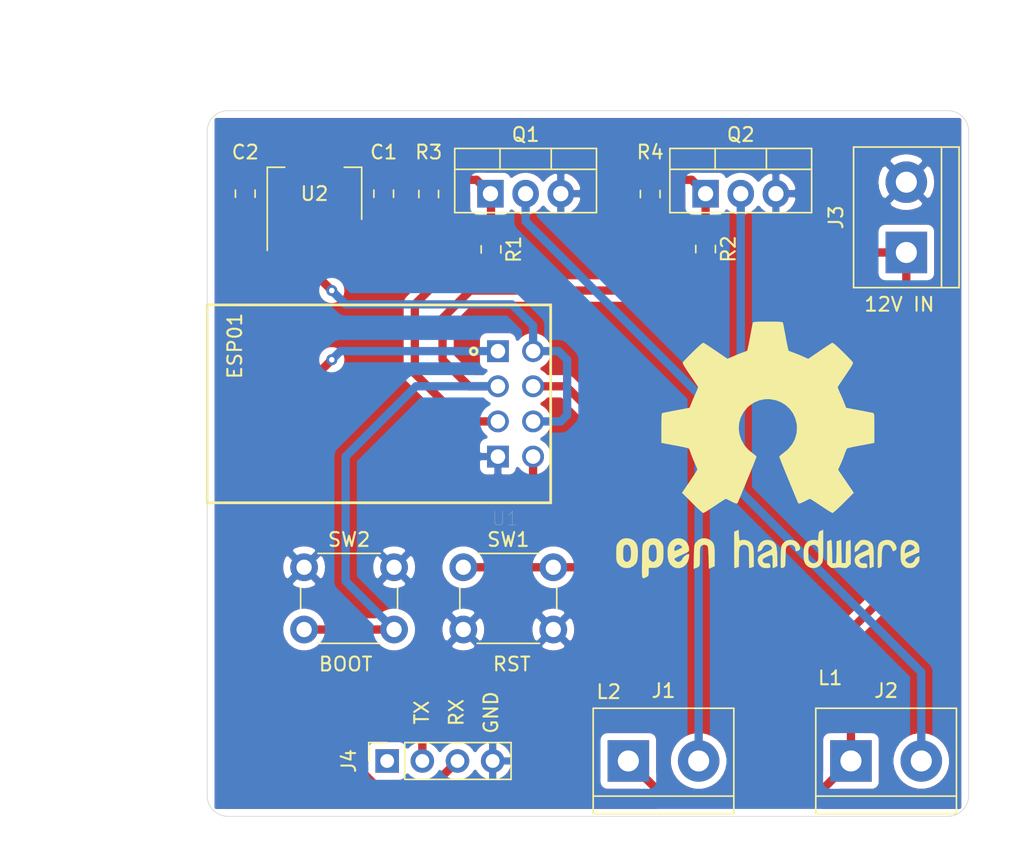
<source format=kicad_pcb>
(kicad_pcb (version 20171130) (host pcbnew "(5.1.6)-1")

  (general
    (thickness 1.6)
    (drawings 20)
    (tracks 82)
    (zones 0)
    (modules 17)
    (nets 14)
  )

  (page A4)
  (layers
    (0 F.Cu signal)
    (31 B.Cu signal)
    (32 B.Adhes user)
    (33 F.Adhes user)
    (34 B.Paste user)
    (35 F.Paste user)
    (36 B.SilkS user)
    (37 F.SilkS user)
    (38 B.Mask user)
    (39 F.Mask user)
    (40 Dwgs.User user)
    (41 Cmts.User user)
    (42 Eco1.User user)
    (43 Eco2.User user)
    (44 Edge.Cuts user)
    (45 Margin user)
    (46 B.CrtYd user hide)
    (47 F.CrtYd user hide)
    (48 B.Fab user)
    (49 F.Fab user hide)
  )

  (setup
    (last_trace_width 0.6)
    (user_trace_width 0.4)
    (user_trace_width 0.6)
    (trace_clearance 0.2)
    (zone_clearance 0.508)
    (zone_45_only no)
    (trace_min 0.2)
    (via_size 0.8)
    (via_drill 0.4)
    (via_min_size 0.4)
    (via_min_drill 0.3)
    (uvia_size 0.3)
    (uvia_drill 0.1)
    (uvias_allowed no)
    (uvia_min_size 0.2)
    (uvia_min_drill 0.1)
    (edge_width 0.05)
    (segment_width 0.2)
    (pcb_text_width 0.3)
    (pcb_text_size 1.5 1.5)
    (mod_edge_width 0.12)
    (mod_text_size 1 1)
    (mod_text_width 0.15)
    (pad_size 1.524 1.524)
    (pad_drill 0.762)
    (pad_to_mask_clearance 0.05)
    (aux_axis_origin 0 0)
    (visible_elements 7FFFFFFF)
    (pcbplotparams
      (layerselection 0x010fc_ffffffff)
      (usegerberextensions false)
      (usegerberattributes true)
      (usegerberadvancedattributes true)
      (creategerberjobfile true)
      (excludeedgelayer true)
      (linewidth 0.100000)
      (plotframeref false)
      (viasonmask false)
      (mode 1)
      (useauxorigin false)
      (hpglpennumber 1)
      (hpglpenspeed 20)
      (hpglpendiameter 15.000000)
      (psnegative false)
      (psa4output false)
      (plotreference true)
      (plotvalue true)
      (plotinvisibletext false)
      (padsonsilk false)
      (subtractmaskfromsilk false)
      (outputformat 1)
      (mirror false)
      (drillshape 1)
      (scaleselection 1)
      (outputdirectory ""))
  )

  (net 0 "")
  (net 1 GND)
  (net 2 +12V)
  (net 3 +3V3)
  (net 4 "Net-(J1-Pad2)")
  (net 5 "Net-(J2-Pad2)")
  (net 6 "Net-(Q1-Pad1)")
  (net 7 "Net-(Q2-Pad1)")
  (net 8 /GP0)
  (net 9 /RST)
  (net 10 RX)
  (net 11 /GP2)
  (net 12 TX)
  (net 13 "Net-(J4-Pad1)")

  (net_class Default "This is the default net class."
    (clearance 0.2)
    (trace_width 0.25)
    (via_dia 0.8)
    (via_drill 0.4)
    (uvia_dia 0.3)
    (uvia_drill 0.1)
    (add_net +12V)
    (add_net +3V3)
    (add_net /GP0)
    (add_net /GP2)
    (add_net /RST)
    (add_net GND)
    (add_net "Net-(J1-Pad2)")
    (add_net "Net-(J2-Pad2)")
    (add_net "Net-(J4-Pad1)")
    (add_net "Net-(Q1-Pad1)")
    (add_net "Net-(Q2-Pad1)")
    (add_net RX)
    (add_net TX)
  )

  (module Symbol:OSHW-Logo2_24.3x20mm_SilkScreen (layer F.Cu) (tedit 0) (tstamp 5F288853)
    (at 148.5 62.5)
    (descr "Open Source Hardware Symbol")
    (tags "Logo Symbol OSHW")
    (attr virtual)
    (fp_text reference REF** (at 0 0) (layer F.SilkS) hide
      (effects (font (size 1 1) (thickness 0.15)))
    )
    (fp_text value OSHW-Logo2_24.3x20mm_SilkScreen (at 0.75 0) (layer F.Fab) hide
      (effects (font (size 1 1) (thickness 0.15)))
    )
    (fp_poly (pts (xy -8.046834 6.436506) (xy -7.860916 6.529204) (xy -7.69682 6.699885) (xy -7.651628 6.763107)
      (xy -7.602396 6.845834) (xy -7.570453 6.935687) (xy -7.552178 7.055608) (xy -7.543952 7.228537)
      (xy -7.542145 7.456835) (xy -7.550303 7.769693) (xy -7.578659 8.004598) (xy -7.633038 8.179847)
      (xy -7.719263 8.313738) (xy -7.843159 8.424569) (xy -7.852263 8.431131) (xy -7.974366 8.498256)
      (xy -8.1214 8.531467) (xy -8.308396 8.539655) (xy -8.612387 8.539655) (xy -8.612515 8.834762)
      (xy -8.615344 8.999117) (xy -8.632582 9.095523) (xy -8.67763 9.153343) (xy -8.763886 9.201941)
      (xy -8.784601 9.211869) (xy -8.881538 9.258398) (xy -8.956593 9.287786) (xy -9.012402 9.290324)
      (xy -9.051603 9.256302) (xy -9.076832 9.176012) (xy -9.090728 9.039743) (xy -9.095927 8.837787)
      (xy -9.095066 8.560434) (xy -9.090784 8.197976) (xy -9.089447 8.08956) (xy -9.084629 7.715837)
      (xy -9.080313 7.471369) (xy -8.612643 7.471369) (xy -8.610015 7.678877) (xy -8.598333 7.814645)
      (xy -8.571903 7.904192) (xy -8.525031 7.973039) (xy -8.493207 8.006618) (xy -8.363108 8.104869)
      (xy -8.247921 8.112866) (xy -8.129066 8.03173) (xy -8.126053 8.028736) (xy -8.077695 7.96603)
      (xy -8.048278 7.880808) (xy -8.03344 7.749564) (xy -8.028819 7.548793) (xy -8.028735 7.504314)
      (xy -8.039902 7.227639) (xy -8.076253 7.035842) (xy -8.142059 6.918757) (xy -8.241593 6.866215)
      (xy -8.299119 6.86092) (xy -8.435649 6.885767) (xy -8.529298 6.967581) (xy -8.58567 7.11727)
      (xy -8.610367 7.345743) (xy -8.612643 7.471369) (xy -9.080313 7.471369) (xy -9.079522 7.426587)
      (xy -9.072922 7.20897) (xy -9.063623 7.050146) (xy -9.050423 6.937274) (xy -9.032115 6.857513)
      (xy -9.007497 6.798023) (xy -8.975363 6.745963) (xy -8.961585 6.726373) (xy -8.778812 6.541328)
      (xy -8.547724 6.436412) (xy -8.28041 6.407163) (xy -8.046834 6.436506)) (layer F.SilkS) (width 0.01))
    (fp_poly (pts (xy -4.304284 6.462865) (xy -4.148128 6.55319) (xy -4.039559 6.642845) (xy -3.960155 6.736776)
      (xy -3.905454 6.851646) (xy -3.87099 7.004114) (xy -3.852299 7.210844) (xy -3.844919 7.488496)
      (xy -3.844061 7.688086) (xy -3.844061 8.422766) (xy -4.050862 8.515472) (xy -4.257662 8.608179)
      (xy -4.281992 7.803492) (xy -4.292045 7.502966) (xy -4.302591 7.284835) (xy -4.315657 7.134186)
      (xy -4.333271 7.036107) (xy -4.357461 6.975688) (xy -4.390254 6.938016) (xy -4.400775 6.929862)
      (xy -4.560187 6.866178) (xy -4.721321 6.891378) (xy -4.817241 6.958238) (xy -4.856259 7.005616)
      (xy -4.883267 7.067787) (xy -4.900432 7.162039) (xy -4.909918 7.305657) (xy -4.913893 7.515931)
      (xy -4.914559 7.73507) (xy -4.91469 8.009999) (xy -4.919397 8.204602) (xy -4.935154 8.335851)
      (xy -4.968433 8.420718) (xy -5.025707 8.476177) (xy -5.113447 8.519201) (xy -5.230638 8.563907)
      (xy -5.358632 8.612571) (xy -5.343396 7.74891) (xy -5.337261 7.437565) (xy -5.330082 7.207483)
      (xy -5.319795 7.042614) (xy -5.30433 6.926909) (xy -5.281621 6.844316) (xy -5.249601 6.778788)
      (xy -5.210997 6.720974) (xy -5.024747 6.536283) (xy -4.797479 6.429481) (xy -4.550291 6.403898)
      (xy -4.304284 6.462865)) (layer F.SilkS) (width 0.01))
    (fp_poly (pts (xy -9.919632 6.443358) (xy -9.691564 6.56328) (xy -9.523248 6.756278) (xy -9.463459 6.880355)
      (xy -9.416934 7.066653) (xy -9.393118 7.302045) (xy -9.39086 7.558952) (xy -9.409008 7.809799)
      (xy -9.446411 8.027009) (xy -9.501916 8.183005) (xy -9.518975 8.209871) (xy -9.72103 8.410415)
      (xy -9.961022 8.530529) (xy -10.221434 8.56568) (xy -10.484753 8.511337) (xy -10.558033 8.478756)
      (xy -10.700739 8.378353) (xy -10.825986 8.245225) (xy -10.837823 8.228341) (xy -10.885935 8.146969)
      (xy -10.917738 8.059984) (xy -10.936526 7.945475) (xy -10.945592 7.78153) (xy -10.948229 7.54624)
      (xy -10.948275 7.493487) (xy -10.948154 7.476699) (xy -10.461685 7.476699) (xy -10.458854 7.698761)
      (xy -10.447712 7.846123) (xy -10.424291 7.941308) (xy -10.384619 8.006837) (xy -10.364367 8.028736)
      (xy -10.24794 8.111953) (xy -10.134902 8.108158) (xy -10.020609 8.035973) (xy -9.952441 7.958911)
      (xy -9.91207 7.846429) (xy -9.889398 7.669055) (xy -9.887843 7.648367) (xy -9.883973 7.326911)
      (xy -9.924417 7.088167) (xy -10.008626 6.9336) (xy -10.136053 6.864678) (xy -10.18154 6.86092)
      (xy -10.300981 6.879821) (xy -10.382683 6.945306) (xy -10.432637 7.070544) (xy -10.456834 7.268704)
      (xy -10.461685 7.476699) (xy -10.948154 7.476699) (xy -10.946463 7.242765) (xy -10.938853 7.067582)
      (xy -10.922186 6.946191) (xy -10.893201 6.856847) (xy -10.84864 6.777803) (xy -10.838793 6.763107)
      (xy -10.67328 6.565011) (xy -10.49293 6.450014) (xy -10.273365 6.404365) (xy -10.198805 6.402135)
      (xy -9.919632 6.443358)) (layer F.SilkS) (width 0.01))
    (fp_poly (pts (xy -6.140747 6.474461) (xy -5.948903 6.603519) (xy -5.800648 6.789915) (xy -5.712084 7.027109)
      (xy -5.694172 7.201691) (xy -5.696206 7.274544) (xy -5.71324 7.330324) (xy -5.760064 7.380298)
      (xy -5.851473 7.435733) (xy -6.002258 7.507896) (xy -6.227213 7.608055) (xy -6.228352 7.608558)
      (xy -6.435415 7.703396) (xy -6.605212 7.787609) (xy -6.720388 7.852133) (xy -6.76359 7.8879)
      (xy -6.763601 7.888188) (xy -6.725525 7.966074) (xy -6.636484 8.051924) (xy -6.534263 8.113769)
      (xy -6.482474 8.126054) (xy -6.341184 8.083564) (xy -6.219512 7.977152) (xy -6.160145 7.860156)
      (xy -6.103033 7.773905) (xy -5.991161 7.675681) (xy -5.859654 7.590827) (xy -5.743632 7.544681)
      (xy -5.719371 7.542146) (xy -5.692062 7.583868) (xy -5.690416 7.690519) (xy -5.710486 7.834321)
      (xy -5.748322 7.987501) (xy -5.799977 8.122283) (xy -5.802586 8.127516) (xy -5.958031 8.344557)
      (xy -6.159493 8.492185) (xy -6.388288 8.564644) (xy -6.625733 8.556177) (xy -6.853146 8.461027)
      (xy -6.863257 8.454337) (xy -7.04215 8.292211) (xy -7.15978 8.080682) (xy -7.224877 7.802543)
      (xy -7.233613 7.724398) (xy -7.249086 7.355549) (xy -7.230537 7.183541) (xy -6.763601 7.183541)
      (xy -6.757534 7.290838) (xy -6.724351 7.322152) (xy -6.641623 7.298725) (xy -6.511221 7.243348)
      (xy -6.365457 7.173932) (xy -6.361834 7.172094) (xy -6.238283 7.107108) (xy -6.188697 7.06374)
      (xy -6.200925 7.018275) (xy -6.252412 6.958536) (xy -6.383399 6.872085) (xy -6.524462 6.865733)
      (xy -6.650995 6.928649) (xy -6.738392 7.050003) (xy -6.763601 7.183541) (xy -7.230537 7.183541)
      (xy -7.21726 7.060435) (xy -7.135609 6.826382) (xy -7.021939 6.662413) (xy -6.816775 6.496716)
      (xy -6.590786 6.414519) (xy -6.360075 6.409281) (xy -6.140747 6.474461)) (layer F.SilkS) (width 0.01))
    (fp_poly (pts (xy -2.092337 6.206429) (xy -2.078077 6.405313) (xy -2.061698 6.522511) (xy -2.039002 6.573632)
      (xy -2.005788 6.574286) (xy -1.995019 6.568183) (xy -1.851767 6.523997) (xy -1.665425 6.526577)
      (xy -1.475976 6.571999) (xy -1.357483 6.630759) (xy -1.235991 6.724631) (xy -1.147177 6.830865)
      (xy -1.086208 6.96585) (xy -1.04825 7.145976) (xy -1.028468 7.387633) (xy -1.02203 7.707211)
      (xy -1.021914 7.768516) (xy -1.021839 8.457147) (xy -1.175077 8.510566) (xy -1.283913 8.546908)
      (xy -1.343626 8.563828) (xy -1.345383 8.563985) (xy -1.351264 8.5181) (xy -1.356268 8.391539)
      (xy -1.360016 8.200941) (xy -1.362127 7.962948) (xy -1.362452 7.818252) (xy -1.363129 7.532955)
      (xy -1.366614 7.32848) (xy -1.375088 7.188334) (xy -1.390734 7.096023) (xy -1.415731 7.035053)
      (xy -1.452262 6.988931) (xy -1.475071 6.96672) (xy -1.631751 6.877214) (xy -1.802726 6.870511)
      (xy -1.95785 6.946208) (xy -1.986537 6.973539) (xy -2.028613 7.024929) (xy -2.057799 7.085886)
      (xy -2.076429 7.174025) (xy -2.086839 7.306961) (xy -2.091363 7.502309) (xy -2.092337 7.771652)
      (xy -2.092337 8.457147) (xy -2.245575 8.510566) (xy -2.354411 8.546908) (xy -2.414124 8.563828)
      (xy -2.415881 8.563985) (xy -2.420375 8.517414) (xy -2.424425 8.386051) (xy -2.42787 8.182422)
      (xy -2.430547 7.919054) (xy -2.432294 7.608471) (xy -2.432949 7.263201) (xy -2.43295 7.247843)
      (xy -2.43295 5.931701) (xy -2.116666 5.798289) (xy -2.092337 6.206429)) (layer F.SilkS) (width 0.01))
    (fp_poly (pts (xy 0.133241 6.540601) (xy 0.323905 6.611403) (xy 0.326086 6.612764) (xy 0.444006 6.69955)
      (xy 0.53106 6.800973) (xy 0.592286 6.933145) (xy 0.632723 7.112182) (xy 0.657409 7.354195)
      (xy 0.671382 7.675299) (xy 0.672607 7.721048) (xy 0.6902 8.410869) (xy 0.542152 8.487427)
      (xy 0.43503 8.539163) (xy 0.370351 8.563678) (xy 0.367359 8.563985) (xy 0.356166 8.518751)
      (xy 0.347275 8.396736) (xy 0.341806 8.218468) (xy 0.340613 8.074116) (xy 0.340586 7.840271)
      (xy 0.329896 7.693419) (xy 0.292633 7.623376) (xy 0.212888 7.619958) (xy 0.074749 7.672983)
      (xy -0.133812 7.770454) (xy -0.287171 7.851409) (xy -0.366048 7.921644) (xy -0.389236 7.998194)
      (xy -0.389272 8.001982) (xy -0.351007 8.133852) (xy -0.237717 8.205091) (xy -0.064336 8.21541)
      (xy 0.06055 8.21362) (xy 0.126399 8.249589) (xy 0.167464 8.335985) (xy 0.191099 8.446054)
      (xy 0.157039 8.508508) (xy 0.144214 8.517446) (xy 0.023472 8.553343) (xy -0.145612 8.558426)
      (xy -0.319739 8.534631) (xy -0.443124 8.491147) (xy -0.613713 8.346309) (xy -0.710681 8.144694)
      (xy -0.729885 7.98718) (xy -0.71523 7.845104) (xy -0.662199 7.729127) (xy -0.557194 7.626121)
      (xy -0.386614 7.522954) (xy -0.136862 7.406496) (xy -0.121647 7.399914) (xy 0.103329 7.295981)
      (xy 0.242157 7.210743) (xy 0.301662 7.134147) (xy 0.288672 7.056139) (xy 0.210012 6.966664)
      (xy 0.18649 6.946073) (xy 0.028933 6.866236) (xy -0.134323 6.869597) (xy -0.276505 6.947874)
      (xy -0.37084 7.092781) (xy -0.379605 7.121224) (xy -0.464962 7.259174) (xy -0.573271 7.32562)
      (xy -0.729885 7.391471) (xy -0.729885 7.221097) (xy -0.682244 6.973454) (xy -0.540841 6.746307)
      (xy -0.467258 6.670318) (xy -0.299991 6.57279) (xy -0.087274 6.52864) (xy 0.133241 6.540601)) (layer F.SilkS) (width 0.01))
    (fp_poly (pts (xy 1.776572 6.536534) (xy 1.997609 6.618099) (xy 2.176683 6.762366) (xy 2.24672 6.86392)
      (xy 2.323071 7.050268) (xy 2.321485 7.18501) (xy 2.241347 7.275631) (xy 2.211696 7.29104)
      (xy 2.083674 7.339084) (xy 2.018294 7.326776) (xy 1.996148 7.246098) (xy 1.99502 7.201533)
      (xy 1.954477 7.037581) (xy 1.848802 6.922891) (xy 1.701924 6.867497) (xy 1.537773 6.881435)
      (xy 1.404337 6.953827) (xy 1.359269 6.99512) (xy 1.327323 7.045216) (xy 1.305744 7.120942)
      (xy 1.291773 7.239128) (xy 1.282655 7.4166) (xy 1.275631 7.670186) (xy 1.273812 7.750479)
      (xy 1.267178 8.025158) (xy 1.259636 8.218481) (xy 1.248325 8.346388) (xy 1.230385 8.424822)
      (xy 1.202955 8.469725) (xy 1.163177 8.497038) (xy 1.13771 8.509105) (xy 1.029556 8.550367)
      (xy 0.96589 8.563985) (xy 0.944854 8.518505) (xy 0.932013 8.381006) (xy 0.9273 8.149902)
      (xy 0.930644 7.823604) (xy 0.931686 7.773276) (xy 0.939035 7.475581) (xy 0.947726 7.258205)
      (xy 0.960092 7.104153) (xy 0.97847 6.99643) (xy 1.005195 6.918042) (xy 1.042602 6.851994)
      (xy 1.06217 6.823691) (xy 1.174366 6.698467) (xy 1.29985 6.601063) (xy 1.315213 6.592561)
      (xy 1.540223 6.525433) (xy 1.776572 6.536534)) (layer F.SilkS) (width 0.01))
    (fp_poly (pts (xy 3.989857 6.924093) (xy 3.989239 7.287769) (xy 3.986847 7.567532) (xy 3.981671 7.776784)
      (xy 3.972704 7.928926) (xy 3.958936 8.037359) (xy 3.939361 8.115485) (xy 3.912968 8.176707)
      (xy 3.892984 8.211652) (xy 3.727483 8.401157) (xy 3.517648 8.519942) (xy 3.285486 8.562564)
      (xy 3.053008 8.523583) (xy 2.914572 8.453532) (xy 2.769242 8.332353) (xy 2.670195 8.184354)
      (xy 2.610435 7.990534) (xy 2.582969 7.731892) (xy 2.579079 7.542146) (xy 2.579603 7.52851)
      (xy 2.919541 7.52851) (xy 2.921617 7.746096) (xy 2.93113 7.890134) (xy 2.953008 7.984364)
      (xy 2.992176 8.052523) (xy 3.038976 8.103936) (xy 3.196146 8.203175) (xy 3.3649 8.211653)
      (xy 3.524393 8.128799) (xy 3.536807 8.117572) (xy 3.589791 8.059171) (xy 3.623014 7.989686)
      (xy 3.641 7.88627) (xy 3.648275 7.726073) (xy 3.649426 7.548965) (xy 3.646932 7.326467)
      (xy 3.636608 7.178037) (xy 3.614191 7.080489) (xy 3.575418 7.010637) (xy 3.543626 6.973539)
      (xy 3.395939 6.879975) (xy 3.225846 6.868725) (xy 3.063492 6.94019) (xy 3.03216 6.96672)
      (xy 2.978822 7.025636) (xy 2.945531 7.095837) (xy 2.927656 7.200418) (xy 2.920566 7.362479)
      (xy 2.919541 7.52851) (xy 2.579603 7.52851) (xy 2.59084 7.236579) (xy 2.630787 7.006993)
      (xy 2.705913 6.834387) (xy 2.823214 6.69976) (xy 2.914572 6.630759) (xy 3.080627 6.556214)
      (xy 3.273092 6.521613) (xy 3.451999 6.530875) (xy 3.552108 6.568238) (xy 3.591393 6.578872)
      (xy 3.617461 6.539225) (xy 3.635658 6.432981) (xy 3.649426 6.271145) (xy 3.664499 6.090902)
      (xy 3.685436 5.982458) (xy 3.723532 5.920446) (xy 3.790085 5.879499) (xy 3.831897 5.861366)
      (xy 3.990039 5.79512) (xy 3.989857 6.924093)) (layer F.SilkS) (width 0.01))
    (fp_poly (pts (xy 5.966873 6.5664) (xy 5.974299 6.694422) (xy 5.980118 6.888985) (xy 5.983859 7.134702)
      (xy 5.985058 7.392426) (xy 5.985058 8.264545) (xy 5.831075 8.418528) (xy 5.724963 8.513412)
      (xy 5.631816 8.551845) (xy 5.504504 8.549413) (xy 5.453968 8.543223) (xy 5.296017 8.52521)
      (xy 5.165371 8.514888) (xy 5.133525 8.513935) (xy 5.026166 8.520171) (xy 4.872619 8.535824)
      (xy 4.813083 8.543223) (xy 4.666857 8.554668) (xy 4.568589 8.529808) (xy 4.47115 8.453058)
      (xy 4.435976 8.418528) (xy 4.281993 8.264545) (xy 4.281993 6.633246) (xy 4.40593 6.576776)
      (xy 4.51265 6.53495) (xy 4.575087 6.520307) (xy 4.591096 6.566583) (xy 4.606058 6.695884)
      (xy 4.618978 6.893914) (xy 4.628857 7.14638) (xy 4.633622 7.359675) (xy 4.646935 8.199042)
      (xy 4.76308 8.215464) (xy 4.868716 8.203982) (xy 4.920477 8.166805) (xy 4.934945 8.097298)
      (xy 4.947298 7.94924) (xy 4.956552 7.741391) (xy 4.961728 7.492512) (xy 4.962474 7.364435)
      (xy 4.963219 6.627145) (xy 5.116457 6.573726) (xy 5.224916 6.537406) (xy 5.283913 6.520468)
      (xy 5.285614 6.520307) (xy 5.291533 6.566349) (xy 5.298039 6.694018) (xy 5.304586 6.887632)
      (xy 5.310627 7.131507) (xy 5.314848 7.359675) (xy 5.328161 8.199042) (xy 5.620115 8.199042)
      (xy 5.633513 7.433275) (xy 5.64691 6.667508) (xy 5.789238 6.593908) (xy 5.894322 6.543366)
      (xy 5.956517 6.520431) (xy 5.958312 6.520307) (xy 5.966873 6.5664)) (layer F.SilkS) (width 0.01))
    (fp_poly (pts (xy 7.190678 6.558594) (xy 7.330782 6.622323) (xy 7.44075 6.699543) (xy 7.521324 6.785887)
      (xy 7.576954 6.897272) (xy 7.612089 7.049616) (xy 7.631179 7.258835) (xy 7.638672 7.540846)
      (xy 7.639464 7.726555) (xy 7.639464 8.451046) (xy 7.515527 8.507515) (xy 7.41791 8.548787)
      (xy 7.36955 8.563985) (xy 7.360298 8.518762) (xy 7.352958 8.396824) (xy 7.348464 8.218772)
      (xy 7.34751 8.077395) (xy 7.34341 7.873146) (xy 7.332354 7.711113) (xy 7.316211 7.611891)
      (xy 7.303387 7.590805) (xy 7.217186 7.612338) (xy 7.081862 7.667566) (xy 6.92517 7.742436)
      (xy 6.774863 7.822892) (xy 6.658693 7.89488) (xy 6.604413 7.944346) (xy 6.604198 7.944881)
      (xy 6.608867 8.036428) (xy 6.650732 8.12382) (xy 6.724235 8.194802) (xy 6.831516 8.218543)
      (xy 6.923202 8.215777) (xy 7.053058 8.213741) (xy 7.121221 8.244164) (xy 7.162159 8.324543)
      (xy 7.167321 8.3397) (xy 7.185067 8.454331) (xy 7.137609 8.523934) (xy 7.013907 8.557105)
      (xy 6.880281 8.56324) (xy 6.639817 8.517763) (xy 6.515338 8.452817) (xy 6.361605 8.300246)
      (xy 6.280073 8.112971) (xy 6.272756 7.915085) (xy 6.341669 7.730685) (xy 6.445328 7.615134)
      (xy 6.548823 7.550442) (xy 6.711492 7.468542) (xy 6.901054 7.385486) (xy 6.93265 7.372795)
      (xy 7.140869 7.280908) (xy 7.260898 7.199923) (xy 7.299501 7.119413) (xy 7.26344 7.02895)
      (xy 7.201533 6.958238) (xy 7.055213 6.87117) (xy 6.894217 6.86464) (xy 6.746573 6.931735)
      (xy 6.64031 7.065544) (xy 6.626362 7.100067) (xy 6.54516 7.227042) (xy 6.426608 7.321309)
      (xy 6.277012 7.398668) (xy 6.277012 7.179307) (xy 6.285817 7.04528) (xy 6.32357 6.939644)
      (xy 6.407279 6.826939) (xy 6.487636 6.740127) (xy 6.612591 6.617204) (xy 6.709677 6.551171)
      (xy 6.813954 6.524684) (xy 6.931989 6.520307) (xy 7.190678 6.558594)) (layer F.SilkS) (width 0.01))
    (fp_poly (pts (xy 8.892816 6.566697) (xy 8.950976 6.592116) (xy 9.089795 6.702059) (xy 9.208505 6.86103)
      (xy 9.281921 7.030677) (xy 9.29387 7.114313) (xy 9.253809 7.231078) (xy 9.165935 7.292862)
      (xy 9.071718 7.330273) (xy 9.028577 7.337167) (xy 9.007571 7.287138) (xy 8.96609 7.178269)
      (xy 8.947892 7.129076) (xy 8.845848 6.958913) (xy 8.698103 6.874038) (xy 8.508655 6.876648)
      (xy 8.494623 6.879991) (xy 8.393481 6.927945) (xy 8.319124 7.021432) (xy 8.268338 7.171939)
      (xy 8.237908 7.390951) (xy 8.224618 7.689956) (xy 8.223372 7.849056) (xy 8.222754 8.099855)
      (xy 8.218705 8.270825) (xy 8.207933 8.379454) (xy 8.187147 8.44323) (xy 8.153055 8.479643)
      (xy 8.102365 8.506179) (xy 8.099435 8.507515) (xy 8.001818 8.548787) (xy 7.953458 8.563985)
      (xy 7.946027 8.518037) (xy 7.939666 8.391034) (xy 7.934832 8.199235) (xy 7.931985 7.958902)
      (xy 7.931418 7.783024) (xy 7.934313 7.442688) (xy 7.945637 7.184495) (xy 7.969346 6.993374)
      (xy 8.009397 6.854253) (xy 8.069747 6.75206) (xy 8.154353 6.671724) (xy 8.237899 6.615655)
      (xy 8.438791 6.541032) (xy 8.672596 6.524202) (xy 8.892816 6.566697)) (layer F.SilkS) (width 0.01))
    (fp_poly (pts (xy 10.572399 6.594233) (xy 10.764917 6.720057) (xy 10.857774 6.832696) (xy 10.93134 7.037092)
      (xy 10.937183 7.19883) (xy 10.923947 7.415094) (xy 10.425192 7.633398) (xy 10.182685 7.74493)
      (xy 10.024229 7.83465) (xy 9.941836 7.912361) (xy 9.927518 7.987867) (xy 9.973287 8.070971)
      (xy 10.023755 8.126054) (xy 10.170605 8.214389) (xy 10.330328 8.220579) (xy 10.47702 8.151735)
      (xy 10.584781 8.014972) (xy 10.604055 7.96668) (xy 10.696376 7.815848) (xy 10.802588 7.751567)
      (xy 10.948276 7.696576) (xy 10.948276 7.905057) (xy 10.935396 8.046926) (xy 10.884943 8.166563)
      (xy 10.779197 8.303927) (xy 10.76348 8.321777) (xy 10.645855 8.443986) (xy 10.544746 8.50957)
      (xy 10.41825 8.539742) (xy 10.313384 8.549623) (xy 10.125811 8.552085) (xy 9.992284 8.520892)
      (xy 9.908983 8.474579) (xy 9.778063 8.372735) (xy 9.687439 8.262591) (xy 9.630087 8.124069)
      (xy 9.59898 7.93709) (xy 9.587094 7.681577) (xy 9.586145 7.551894) (xy 9.589371 7.396421)
      (xy 9.883166 7.396421) (xy 9.886573 7.479827) (xy 9.895066 7.493487) (xy 9.95111 7.474931)
      (xy 10.071718 7.425822) (xy 10.232913 7.356002) (xy 10.266622 7.340995) (xy 10.470339 7.237404)
      (xy 10.582579 7.146359) (xy 10.607247 7.061081) (xy 10.548245 6.974794) (xy 10.499518 6.936667)
      (xy 10.323694 6.860417) (xy 10.159127 6.873014) (xy 10.021354 6.966086) (xy 9.925913 7.131256)
      (xy 9.895314 7.262357) (xy 9.883166 7.396421) (xy 9.589371 7.396421) (xy 9.592432 7.248919)
      (xy 9.615599 7.024756) (xy 9.66149 6.861526) (xy 9.735954 6.741352) (xy 9.844836 6.646355)
      (xy 9.892305 6.615655) (xy 10.107938 6.535703) (xy 10.344021 6.530672) (xy 10.572399 6.594233)) (layer F.SilkS) (width 0.01))
    (fp_poly (pts (xy 0.348357 -9.245003) (xy 0.611677 -9.243561) (xy 0.802246 -9.239658) (xy 0.932345 -9.232063)
      (xy 1.014257 -9.21955) (xy 1.060266 -9.200889) (xy 1.082653 -9.174852) (xy 1.093702 -9.140212)
      (xy 1.094776 -9.135728) (xy 1.111559 -9.054811) (xy 1.142625 -8.895158) (xy 1.184742 -8.673762)
      (xy 1.234679 -8.407615) (xy 1.289203 -8.11371) (xy 1.291107 -8.103388) (xy 1.345723 -7.815364)
      (xy 1.396822 -7.560885) (xy 1.441106 -7.355215) (xy 1.475279 -7.213615) (xy 1.496043 -7.15135)
      (xy 1.497033 -7.150247) (xy 1.558199 -7.119841) (xy 1.68431 -7.069172) (xy 1.848131 -7.009178)
      (xy 1.849043 -7.008858) (xy 2.055388 -6.931296) (xy 2.29866 -6.832493) (xy 2.527969 -6.733152)
      (xy 2.538822 -6.72824) (xy 2.912317 -6.558724) (xy 3.739365 -7.123505) (xy 3.993077 -7.29568)
      (xy 4.222902 -7.449605) (xy 4.415525 -7.576526) (xy 4.557632 -7.667691) (xy 4.635907 -7.714345)
      (xy 4.64334 -7.717805) (xy 4.700224 -7.7024) (xy 4.806469 -7.628073) (xy 4.966219 -7.491319)
      (xy 5.183616 -7.288632) (xy 5.405548 -7.072992) (xy 5.619491 -6.860497) (xy 5.810969 -6.66659)
      (xy 5.968455 -6.503246) (xy 6.080422 -6.382439) (xy 6.135343 -6.316145) (xy 6.137386 -6.312732)
      (xy 6.143458 -6.267239) (xy 6.120584 -6.192944) (xy 6.063115 -6.079814) (xy 5.965399 -5.917815)
      (xy 5.821784 -5.696914) (xy 5.630333 -5.41254) (xy 5.460423 -5.162241) (xy 5.308538 -4.93775)
      (xy 5.183455 -4.7521) (xy 5.093949 -4.618325) (xy 5.0488 -4.549458) (xy 5.045958 -4.544782)
      (xy 5.05147 -4.478799) (xy 5.093255 -4.350552) (xy 5.162997 -4.18428) (xy 5.187854 -4.131181)
      (xy 5.296311 -3.894623) (xy 5.41202 -3.626211) (xy 5.506015 -3.393965) (xy 5.573745 -3.221593)
      (xy 5.627543 -3.090597) (xy 5.658631 -3.022133) (xy 5.662496 -3.016858) (xy 5.719671 -3.00812)
      (xy 5.854448 -2.984177) (xy 6.048906 -2.948438) (xy 6.285125 -2.904311) (xy 6.545184 -2.855205)
      (xy 6.811163 -2.804528) (xy 7.065143 -2.755687) (xy 7.289201 -2.712091) (xy 7.46542 -2.677149)
      (xy 7.575877 -2.654268) (xy 7.60297 -2.647799) (xy 7.630956 -2.631833) (xy 7.652081 -2.595773)
      (xy 7.667297 -2.527448) (xy 7.677553 -2.414685) (xy 7.6838 -2.245314) (xy 7.686988 -2.007162)
      (xy 7.688067 -1.688058) (xy 7.688123 -1.557259) (xy 7.688123 -0.493489) (xy 7.432663 -0.443067)
      (xy 7.290537 -0.415727) (xy 7.07845 -0.375818) (xy 6.822193 -0.328155) (xy 6.547558 -0.277554)
      (xy 6.471648 -0.263656) (xy 6.218221 -0.214383) (xy 5.997447 -0.16593) (xy 5.827857 -0.122785)
      (xy 5.72798 -0.089437) (xy 5.711343 -0.079498) (xy 5.670489 -0.009109) (xy 5.611913 0.127283)
      (xy 5.546955 0.302805) (xy 5.534071 0.340613) (xy 5.448934 0.57503) (xy 5.343256 0.839524)
      (xy 5.23984 1.077041) (xy 5.23933 1.078144) (xy 5.067112 1.450733) (xy 5.633524 2.283893)
      (xy 6.199935 3.117053) (xy 5.472702 3.8455) (xy 5.252748 4.062302) (xy 5.052132 4.253414)
      (xy 4.882122 4.408636) (xy 4.753985 4.517764) (xy 4.678989 4.570595) (xy 4.668231 4.573947)
      (xy 4.605067 4.547549) (xy 4.47618 4.47416) (xy 4.295649 4.362484) (xy 4.077554 4.221224)
      (xy 3.841754 4.063027) (xy 3.602436 3.901664) (xy 3.389059 3.761252) (xy 3.215175 3.650431)
      (xy 3.094334 3.577838) (xy 3.040263 3.552108) (xy 2.974294 3.57388) (xy 2.849198 3.631251)
      (xy 2.69078 3.7123) (xy 2.673987 3.721309) (xy 2.460652 3.8283) (xy 2.314364 3.880772)
      (xy 2.22338 3.88133) (xy 2.175959 3.83258) (xy 2.175683 3.831897) (xy 2.15198 3.774164)
      (xy 2.095449 3.637115) (xy 2.010474 3.431357) (xy 1.901438 3.167498) (xy 1.772724 2.856144)
      (xy 1.628715 2.507904) (xy 1.489251 2.170744) (xy 1.33598 1.798666) (xy 1.195251 1.453987)
      (xy 1.071282 1.147271) (xy 0.968291 0.889085) (xy 0.890496 0.689994) (xy 0.842114 0.560565)
      (xy 0.827204 0.512261) (xy 0.864594 0.45685) (xy 0.962398 0.368538) (xy 1.092815 0.271174)
      (xy 1.464223 -0.036747) (xy 1.75453 -0.389696) (xy 1.960256 -0.780239) (xy 2.077923 -1.200943)
      (xy 2.104051 -1.644371) (xy 2.08506 -1.849042) (xy 1.981583 -2.273677) (xy 1.803373 -2.648664)
      (xy 1.561482 -2.970304) (xy 1.266963 -3.234899) (xy 0.930871 -3.43875) (xy 0.564258 -3.578158)
      (xy 0.178177 -3.649426) (xy -0.216319 -3.648855) (xy -0.608175 -3.572746) (xy -0.98634 -3.417401)
      (xy -1.33976 -3.179121) (xy -1.487273 -3.044361) (xy -1.770184 -2.698321) (xy -1.967168 -2.320174)
      (xy -2.079536 -1.920945) (xy -2.108599 -1.511655) (xy -2.055669 -1.103328) (xy -1.922057 -0.706987)
      (xy -1.709075 -0.333655) (xy -1.418034 0.005645) (xy -1.092814 0.271174) (xy -0.957348 0.372671)
      (xy -0.861651 0.460025) (xy -0.827203 0.512343) (xy -0.84524 0.569398) (xy -0.896538 0.705698)
      (xy -0.976876 0.910678) (xy -1.082036 1.173772) (xy -1.207796 1.484416) (xy -1.349937 1.832043)
      (xy -1.489635 2.170826) (xy -1.643759 2.543222) (xy -1.786518 2.888307) (xy -1.913529 3.195477)
      (xy -2.020411 3.454125) (xy -2.10278 3.653647) (xy -2.156253 3.783435) (xy -2.176067 3.831897)
      (xy -2.222876 3.881129) (xy -2.313417 3.880985) (xy -2.459342 3.828877) (xy -2.672302 3.722216)
      (xy -2.673986 3.721309) (xy -2.83433 3.638536) (xy -2.963948 3.578242) (xy -3.037037 3.552346)
      (xy -3.040263 3.552108) (xy -3.095284 3.578374) (xy -3.216757 3.651416) (xy -3.391129 3.762595)
      (xy -3.60485 3.903273) (xy -3.841753 4.063027) (xy -4.082945 4.224779) (xy -4.300326 4.36545)
      (xy -4.479816 4.476335) (xy -4.607336 4.54873) (xy -4.66823 4.573947) (xy -4.724303 4.540803)
      (xy -4.83704 4.448173) (xy -4.995177 4.306257) (xy -5.187449 4.125255) (xy -5.402591 3.915369)
      (xy -5.472952 3.845249) (xy -6.200434 3.116552) (xy -5.646705 2.3039) (xy -5.478423 2.054342)
      (xy -5.330729 1.830366) (xy -5.21191 1.644949) (xy -5.13025 1.511065) (xy -5.094036 1.44169)
      (xy -5.092975 1.436755) (xy -5.112067 1.371364) (xy -5.163418 1.239825) (xy -5.23814 1.064181)
      (xy -5.290588 0.946591) (xy -5.388654 0.721461) (xy -5.481007 0.494015) (xy -5.552606 0.301839)
      (xy -5.572056 0.243295) (xy -5.627314 0.086956) (xy -5.681331 -0.033842) (xy -5.711001 -0.079498)
      (xy -5.776476 -0.107439) (xy -5.919376 -0.147049) (xy -6.121161 -0.193838) (xy -6.363288 -0.243317)
      (xy -6.471647 -0.263656) (xy -6.746811 -0.314219) (xy -7.010746 -0.363178) (xy -7.237659 -0.405719)
      (xy -7.401761 -0.437025) (xy -7.432662 -0.443067) (xy -7.688122 -0.493489) (xy -7.688122 -1.557259)
      (xy -7.687548 -1.90705) (xy -7.685193 -2.1717) (xy -7.680107 -2.363378) (xy -7.671339 -2.494256)
      (xy -7.657938 -2.576507) (xy -7.638954 -2.622302) (xy -7.613438 -2.643812) (xy -7.602969 -2.647799)
      (xy -7.539826 -2.661944) (xy -7.400325 -2.690166) (xy -7.202389 -2.729057) (xy -6.963935 -2.775208)
      (xy -6.702886 -2.825212) (xy -6.437161 -2.875659) (xy -6.184681 -2.923142) (xy -5.963365 -2.964252)
      (xy -5.791134 -2.995581) (xy -5.685908 -3.013722) (xy -5.662495 -3.016858) (xy -5.641284 -3.058827)
      (xy -5.594332 -3.17063) (xy -5.530419 -3.331112) (xy -5.506014 -3.393965) (xy -5.40758 -3.636797)
      (xy -5.291666 -3.905082) (xy -5.187853 -4.131181) (xy -5.111465 -4.304065) (xy -5.060644 -4.446123)
      (xy -5.043679 -4.533122) (xy -5.046384 -4.544782) (xy -5.082239 -4.59983) (xy -5.164108 -4.722261)
      (xy -5.283205 -4.899038) (xy -5.430742 -5.117123) (xy -5.597931 -5.36348) (xy -5.63099 -5.412109)
      (xy -5.82498 -5.700227) (xy -5.967579 -5.919623) (xy -6.064473 -6.080398) (xy -6.121346 -6.192654)
      (xy -6.143884 -6.26649) (xy -6.137772 -6.31201) (xy -6.137616 -6.3123) (xy -6.089511 -6.37209)
      (xy -5.983111 -6.487681) (xy -5.829948 -6.647091) (xy -5.641555 -6.838335) (xy -5.429465 -7.049432)
      (xy -5.405547 -7.072992) (xy -5.138262 -7.331828) (xy -4.931992 -7.521883) (xy -4.782592 -7.646663)
      (xy -4.68592 -7.709673) (xy -4.643339 -7.717805) (xy -4.581196 -7.682328) (xy -4.452237 -7.600377)
      (xy -4.269778 -7.480708) (xy -4.047133 -7.332074) (xy -3.797616 -7.163228) (xy -3.739364 -7.123505)
      (xy -2.912316 -6.558724) (xy -2.538821 -6.72824) (xy -2.311684 -6.827029) (xy -2.067872 -6.926383)
      (xy -1.858275 -7.005599) (xy -1.849042 -7.008858) (xy -1.685095 -7.068871) (xy -1.558715 -7.119618)
      (xy -1.497137 -7.150159) (xy -1.497032 -7.150247) (xy -1.477493 -7.205452) (xy -1.444279 -7.341221)
      (xy -1.400687 -7.542291) (xy -1.350016 -7.793401) (xy -1.295561 -8.079287) (xy -1.291106 -8.103388)
      (xy -1.236482 -8.397941) (xy -1.186336 -8.665316) (xy -1.143898 -8.88852) (xy -1.112402 -9.050561)
      (xy -1.095077 -9.134447) (xy -1.094775 -9.135728) (xy -1.084232 -9.171412) (xy -1.063731 -9.198354)
      (xy -1.020989 -9.217782) (xy -0.943724 -9.230925) (xy -0.819652 -9.239011) (xy -0.636491 -9.243268)
      (xy -0.381958 -9.244925) (xy -0.043769 -9.24521) (xy 0 -9.24521) (xy 0.348357 -9.245003)) (layer F.SilkS) (width 0.01))
  )

  (module Button_Switch_THT:SW_PUSH_6mm (layer F.Cu) (tedit 5A02FE31) (tstamp 5F28756B)
    (at 115 71)
    (descr https://www.omron.com/ecb/products/pdf/en-b3f.pdf)
    (tags "tact sw push 6mm")
    (path /5F2BDAD8)
    (fp_text reference SW2 (at 3.25 -2) (layer F.SilkS)
      (effects (font (size 1 1) (thickness 0.15)))
    )
    (fp_text value SW_Push (at 3.75 6.7) (layer F.Fab)
      (effects (font (size 1 1) (thickness 0.15)))
    )
    (fp_text user %R (at 3.25 2.25) (layer F.Fab)
      (effects (font (size 1 1) (thickness 0.15)))
    )
    (fp_line (start 3.25 -0.75) (end 6.25 -0.75) (layer F.Fab) (width 0.1))
    (fp_line (start 6.25 -0.75) (end 6.25 5.25) (layer F.Fab) (width 0.1))
    (fp_line (start 6.25 5.25) (end 0.25 5.25) (layer F.Fab) (width 0.1))
    (fp_line (start 0.25 5.25) (end 0.25 -0.75) (layer F.Fab) (width 0.1))
    (fp_line (start 0.25 -0.75) (end 3.25 -0.75) (layer F.Fab) (width 0.1))
    (fp_line (start 7.75 6) (end 8 6) (layer F.CrtYd) (width 0.05))
    (fp_line (start 8 6) (end 8 5.75) (layer F.CrtYd) (width 0.05))
    (fp_line (start 7.75 -1.5) (end 8 -1.5) (layer F.CrtYd) (width 0.05))
    (fp_line (start 8 -1.5) (end 8 -1.25) (layer F.CrtYd) (width 0.05))
    (fp_line (start -1.5 -1.25) (end -1.5 -1.5) (layer F.CrtYd) (width 0.05))
    (fp_line (start -1.5 -1.5) (end -1.25 -1.5) (layer F.CrtYd) (width 0.05))
    (fp_line (start -1.5 5.75) (end -1.5 6) (layer F.CrtYd) (width 0.05))
    (fp_line (start -1.5 6) (end -1.25 6) (layer F.CrtYd) (width 0.05))
    (fp_line (start -1.25 -1.5) (end 7.75 -1.5) (layer F.CrtYd) (width 0.05))
    (fp_line (start -1.5 5.75) (end -1.5 -1.25) (layer F.CrtYd) (width 0.05))
    (fp_line (start 7.75 6) (end -1.25 6) (layer F.CrtYd) (width 0.05))
    (fp_line (start 8 -1.25) (end 8 5.75) (layer F.CrtYd) (width 0.05))
    (fp_line (start 1 5.5) (end 5.5 5.5) (layer F.SilkS) (width 0.12))
    (fp_line (start -0.25 1.5) (end -0.25 3) (layer F.SilkS) (width 0.12))
    (fp_line (start 5.5 -1) (end 1 -1) (layer F.SilkS) (width 0.12))
    (fp_line (start 6.75 3) (end 6.75 1.5) (layer F.SilkS) (width 0.12))
    (fp_circle (center 3.25 2.25) (end 1.25 2.5) (layer F.Fab) (width 0.1))
    (pad 1 thru_hole circle (at 6.5 0 90) (size 2 2) (drill 1.1) (layers *.Cu *.Mask)
      (net 1 GND))
    (pad 2 thru_hole circle (at 6.5 4.5 90) (size 2 2) (drill 1.1) (layers *.Cu *.Mask)
      (net 8 /GP0))
    (pad 1 thru_hole circle (at 0 0 90) (size 2 2) (drill 1.1) (layers *.Cu *.Mask)
      (net 1 GND))
    (pad 2 thru_hole circle (at 0 4.5 90) (size 2 2) (drill 1.1) (layers *.Cu *.Mask)
      (net 8 /GP0))
    (model ${KISYS3DMOD}/Button_Switch_THT.3dshapes/SW_PUSH_6mm.wrl
      (at (xyz 0 0 0))
      (scale (xyz 1 1 1))
      (rotate (xyz 0 0 0))
    )
  )

  (module Connector_PinSocket_2.54mm:PinSocket_1x04_P2.54mm_Vertical (layer F.Cu) (tedit 5A19A429) (tstamp 5F28742C)
    (at 121 85 90)
    (descr "Through hole straight socket strip, 1x04, 2.54mm pitch, single row (from Kicad 4.0.7), script generated")
    (tags "Through hole socket strip THT 1x04 2.54mm single row")
    (path /5F2C0361)
    (fp_text reference J4 (at 0 -2.77 90) (layer F.SilkS)
      (effects (font (size 1 1) (thickness 0.15)))
    )
    (fp_text value Conn_01x04 (at 0 10.39 90) (layer F.Fab)
      (effects (font (size 1 1) (thickness 0.15)))
    )
    (fp_text user %R (at 0 3.81) (layer F.Fab)
      (effects (font (size 1 1) (thickness 0.15)))
    )
    (fp_line (start -1.27 -1.27) (end 0.635 -1.27) (layer F.Fab) (width 0.1))
    (fp_line (start 0.635 -1.27) (end 1.27 -0.635) (layer F.Fab) (width 0.1))
    (fp_line (start 1.27 -0.635) (end 1.27 8.89) (layer F.Fab) (width 0.1))
    (fp_line (start 1.27 8.89) (end -1.27 8.89) (layer F.Fab) (width 0.1))
    (fp_line (start -1.27 8.89) (end -1.27 -1.27) (layer F.Fab) (width 0.1))
    (fp_line (start -1.33 1.27) (end 1.33 1.27) (layer F.SilkS) (width 0.12))
    (fp_line (start -1.33 1.27) (end -1.33 8.95) (layer F.SilkS) (width 0.12))
    (fp_line (start -1.33 8.95) (end 1.33 8.95) (layer F.SilkS) (width 0.12))
    (fp_line (start 1.33 1.27) (end 1.33 8.95) (layer F.SilkS) (width 0.12))
    (fp_line (start 1.33 -1.33) (end 1.33 0) (layer F.SilkS) (width 0.12))
    (fp_line (start 0 -1.33) (end 1.33 -1.33) (layer F.SilkS) (width 0.12))
    (fp_line (start -1.8 -1.8) (end 1.75 -1.8) (layer F.CrtYd) (width 0.05))
    (fp_line (start 1.75 -1.8) (end 1.75 9.4) (layer F.CrtYd) (width 0.05))
    (fp_line (start 1.75 9.4) (end -1.8 9.4) (layer F.CrtYd) (width 0.05))
    (fp_line (start -1.8 9.4) (end -1.8 -1.8) (layer F.CrtYd) (width 0.05))
    (pad 4 thru_hole oval (at 0 7.62 90) (size 1.7 1.7) (drill 1) (layers *.Cu *.Mask)
      (net 1 GND))
    (pad 3 thru_hole oval (at 0 5.08 90) (size 1.7 1.7) (drill 1) (layers *.Cu *.Mask)
      (net 10 RX))
    (pad 2 thru_hole oval (at 0 2.54 90) (size 1.7 1.7) (drill 1) (layers *.Cu *.Mask)
      (net 12 TX))
    (pad 1 thru_hole rect (at 0 0 90) (size 1.7 1.7) (drill 1) (layers *.Cu *.Mask)
      (net 13 "Net-(J4-Pad1)"))
    (model ${KISYS3DMOD}/Connector_PinSocket_2.54mm.3dshapes/PinSocket_1x04_P2.54mm_Vertical.wrl
      (at (xyz 0 0 0))
      (scale (xyz 1 1 1))
      (rotate (xyz 0 0 0))
    )
  )

  (module electroShri:ESP-01 (layer F.Cu) (tedit 5F27F780) (tstamp 5F286523)
    (at 129 59.19 180)
    (path /5F27FD43)
    (fp_text reference U1 (at -0.525235 -8.288835) (layer F.SilkS)
      (effects (font (size 1.000465 1.000465) (thickness 0.015)))
    )
    (fp_text value ESP8266-01_ESP-01 (at 10.03261 8.37556) (layer F.Fab)
      (effects (font (size 1.00126 1.00126) (thickness 0.015)))
    )
    (fp_line (start -3.81 -7.15) (end 21 -7.15) (layer F.SilkS) (width 0.2))
    (fp_line (start 21 -7.15) (end 21 7.15) (layer F.SilkS) (width 0.2))
    (fp_line (start 21 7.15) (end -3.81 7.15) (layer F.SilkS) (width 0.2))
    (fp_line (start -3.81 7.15) (end -3.81 -7.15) (layer F.SilkS) (width 0.2))
    (fp_line (start -4.05 -7.4) (end 21.25 -7.4) (layer F.CrtYd) (width 0.05))
    (fp_line (start 21.25 -7.4) (end 21.25 7.4) (layer F.CrtYd) (width 0.05))
    (fp_line (start 21.25 7.4) (end -4.05 7.4) (layer F.CrtYd) (width 0.05))
    (fp_line (start -4.05 7.4) (end -4.05 -7.4) (layer F.CrtYd) (width 0.05))
    (fp_circle (center 1.75 3.8) (end 2 3.8) (layer F.SilkS) (width 0.2))
    (pad 1 thru_hole rect (at 0 3.81 180) (size 1.575 1.575) (drill 1.05) (layers *.Cu *.Mask)
      (net 10 RX))
    (pad 2 thru_hole circle (at 0 1.27 180) (size 1.575 1.575) (drill 1.05) (layers *.Cu *.Mask)
      (net 8 /GP0))
    (pad 3 thru_hole circle (at 0 -1.27 180) (size 1.575 1.575) (drill 1.05) (layers *.Cu *.Mask)
      (net 11 /GP2))
    (pad 4 thru_hole rect (at 0 -3.81 180) (size 1.575 1.575) (drill 1.05) (layers *.Cu *.Mask)
      (net 1 GND))
    (pad 5 thru_hole circle (at -2.54 -3.81 180) (size 1.575 1.575) (drill 1.05) (layers *.Cu *.Mask)
      (net 12 TX))
    (pad 6 thru_hole circle (at -2.54 -1.27 180) (size 1.575 1.575) (drill 1.05) (layers *.Cu *.Mask)
      (net 3 +3V3))
    (pad 7 thru_hole circle (at -2.54 1.27 180) (size 1.575 1.575) (drill 1.05) (layers *.Cu *.Mask)
      (net 9 /RST))
    (pad 8 thru_hole circle (at -2.54 3.81 180) (size 1.575 1.575) (drill 1.05) (layers *.Cu *.Mask)
      (net 3 +3V3))
  )

  (module Package_TO_SOT_SMD:SOT-223-3_TabPin2 (layer F.Cu) (tedit 5A02FF57) (tstamp 5F287AD3)
    (at 115.75 44 90)
    (descr "module CMS SOT223 4 pins")
    (tags "CMS SOT")
    (path /5F297D85)
    (attr smd)
    (fp_text reference U2 (at 0 0 180) (layer F.SilkS)
      (effects (font (size 1 1) (thickness 0.15)))
    )
    (fp_text value LM1117-3.3 (at 0 4.5 90) (layer F.Fab)
      (effects (font (size 1 1) (thickness 0.15)))
    )
    (fp_line (start 1.85 -3.35) (end 1.85 3.35) (layer F.Fab) (width 0.1))
    (fp_line (start -1.85 3.35) (end 1.85 3.35) (layer F.Fab) (width 0.1))
    (fp_line (start -4.1 -3.41) (end 1.91 -3.41) (layer F.SilkS) (width 0.12))
    (fp_line (start -0.85 -3.35) (end 1.85 -3.35) (layer F.Fab) (width 0.1))
    (fp_line (start -1.85 3.41) (end 1.91 3.41) (layer F.SilkS) (width 0.12))
    (fp_line (start -1.85 -2.35) (end -1.85 3.35) (layer F.Fab) (width 0.1))
    (fp_line (start -1.85 -2.35) (end -0.85 -3.35) (layer F.Fab) (width 0.1))
    (fp_line (start -4.4 -3.6) (end -4.4 3.6) (layer F.CrtYd) (width 0.05))
    (fp_line (start -4.4 3.6) (end 4.4 3.6) (layer F.CrtYd) (width 0.05))
    (fp_line (start 4.4 3.6) (end 4.4 -3.6) (layer F.CrtYd) (width 0.05))
    (fp_line (start 4.4 -3.6) (end -4.4 -3.6) (layer F.CrtYd) (width 0.05))
    (fp_line (start 1.91 -3.41) (end 1.91 -2.15) (layer F.SilkS) (width 0.12))
    (fp_line (start 1.91 3.41) (end 1.91 2.15) (layer F.SilkS) (width 0.12))
    (fp_text user %R (at 0 0) (layer F.Fab)
      (effects (font (size 0.8 0.8) (thickness 0.12)))
    )
    (pad 1 smd rect (at -3.15 -2.3 90) (size 2 1.5) (layers F.Cu F.Paste F.Mask)
      (net 1 GND))
    (pad 3 smd rect (at -3.15 2.3 90) (size 2 1.5) (layers F.Cu F.Paste F.Mask)
      (net 2 +12V))
    (pad 2 smd rect (at -3.15 0 90) (size 2 1.5) (layers F.Cu F.Paste F.Mask)
      (net 3 +3V3))
    (pad 2 smd rect (at 3.15 0 90) (size 2 3.8) (layers F.Cu F.Paste F.Mask)
      (net 3 +3V3))
    (model ${KISYS3DMOD}/Package_TO_SOT_SMD.3dshapes/SOT-223.wrl
      (at (xyz 0 0 0))
      (scale (xyz 1 1 1))
      (rotate (xyz 0 0 0))
    )
  )

  (module Button_Switch_THT:SW_PUSH_6mm (layer F.Cu) (tedit 5A02FE31) (tstamp 5F28554E)
    (at 126.5 71)
    (descr https://www.omron.com/ecb/products/pdf/en-b3f.pdf)
    (tags "tact sw push 6mm")
    (path /5F282B87)
    (fp_text reference SW1 (at 3.25 -2) (layer F.SilkS)
      (effects (font (size 1 1) (thickness 0.15)))
    )
    (fp_text value SW_Push (at 3.75 6.7) (layer F.Fab)
      (effects (font (size 1 1) (thickness 0.15)))
    )
    (fp_circle (center 3.25 2.25) (end 1.25 2.5) (layer F.Fab) (width 0.1))
    (fp_line (start 6.75 3) (end 6.75 1.5) (layer F.SilkS) (width 0.12))
    (fp_line (start 5.5 -1) (end 1 -1) (layer F.SilkS) (width 0.12))
    (fp_line (start -0.25 1.5) (end -0.25 3) (layer F.SilkS) (width 0.12))
    (fp_line (start 1 5.5) (end 5.5 5.5) (layer F.SilkS) (width 0.12))
    (fp_line (start 8 -1.25) (end 8 5.75) (layer F.CrtYd) (width 0.05))
    (fp_line (start 7.75 6) (end -1.25 6) (layer F.CrtYd) (width 0.05))
    (fp_line (start -1.5 5.75) (end -1.5 -1.25) (layer F.CrtYd) (width 0.05))
    (fp_line (start -1.25 -1.5) (end 7.75 -1.5) (layer F.CrtYd) (width 0.05))
    (fp_line (start -1.5 6) (end -1.25 6) (layer F.CrtYd) (width 0.05))
    (fp_line (start -1.5 5.75) (end -1.5 6) (layer F.CrtYd) (width 0.05))
    (fp_line (start -1.5 -1.5) (end -1.25 -1.5) (layer F.CrtYd) (width 0.05))
    (fp_line (start -1.5 -1.25) (end -1.5 -1.5) (layer F.CrtYd) (width 0.05))
    (fp_line (start 8 -1.5) (end 8 -1.25) (layer F.CrtYd) (width 0.05))
    (fp_line (start 7.75 -1.5) (end 8 -1.5) (layer F.CrtYd) (width 0.05))
    (fp_line (start 8 6) (end 8 5.75) (layer F.CrtYd) (width 0.05))
    (fp_line (start 7.75 6) (end 8 6) (layer F.CrtYd) (width 0.05))
    (fp_line (start 0.25 -0.75) (end 3.25 -0.75) (layer F.Fab) (width 0.1))
    (fp_line (start 0.25 5.25) (end 0.25 -0.75) (layer F.Fab) (width 0.1))
    (fp_line (start 6.25 5.25) (end 0.25 5.25) (layer F.Fab) (width 0.1))
    (fp_line (start 6.25 -0.75) (end 6.25 5.25) (layer F.Fab) (width 0.1))
    (fp_line (start 3.25 -0.75) (end 6.25 -0.75) (layer F.Fab) (width 0.1))
    (fp_text user %R (at 3.25 2.25) (layer F.Fab)
      (effects (font (size 1 1) (thickness 0.15)))
    )
    (pad 1 thru_hole circle (at 6.5 0 90) (size 2 2) (drill 1.1) (layers *.Cu *.Mask)
      (net 9 /RST))
    (pad 2 thru_hole circle (at 6.5 4.5 90) (size 2 2) (drill 1.1) (layers *.Cu *.Mask)
      (net 1 GND))
    (pad 1 thru_hole circle (at 0 0 90) (size 2 2) (drill 1.1) (layers *.Cu *.Mask)
      (net 9 /RST))
    (pad 2 thru_hole circle (at 0 4.5 90) (size 2 2) (drill 1.1) (layers *.Cu *.Mask)
      (net 1 GND))
    (model ${KISYS3DMOD}/Button_Switch_THT.3dshapes/SW_PUSH_6mm.wrl
      (at (xyz 0 0 0))
      (scale (xyz 1 1 1))
      (rotate (xyz 0 0 0))
    )
  )

  (module Resistor_SMD:R_0805_2012Metric_Pad1.15x1.40mm_HandSolder (layer F.Cu) (tedit 5B36C52B) (tstamp 5F287B58)
    (at 140 44.025 270)
    (descr "Resistor SMD 0805 (2012 Metric), square (rectangular) end terminal, IPC_7351 nominal with elongated pad for handsoldering. (Body size source: https://docs.google.com/spreadsheets/d/1BsfQQcO9C6DZCsRaXUlFlo91Tg2WpOkGARC1WS5S8t0/edit?usp=sharing), generated with kicad-footprint-generator")
    (tags "resistor handsolder")
    (path /5F295428)
    (attr smd)
    (fp_text reference R4 (at -3.025 0 180) (layer F.SilkS)
      (effects (font (size 1 1) (thickness 0.15)))
    )
    (fp_text value 10K (at 0 1.65 90) (layer F.Fab)
      (effects (font (size 1 1) (thickness 0.15)))
    )
    (fp_line (start 1.85 0.95) (end -1.85 0.95) (layer F.CrtYd) (width 0.05))
    (fp_line (start 1.85 -0.95) (end 1.85 0.95) (layer F.CrtYd) (width 0.05))
    (fp_line (start -1.85 -0.95) (end 1.85 -0.95) (layer F.CrtYd) (width 0.05))
    (fp_line (start -1.85 0.95) (end -1.85 -0.95) (layer F.CrtYd) (width 0.05))
    (fp_line (start -0.261252 0.71) (end 0.261252 0.71) (layer F.SilkS) (width 0.12))
    (fp_line (start -0.261252 -0.71) (end 0.261252 -0.71) (layer F.SilkS) (width 0.12))
    (fp_line (start 1 0.6) (end -1 0.6) (layer F.Fab) (width 0.1))
    (fp_line (start 1 -0.6) (end 1 0.6) (layer F.Fab) (width 0.1))
    (fp_line (start -1 -0.6) (end 1 -0.6) (layer F.Fab) (width 0.1))
    (fp_line (start -1 0.6) (end -1 -0.6) (layer F.Fab) (width 0.1))
    (fp_text user %R (at 0 0 90) (layer F.Fab)
      (effects (font (size 0.5 0.5) (thickness 0.08)))
    )
    (pad 2 smd roundrect (at 1.025 0 270) (size 1.15 1.4) (layers F.Cu F.Paste F.Mask) (roundrect_rratio 0.217391)
      (net 1 GND))
    (pad 1 smd roundrect (at -1.025 0 270) (size 1.15 1.4) (layers F.Cu F.Paste F.Mask) (roundrect_rratio 0.217391)
      (net 7 "Net-(Q2-Pad1)"))
    (model ${KISYS3DMOD}/Resistor_SMD.3dshapes/R_0805_2012Metric.wrl
      (at (xyz 0 0 0))
      (scale (xyz 1 1 1))
      (rotate (xyz 0 0 0))
    )
  )

  (module Resistor_SMD:R_0805_2012Metric_Pad1.15x1.40mm_HandSolder (layer F.Cu) (tedit 5B36C52B) (tstamp 5F287B88)
    (at 124 44.025 270)
    (descr "Resistor SMD 0805 (2012 Metric), square (rectangular) end terminal, IPC_7351 nominal with elongated pad for handsoldering. (Body size source: https://docs.google.com/spreadsheets/d/1BsfQQcO9C6DZCsRaXUlFlo91Tg2WpOkGARC1WS5S8t0/edit?usp=sharing), generated with kicad-footprint-generator")
    (tags "resistor handsolder")
    (path /5F28AADE)
    (attr smd)
    (fp_text reference R3 (at -3.025 0 180) (layer F.SilkS)
      (effects (font (size 1 1) (thickness 0.15)))
    )
    (fp_text value 10K (at 0 1.65 90) (layer F.Fab)
      (effects (font (size 1 1) (thickness 0.15)))
    )
    (fp_line (start 1.85 0.95) (end -1.85 0.95) (layer F.CrtYd) (width 0.05))
    (fp_line (start 1.85 -0.95) (end 1.85 0.95) (layer F.CrtYd) (width 0.05))
    (fp_line (start -1.85 -0.95) (end 1.85 -0.95) (layer F.CrtYd) (width 0.05))
    (fp_line (start -1.85 0.95) (end -1.85 -0.95) (layer F.CrtYd) (width 0.05))
    (fp_line (start -0.261252 0.71) (end 0.261252 0.71) (layer F.SilkS) (width 0.12))
    (fp_line (start -0.261252 -0.71) (end 0.261252 -0.71) (layer F.SilkS) (width 0.12))
    (fp_line (start 1 0.6) (end -1 0.6) (layer F.Fab) (width 0.1))
    (fp_line (start 1 -0.6) (end 1 0.6) (layer F.Fab) (width 0.1))
    (fp_line (start -1 -0.6) (end 1 -0.6) (layer F.Fab) (width 0.1))
    (fp_line (start -1 0.6) (end -1 -0.6) (layer F.Fab) (width 0.1))
    (fp_text user %R (at 0 0 90) (layer F.Fab)
      (effects (font (size 0.5 0.5) (thickness 0.08)))
    )
    (pad 2 smd roundrect (at 1.025 0 270) (size 1.15 1.4) (layers F.Cu F.Paste F.Mask) (roundrect_rratio 0.217391)
      (net 1 GND))
    (pad 1 smd roundrect (at -1.025 0 270) (size 1.15 1.4) (layers F.Cu F.Paste F.Mask) (roundrect_rratio 0.217391)
      (net 6 "Net-(Q1-Pad1)"))
    (model ${KISYS3DMOD}/Resistor_SMD.3dshapes/R_0805_2012Metric.wrl
      (at (xyz 0 0 0))
      (scale (xyz 1 1 1))
      (rotate (xyz 0 0 0))
    )
  )

  (module Resistor_SMD:R_0805_2012Metric_Pad1.15x1.40mm_HandSolder (layer F.Cu) (tedit 5B36C52B) (tstamp 5F28550D)
    (at 144 48 270)
    (descr "Resistor SMD 0805 (2012 Metric), square (rectangular) end terminal, IPC_7351 nominal with elongated pad for handsoldering. (Body size source: https://docs.google.com/spreadsheets/d/1BsfQQcO9C6DZCsRaXUlFlo91Tg2WpOkGARC1WS5S8t0/edit?usp=sharing), generated with kicad-footprint-generator")
    (tags "resistor handsolder")
    (path /5F295422)
    (attr smd)
    (fp_text reference R2 (at 0 -1.65 90) (layer F.SilkS)
      (effects (font (size 1 1) (thickness 0.15)))
    )
    (fp_text value 100R (at 0 1.65 90) (layer F.Fab)
      (effects (font (size 1 1) (thickness 0.15)))
    )
    (fp_line (start 1.85 0.95) (end -1.85 0.95) (layer F.CrtYd) (width 0.05))
    (fp_line (start 1.85 -0.95) (end 1.85 0.95) (layer F.CrtYd) (width 0.05))
    (fp_line (start -1.85 -0.95) (end 1.85 -0.95) (layer F.CrtYd) (width 0.05))
    (fp_line (start -1.85 0.95) (end -1.85 -0.95) (layer F.CrtYd) (width 0.05))
    (fp_line (start -0.261252 0.71) (end 0.261252 0.71) (layer F.SilkS) (width 0.12))
    (fp_line (start -0.261252 -0.71) (end 0.261252 -0.71) (layer F.SilkS) (width 0.12))
    (fp_line (start 1 0.6) (end -1 0.6) (layer F.Fab) (width 0.1))
    (fp_line (start 1 -0.6) (end 1 0.6) (layer F.Fab) (width 0.1))
    (fp_line (start -1 -0.6) (end 1 -0.6) (layer F.Fab) (width 0.1))
    (fp_line (start -1 0.6) (end -1 -0.6) (layer F.Fab) (width 0.1))
    (fp_text user %R (at 0 0 90) (layer F.Fab)
      (effects (font (size 0.5 0.5) (thickness 0.08)))
    )
    (pad 2 smd roundrect (at 1.025 0 270) (size 1.15 1.4) (layers F.Cu F.Paste F.Mask) (roundrect_rratio 0.217391)
      (net 8 /GP0))
    (pad 1 smd roundrect (at -1.025 0 270) (size 1.15 1.4) (layers F.Cu F.Paste F.Mask) (roundrect_rratio 0.217391)
      (net 7 "Net-(Q2-Pad1)"))
    (model ${KISYS3DMOD}/Resistor_SMD.3dshapes/R_0805_2012Metric.wrl
      (at (xyz 0 0 0))
      (scale (xyz 1 1 1))
      (rotate (xyz 0 0 0))
    )
  )

  (module Resistor_SMD:R_0805_2012Metric_Pad1.15x1.40mm_HandSolder (layer F.Cu) (tedit 5B36C52B) (tstamp 5F2854FC)
    (at 128.5 48.025 270)
    (descr "Resistor SMD 0805 (2012 Metric), square (rectangular) end terminal, IPC_7351 nominal with elongated pad for handsoldering. (Body size source: https://docs.google.com/spreadsheets/d/1BsfQQcO9C6DZCsRaXUlFlo91Tg2WpOkGARC1WS5S8t0/edit?usp=sharing), generated with kicad-footprint-generator")
    (tags "resistor handsolder")
    (path /5F28A370)
    (attr smd)
    (fp_text reference R1 (at 0 -1.65 90) (layer F.SilkS)
      (effects (font (size 1 1) (thickness 0.15)))
    )
    (fp_text value 100R (at 0 1.65 90) (layer F.Fab)
      (effects (font (size 1 1) (thickness 0.15)))
    )
    (fp_line (start 1.85 0.95) (end -1.85 0.95) (layer F.CrtYd) (width 0.05))
    (fp_line (start 1.85 -0.95) (end 1.85 0.95) (layer F.CrtYd) (width 0.05))
    (fp_line (start -1.85 -0.95) (end 1.85 -0.95) (layer F.CrtYd) (width 0.05))
    (fp_line (start -1.85 0.95) (end -1.85 -0.95) (layer F.CrtYd) (width 0.05))
    (fp_line (start -0.261252 0.71) (end 0.261252 0.71) (layer F.SilkS) (width 0.12))
    (fp_line (start -0.261252 -0.71) (end 0.261252 -0.71) (layer F.SilkS) (width 0.12))
    (fp_line (start 1 0.6) (end -1 0.6) (layer F.Fab) (width 0.1))
    (fp_line (start 1 -0.6) (end 1 0.6) (layer F.Fab) (width 0.1))
    (fp_line (start -1 -0.6) (end 1 -0.6) (layer F.Fab) (width 0.1))
    (fp_line (start -1 0.6) (end -1 -0.6) (layer F.Fab) (width 0.1))
    (fp_text user %R (at 0 0 90) (layer F.Fab)
      (effects (font (size 0.5 0.5) (thickness 0.08)))
    )
    (pad 2 smd roundrect (at 1.025 0 270) (size 1.15 1.4) (layers F.Cu F.Paste F.Mask) (roundrect_rratio 0.217391)
      (net 11 /GP2))
    (pad 1 smd roundrect (at -1.025 0 270) (size 1.15 1.4) (layers F.Cu F.Paste F.Mask) (roundrect_rratio 0.217391)
      (net 6 "Net-(Q1-Pad1)"))
    (model ${KISYS3DMOD}/Resistor_SMD.3dshapes/R_0805_2012Metric.wrl
      (at (xyz 0 0 0))
      (scale (xyz 1 1 1))
      (rotate (xyz 0 0 0))
    )
  )

  (module Package_TO_SOT_THT:TO-220-3_Vertical (layer F.Cu) (tedit 5AC8BA0D) (tstamp 5F287B16)
    (at 144 44)
    (descr "TO-220-3, Vertical, RM 2.54mm, see https://www.vishay.com/docs/66542/to-220-1.pdf")
    (tags "TO-220-3 Vertical RM 2.54mm")
    (path /5F29541C)
    (fp_text reference Q2 (at 2.54 -4.27) (layer F.SilkS)
      (effects (font (size 1 1) (thickness 0.15)))
    )
    (fp_text value IRF740 (at 2.54 2.5) (layer F.Fab)
      (effects (font (size 1 1) (thickness 0.15)))
    )
    (fp_line (start 7.79 -3.4) (end -2.71 -3.4) (layer F.CrtYd) (width 0.05))
    (fp_line (start 7.79 1.51) (end 7.79 -3.4) (layer F.CrtYd) (width 0.05))
    (fp_line (start -2.71 1.51) (end 7.79 1.51) (layer F.CrtYd) (width 0.05))
    (fp_line (start -2.71 -3.4) (end -2.71 1.51) (layer F.CrtYd) (width 0.05))
    (fp_line (start 4.391 -3.27) (end 4.391 -1.76) (layer F.SilkS) (width 0.12))
    (fp_line (start 0.69 -3.27) (end 0.69 -1.76) (layer F.SilkS) (width 0.12))
    (fp_line (start -2.58 -1.76) (end 7.66 -1.76) (layer F.SilkS) (width 0.12))
    (fp_line (start 7.66 -3.27) (end 7.66 1.371) (layer F.SilkS) (width 0.12))
    (fp_line (start -2.58 -3.27) (end -2.58 1.371) (layer F.SilkS) (width 0.12))
    (fp_line (start -2.58 1.371) (end 7.66 1.371) (layer F.SilkS) (width 0.12))
    (fp_line (start -2.58 -3.27) (end 7.66 -3.27) (layer F.SilkS) (width 0.12))
    (fp_line (start 4.39 -3.15) (end 4.39 -1.88) (layer F.Fab) (width 0.1))
    (fp_line (start 0.69 -3.15) (end 0.69 -1.88) (layer F.Fab) (width 0.1))
    (fp_line (start -2.46 -1.88) (end 7.54 -1.88) (layer F.Fab) (width 0.1))
    (fp_line (start 7.54 -3.15) (end -2.46 -3.15) (layer F.Fab) (width 0.1))
    (fp_line (start 7.54 1.25) (end 7.54 -3.15) (layer F.Fab) (width 0.1))
    (fp_line (start -2.46 1.25) (end 7.54 1.25) (layer F.Fab) (width 0.1))
    (fp_line (start -2.46 -3.15) (end -2.46 1.25) (layer F.Fab) (width 0.1))
    (fp_text user %R (at 2.54 -4.27) (layer F.Fab)
      (effects (font (size 1 1) (thickness 0.15)))
    )
    (pad 3 thru_hole oval (at 5.08 0) (size 1.905 2) (drill 1.1) (layers *.Cu *.Mask)
      (net 1 GND))
    (pad 2 thru_hole oval (at 2.54 0) (size 1.905 2) (drill 1.1) (layers *.Cu *.Mask)
      (net 5 "Net-(J2-Pad2)"))
    (pad 1 thru_hole rect (at 0 0) (size 1.905 2) (drill 1.1) (layers *.Cu *.Mask)
      (net 7 "Net-(Q2-Pad1)"))
    (model ${KISYS3DMOD}/Package_TO_SOT_THT.3dshapes/TO-220-3_Vertical.wrl
      (at (xyz 0 0 0))
      (scale (xyz 1 1 1))
      (rotate (xyz 0 0 0))
    )
  )

  (module Package_TO_SOT_THT:TO-220-3_Vertical (layer F.Cu) (tedit 5AC8BA0D) (tstamp 5F287BF1)
    (at 128.46 44)
    (descr "TO-220-3, Vertical, RM 2.54mm, see https://www.vishay.com/docs/66542/to-220-1.pdf")
    (tags "TO-220-3 Vertical RM 2.54mm")
    (path /5F288384)
    (fp_text reference Q1 (at 2.54 -4.27) (layer F.SilkS)
      (effects (font (size 1 1) (thickness 0.15)))
    )
    (fp_text value IRF740 (at 2.54 2.5) (layer F.Fab)
      (effects (font (size 1 1) (thickness 0.15)))
    )
    (fp_line (start 7.79 -3.4) (end -2.71 -3.4) (layer F.CrtYd) (width 0.05))
    (fp_line (start 7.79 1.51) (end 7.79 -3.4) (layer F.CrtYd) (width 0.05))
    (fp_line (start -2.71 1.51) (end 7.79 1.51) (layer F.CrtYd) (width 0.05))
    (fp_line (start -2.71 -3.4) (end -2.71 1.51) (layer F.CrtYd) (width 0.05))
    (fp_line (start 4.391 -3.27) (end 4.391 -1.76) (layer F.SilkS) (width 0.12))
    (fp_line (start 0.69 -3.27) (end 0.69 -1.76) (layer F.SilkS) (width 0.12))
    (fp_line (start -2.58 -1.76) (end 7.66 -1.76) (layer F.SilkS) (width 0.12))
    (fp_line (start 7.66 -3.27) (end 7.66 1.371) (layer F.SilkS) (width 0.12))
    (fp_line (start -2.58 -3.27) (end -2.58 1.371) (layer F.SilkS) (width 0.12))
    (fp_line (start -2.58 1.371) (end 7.66 1.371) (layer F.SilkS) (width 0.12))
    (fp_line (start -2.58 -3.27) (end 7.66 -3.27) (layer F.SilkS) (width 0.12))
    (fp_line (start 4.39 -3.15) (end 4.39 -1.88) (layer F.Fab) (width 0.1))
    (fp_line (start 0.69 -3.15) (end 0.69 -1.88) (layer F.Fab) (width 0.1))
    (fp_line (start -2.46 -1.88) (end 7.54 -1.88) (layer F.Fab) (width 0.1))
    (fp_line (start 7.54 -3.15) (end -2.46 -3.15) (layer F.Fab) (width 0.1))
    (fp_line (start 7.54 1.25) (end 7.54 -3.15) (layer F.Fab) (width 0.1))
    (fp_line (start -2.46 1.25) (end 7.54 1.25) (layer F.Fab) (width 0.1))
    (fp_line (start -2.46 -3.15) (end -2.46 1.25) (layer F.Fab) (width 0.1))
    (fp_text user %R (at 2.54 -4.27) (layer F.Fab)
      (effects (font (size 1 1) (thickness 0.15)))
    )
    (pad 3 thru_hole oval (at 5.08 0) (size 1.905 2) (drill 1.1) (layers *.Cu *.Mask)
      (net 1 GND))
    (pad 2 thru_hole oval (at 2.54 0) (size 1.905 2) (drill 1.1) (layers *.Cu *.Mask)
      (net 4 "Net-(J1-Pad2)"))
    (pad 1 thru_hole rect (at 0 0) (size 1.905 2) (drill 1.1) (layers *.Cu *.Mask)
      (net 6 "Net-(Q1-Pad1)"))
    (model ${KISYS3DMOD}/Package_TO_SOT_THT.3dshapes/TO-220-3_Vertical.wrl
      (at (xyz 0 0 0))
      (scale (xyz 1 1 1))
      (rotate (xyz 0 0 0))
    )
  )

  (module TerminalBlock:TerminalBlock_bornier-2_P5.08mm (layer F.Cu) (tedit 59FF03AB) (tstamp 5F2854B7)
    (at 158.5 48.25 90)
    (descr "simple 2-pin terminal block, pitch 5.08mm, revamped version of bornier2")
    (tags "terminal block bornier2")
    (path /5F295A6E)
    (fp_text reference J3 (at 2.54 -5.08 90) (layer F.SilkS)
      (effects (font (size 1 1) (thickness 0.15)))
    )
    (fp_text value Screw_Terminal_01x02 (at 2.54 5.08 90) (layer F.Fab)
      (effects (font (size 1 1) (thickness 0.15)))
    )
    (fp_line (start 7.79 4) (end -2.71 4) (layer F.CrtYd) (width 0.05))
    (fp_line (start 7.79 4) (end 7.79 -4) (layer F.CrtYd) (width 0.05))
    (fp_line (start -2.71 -4) (end -2.71 4) (layer F.CrtYd) (width 0.05))
    (fp_line (start -2.71 -4) (end 7.79 -4) (layer F.CrtYd) (width 0.05))
    (fp_line (start -2.54 3.81) (end 7.62 3.81) (layer F.SilkS) (width 0.12))
    (fp_line (start -2.54 -3.81) (end -2.54 3.81) (layer F.SilkS) (width 0.12))
    (fp_line (start 7.62 -3.81) (end -2.54 -3.81) (layer F.SilkS) (width 0.12))
    (fp_line (start 7.62 3.81) (end 7.62 -3.81) (layer F.SilkS) (width 0.12))
    (fp_line (start 7.62 2.54) (end -2.54 2.54) (layer F.SilkS) (width 0.12))
    (fp_line (start 7.54 -3.75) (end -2.46 -3.75) (layer F.Fab) (width 0.1))
    (fp_line (start 7.54 3.75) (end 7.54 -3.75) (layer F.Fab) (width 0.1))
    (fp_line (start -2.46 3.75) (end 7.54 3.75) (layer F.Fab) (width 0.1))
    (fp_line (start -2.46 -3.75) (end -2.46 3.75) (layer F.Fab) (width 0.1))
    (fp_line (start -2.41 2.55) (end 7.49 2.55) (layer F.Fab) (width 0.1))
    (fp_text user %R (at 2.54 0 90) (layer F.Fab)
      (effects (font (size 1 1) (thickness 0.15)))
    )
    (pad 2 thru_hole circle (at 5.08 0 90) (size 3 3) (drill 1.52) (layers *.Cu *.Mask)
      (net 1 GND))
    (pad 1 thru_hole rect (at 0 0 90) (size 3 3) (drill 1.52) (layers *.Cu *.Mask)
      (net 2 +12V))
    (model ${KISYS3DMOD}/TerminalBlock.3dshapes/TerminalBlock_bornier-2_P5.08mm.wrl
      (offset (xyz 2.539999961853027 0 0))
      (scale (xyz 1 1 1))
      (rotate (xyz 0 0 0))
    )
  )

  (module TerminalBlock:TerminalBlock_bornier-2_P5.08mm (layer F.Cu) (tedit 59FF03AB) (tstamp 5F2854A2)
    (at 154.5 85)
    (descr "simple 2-pin terminal block, pitch 5.08mm, revamped version of bornier2")
    (tags "terminal block bornier2")
    (path /5F295440)
    (fp_text reference J2 (at 2.54 -5.08) (layer F.SilkS)
      (effects (font (size 1 1) (thickness 0.15)))
    )
    (fp_text value Screw_Terminal_01x02 (at 2.54 5.08) (layer F.Fab)
      (effects (font (size 1 1) (thickness 0.15)))
    )
    (fp_line (start 7.79 4) (end -2.71 4) (layer F.CrtYd) (width 0.05))
    (fp_line (start 7.79 4) (end 7.79 -4) (layer F.CrtYd) (width 0.05))
    (fp_line (start -2.71 -4) (end -2.71 4) (layer F.CrtYd) (width 0.05))
    (fp_line (start -2.71 -4) (end 7.79 -4) (layer F.CrtYd) (width 0.05))
    (fp_line (start -2.54 3.81) (end 7.62 3.81) (layer F.SilkS) (width 0.12))
    (fp_line (start -2.54 -3.81) (end -2.54 3.81) (layer F.SilkS) (width 0.12))
    (fp_line (start 7.62 -3.81) (end -2.54 -3.81) (layer F.SilkS) (width 0.12))
    (fp_line (start 7.62 3.81) (end 7.62 -3.81) (layer F.SilkS) (width 0.12))
    (fp_line (start 7.62 2.54) (end -2.54 2.54) (layer F.SilkS) (width 0.12))
    (fp_line (start 7.54 -3.75) (end -2.46 -3.75) (layer F.Fab) (width 0.1))
    (fp_line (start 7.54 3.75) (end 7.54 -3.75) (layer F.Fab) (width 0.1))
    (fp_line (start -2.46 3.75) (end 7.54 3.75) (layer F.Fab) (width 0.1))
    (fp_line (start -2.46 -3.75) (end -2.46 3.75) (layer F.Fab) (width 0.1))
    (fp_line (start -2.41 2.55) (end 7.49 2.55) (layer F.Fab) (width 0.1))
    (fp_text user %R (at 2.54 0) (layer F.Fab)
      (effects (font (size 1 1) (thickness 0.15)))
    )
    (pad 2 thru_hole circle (at 5.08 0) (size 3 3) (drill 1.52) (layers *.Cu *.Mask)
      (net 5 "Net-(J2-Pad2)"))
    (pad 1 thru_hole rect (at 0 0) (size 3 3) (drill 1.52) (layers *.Cu *.Mask)
      (net 2 +12V))
    (model ${KISYS3DMOD}/TerminalBlock.3dshapes/TerminalBlock_bornier-2_P5.08mm.wrl
      (offset (xyz 2.539999961853027 0 0))
      (scale (xyz 1 1 1))
      (rotate (xyz 0 0 0))
    )
  )

  (module TerminalBlock:TerminalBlock_bornier-2_P5.08mm (layer F.Cu) (tedit 59FF03AB) (tstamp 5F28548D)
    (at 138.42 85)
    (descr "simple 2-pin terminal block, pitch 5.08mm, revamped version of bornier2")
    (tags "terminal block bornier2")
    (path /5F28CEF9)
    (fp_text reference J1 (at 2.54 -5.08) (layer F.SilkS)
      (effects (font (size 1 1) (thickness 0.15)))
    )
    (fp_text value Screw_Terminal_01x02 (at 2.54 5.08) (layer F.Fab)
      (effects (font (size 1 1) (thickness 0.15)))
    )
    (fp_line (start 7.79 4) (end -2.71 4) (layer F.CrtYd) (width 0.05))
    (fp_line (start 7.79 4) (end 7.79 -4) (layer F.CrtYd) (width 0.05))
    (fp_line (start -2.71 -4) (end -2.71 4) (layer F.CrtYd) (width 0.05))
    (fp_line (start -2.71 -4) (end 7.79 -4) (layer F.CrtYd) (width 0.05))
    (fp_line (start -2.54 3.81) (end 7.62 3.81) (layer F.SilkS) (width 0.12))
    (fp_line (start -2.54 -3.81) (end -2.54 3.81) (layer F.SilkS) (width 0.12))
    (fp_line (start 7.62 -3.81) (end -2.54 -3.81) (layer F.SilkS) (width 0.12))
    (fp_line (start 7.62 3.81) (end 7.62 -3.81) (layer F.SilkS) (width 0.12))
    (fp_line (start 7.62 2.54) (end -2.54 2.54) (layer F.SilkS) (width 0.12))
    (fp_line (start 7.54 -3.75) (end -2.46 -3.75) (layer F.Fab) (width 0.1))
    (fp_line (start 7.54 3.75) (end 7.54 -3.75) (layer F.Fab) (width 0.1))
    (fp_line (start -2.46 3.75) (end 7.54 3.75) (layer F.Fab) (width 0.1))
    (fp_line (start -2.46 -3.75) (end -2.46 3.75) (layer F.Fab) (width 0.1))
    (fp_line (start -2.41 2.55) (end 7.49 2.55) (layer F.Fab) (width 0.1))
    (fp_text user %R (at 2.54 0) (layer F.Fab)
      (effects (font (size 1 1) (thickness 0.15)))
    )
    (pad 2 thru_hole circle (at 5.08 0) (size 3 3) (drill 1.52) (layers *.Cu *.Mask)
      (net 4 "Net-(J1-Pad2)"))
    (pad 1 thru_hole rect (at 0 0) (size 3 3) (drill 1.52) (layers *.Cu *.Mask)
      (net 2 +12V))
    (model ${KISYS3DMOD}/TerminalBlock.3dshapes/TerminalBlock_bornier-2_P5.08mm.wrl
      (offset (xyz 2.539999961853027 0 0))
      (scale (xyz 1 1 1))
      (rotate (xyz 0 0 0))
    )
  )

  (module Capacitor_SMD:C_0805_2012Metric_Pad1.15x1.40mm_HandSolder (layer F.Cu) (tedit 5B36C52B) (tstamp 5F287BB8)
    (at 110.75 44 90)
    (descr "Capacitor SMD 0805 (2012 Metric), square (rectangular) end terminal, IPC_7351 nominal with elongated pad for handsoldering. (Body size source: https://docs.google.com/spreadsheets/d/1BsfQQcO9C6DZCsRaXUlFlo91Tg2WpOkGARC1WS5S8t0/edit?usp=sharing), generated with kicad-footprint-generator")
    (tags "capacitor handsolder")
    (path /5F29CC19)
    (attr smd)
    (fp_text reference C2 (at 3 0 180) (layer F.SilkS)
      (effects (font (size 1 1) (thickness 0.15)))
    )
    (fp_text value 1uF (at 0 1.65 90) (layer F.Fab)
      (effects (font (size 1 1) (thickness 0.15)))
    )
    (fp_line (start 1.85 0.95) (end -1.85 0.95) (layer F.CrtYd) (width 0.05))
    (fp_line (start 1.85 -0.95) (end 1.85 0.95) (layer F.CrtYd) (width 0.05))
    (fp_line (start -1.85 -0.95) (end 1.85 -0.95) (layer F.CrtYd) (width 0.05))
    (fp_line (start -1.85 0.95) (end -1.85 -0.95) (layer F.CrtYd) (width 0.05))
    (fp_line (start -0.261252 0.71) (end 0.261252 0.71) (layer F.SilkS) (width 0.12))
    (fp_line (start -0.261252 -0.71) (end 0.261252 -0.71) (layer F.SilkS) (width 0.12))
    (fp_line (start 1 0.6) (end -1 0.6) (layer F.Fab) (width 0.1))
    (fp_line (start 1 -0.6) (end 1 0.6) (layer F.Fab) (width 0.1))
    (fp_line (start -1 -0.6) (end 1 -0.6) (layer F.Fab) (width 0.1))
    (fp_line (start -1 0.6) (end -1 -0.6) (layer F.Fab) (width 0.1))
    (fp_text user %R (at 0 0 90) (layer F.Fab)
      (effects (font (size 0.5 0.5) (thickness 0.08)))
    )
    (pad 2 smd roundrect (at 1.025 0 90) (size 1.15 1.4) (layers F.Cu F.Paste F.Mask) (roundrect_rratio 0.217391)
      (net 1 GND))
    (pad 1 smd roundrect (at -1.025 0 90) (size 1.15 1.4) (layers F.Cu F.Paste F.Mask) (roundrect_rratio 0.217391)
      (net 3 +3V3))
    (model ${KISYS3DMOD}/Capacitor_SMD.3dshapes/C_0805_2012Metric.wrl
      (at (xyz 0 0 0))
      (scale (xyz 1 1 1))
      (rotate (xyz 0 0 0))
    )
  )

  (module Capacitor_SMD:C_0805_2012Metric_Pad1.15x1.40mm_HandSolder (layer F.Cu) (tedit 5B36C52B) (tstamp 5F287A9E)
    (at 120.75 44 90)
    (descr "Capacitor SMD 0805 (2012 Metric), square (rectangular) end terminal, IPC_7351 nominal with elongated pad for handsoldering. (Body size source: https://docs.google.com/spreadsheets/d/1BsfQQcO9C6DZCsRaXUlFlo91Tg2WpOkGARC1WS5S8t0/edit?usp=sharing), generated with kicad-footprint-generator")
    (tags "capacitor handsolder")
    (path /5F29C280)
    (attr smd)
    (fp_text reference C1 (at 3 0 180) (layer F.SilkS)
      (effects (font (size 1 1) (thickness 0.15)))
    )
    (fp_text value 1uF (at 0 1.65 90) (layer F.Fab)
      (effects (font (size 1 1) (thickness 0.15)))
    )
    (fp_line (start 1.85 0.95) (end -1.85 0.95) (layer F.CrtYd) (width 0.05))
    (fp_line (start 1.85 -0.95) (end 1.85 0.95) (layer F.CrtYd) (width 0.05))
    (fp_line (start -1.85 -0.95) (end 1.85 -0.95) (layer F.CrtYd) (width 0.05))
    (fp_line (start -1.85 0.95) (end -1.85 -0.95) (layer F.CrtYd) (width 0.05))
    (fp_line (start -0.261252 0.71) (end 0.261252 0.71) (layer F.SilkS) (width 0.12))
    (fp_line (start -0.261252 -0.71) (end 0.261252 -0.71) (layer F.SilkS) (width 0.12))
    (fp_line (start 1 0.6) (end -1 0.6) (layer F.Fab) (width 0.1))
    (fp_line (start 1 -0.6) (end 1 0.6) (layer F.Fab) (width 0.1))
    (fp_line (start -1 -0.6) (end 1 -0.6) (layer F.Fab) (width 0.1))
    (fp_line (start -1 0.6) (end -1 -0.6) (layer F.Fab) (width 0.1))
    (fp_text user %R (at 0 0 90) (layer F.Fab)
      (effects (font (size 0.5 0.5) (thickness 0.08)))
    )
    (pad 2 smd roundrect (at 1.025 0 90) (size 1.15 1.4) (layers F.Cu F.Paste F.Mask) (roundrect_rratio 0.217391)
      (net 1 GND))
    (pad 1 smd roundrect (at -1.025 0 90) (size 1.15 1.4) (layers F.Cu F.Paste F.Mask) (roundrect_rratio 0.217391)
      (net 2 +12V))
    (model ${KISYS3DMOD}/Capacitor_SMD.3dshapes/C_0805_2012Metric.wrl
      (at (xyz 0 0 0))
      (scale (xyz 1 1 1))
      (rotate (xyz 0 0 0))
    )
  )

  (gr_arc (start 161.5 39.5) (end 163 39.5) (angle -90) (layer Edge.Cuts) (width 0.05))
  (gr_arc (start 109.5 87.5) (end 108 87.5) (angle -90) (layer Edge.Cuts) (width 0.05))
  (gr_arc (start 161.5 87.5) (end 161.5 89) (angle -90) (layer Edge.Cuts) (width 0.05))
  (gr_arc (start 109.5 39.5) (end 109.5 38) (angle -90) (layer Edge.Cuts) (width 0.05))
  (gr_text GND (at 128.5 81.5 90) (layer F.SilkS)
    (effects (font (size 1 1) (thickness 0.15)))
  )
  (gr_text RX (at 126 81.5 90) (layer F.SilkS)
    (effects (font (size 1 1) (thickness 0.15)))
  )
  (gr_text TX (at 123.5 81.5 90) (layer F.SilkS)
    (effects (font (size 1 1) (thickness 0.15)))
  )
  (gr_text ESP01 (at 110 55 90) (layer F.SilkS)
    (effects (font (size 1 1) (thickness 0.15)))
  )
  (gr_text BOOT (at 118 78) (layer F.SilkS)
    (effects (font (size 1 1) (thickness 0.15)))
  )
  (gr_text RST (at 130 78) (layer F.SilkS)
    (effects (font (size 1 1) (thickness 0.15)))
  )
  (gr_text L2 (at 137 80) (layer F.SilkS)
    (effects (font (size 1 1) (thickness 0.15)))
  )
  (gr_text L1 (at 153 79) (layer F.SilkS)
    (effects (font (size 1 1) (thickness 0.15)))
  )
  (gr_text "12V IN" (at 158 52) (layer F.SilkS)
    (effects (font (size 1 1) (thickness 0.15)))
  )
  (dimension 51 (width 0.15) (layer Dwgs.User)
    (gr_text "51.000 mm" (at 96.7 63.5 90) (layer Dwgs.User)
      (effects (font (size 1 1) (thickness 0.15)))
    )
    (feature1 (pts (xy 108 38) (xy 97.413579 38)))
    (feature2 (pts (xy 108 89) (xy 97.413579 89)))
    (crossbar (pts (xy 98 89) (xy 98 38)))
    (arrow1a (pts (xy 98 38) (xy 98.586421 39.126504)))
    (arrow1b (pts (xy 98 38) (xy 97.413579 39.126504)))
    (arrow2a (pts (xy 98 89) (xy 98.586421 87.873496)))
    (arrow2b (pts (xy 98 89) (xy 97.413579 87.873496)))
  )
  (dimension 55 (width 0.15) (layer Dwgs.User)
    (gr_text "55.000 mm" (at 135.5 30.7) (layer Dwgs.User)
      (effects (font (size 1 1) (thickness 0.15)))
    )
    (feature1 (pts (xy 163 38) (xy 163 31.413579)))
    (feature2 (pts (xy 108 38) (xy 108 31.413579)))
    (crossbar (pts (xy 108 32) (xy 163 32)))
    (arrow1a (pts (xy 163 32) (xy 161.873496 32.586421)))
    (arrow1b (pts (xy 163 32) (xy 161.873496 31.413579)))
    (arrow2a (pts (xy 108 32) (xy 109.126504 32.586421)))
    (arrow2b (pts (xy 108 32) (xy 109.126504 31.413579)))
  )
  (gr_line (start 108 39.5) (end 108 87.5) (layer Edge.Cuts) (width 0.05) (tstamp 5F287D33))
  (gr_line (start 161.5 38) (end 109.5 38) (layer Edge.Cuts) (width 0.05))
  (gr_line (start 163 40) (end 163 39.5) (layer Edge.Cuts) (width 0.05))
  (gr_line (start 163 87.5) (end 163 40) (layer Edge.Cuts) (width 0.05))
  (gr_line (start 109.5 89) (end 161.5 89) (layer Edge.Cuts) (width 0.05))

  (segment (start 158.5 48.25) (end 158.5 71.5) (width 0.6) (layer F.Cu) (net 2))
  (segment (start 154.5 75.5) (end 154.5 85) (width 0.6) (layer F.Cu) (net 2))
  (segment (start 158.5 71.5) (end 154.5 75.5) (width 0.6) (layer F.Cu) (net 2))
  (segment (start 138.42 85) (end 141.42 88) (width 0.6) (layer F.Cu) (net 2))
  (segment (start 151.5 88) (end 154.5 85) (width 0.6) (layer F.Cu) (net 2))
  (segment (start 141.42 88) (end 151.5 88) (width 0.6) (layer F.Cu) (net 2))
  (segment (start 118.05 47.15) (end 118.625 47.15) (width 0.6) (layer F.Cu) (net 2))
  (segment (start 120.75 45.025) (end 120.75 46.55) (width 0.6) (layer F.Cu) (net 2))
  (segment (start 118.05 47.15) (end 120.15 47.15) (width 0.6) (layer F.Cu) (net 2))
  (segment (start 120.75 46.55) (end 120.15 47.15) (width 0.6) (layer F.Cu) (net 2))
  (segment (start 119 47) (end 118.05 47.15) (width 0.6) (layer F.Cu) (net 2))
  (segment (start 119 41.400001) (end 119 47) (width 0.6) (layer F.Cu) (net 2))
  (segment (start 120.400001 40) (end 119 41.400001) (width 0.6) (layer F.Cu) (net 2))
  (segment (start 155.25 48.25) (end 153 46) (width 0.6) (layer F.Cu) (net 2))
  (segment (start 158.5 48.25) (end 155.25 48.25) (width 0.6) (layer F.Cu) (net 2))
  (segment (start 153 41) (end 152 40) (width 0.6) (layer F.Cu) (net 2))
  (segment (start 153 46) (end 153 41) (width 0.6) (layer F.Cu) (net 2))
  (segment (start 152 40) (end 120.400001 40) (width 0.6) (layer F.Cu) (net 2))
  (segment (start 113.975 45.025) (end 115.75 43.25) (width 0.6) (layer F.Cu) (net 3))
  (segment (start 110.75 45.025) (end 113.975 45.025) (width 0.6) (layer F.Cu) (net 3))
  (segment (start 115.75 47.15) (end 115.75 43.25) (width 0.6) (layer F.Cu) (net 3))
  (segment (start 115.75 43.25) (end 115.75 40.85) (width 0.6) (layer F.Cu) (net 3))
  (via (at 117 51) (size 0.8) (drill 0.4) (layers F.Cu B.Cu) (net 3))
  (segment (start 115.75 47.15) (end 115.75 49.75) (width 0.6) (layer F.Cu) (net 3))
  (segment (start 115.75 49.75) (end 117 51) (width 0.6) (layer F.Cu) (net 3))
  (segment (start 117 51) (end 118 52) (width 0.6) (layer B.Cu) (net 3))
  (segment (start 118 52) (end 130 52) (width 0.6) (layer B.Cu) (net 3))
  (segment (start 131.54 53.54) (end 131.54 55.38) (width 0.6) (layer B.Cu) (net 3))
  (segment (start 130 52) (end 131.54 53.54) (width 0.6) (layer B.Cu) (net 3))
  (segment (start 131.54 60.46) (end 133.54 60.46) (width 0.6) (layer B.Cu) (net 3))
  (segment (start 133.54 60.46) (end 134 60) (width 0.6) (layer B.Cu) (net 3))
  (segment (start 134 60) (end 134 56) (width 0.6) (layer B.Cu) (net 3))
  (segment (start 133.38 55.38) (end 134 56) (width 0.6) (layer B.Cu) (net 3))
  (segment (start 131.54 55.38) (end 133.38 55.38) (width 0.6) (layer B.Cu) (net 3))
  (segment (start 131 44) (end 131 46) (width 0.6) (layer B.Cu) (net 4))
  (segment (start 143.5 58.5) (end 143.5 85) (width 0.6) (layer B.Cu) (net 4))
  (segment (start 131 46) (end 143.5 58.5) (width 0.6) (layer B.Cu) (net 4))
  (segment (start 146.54 44) (end 146.54 65.54) (width 0.6) (layer B.Cu) (net 5))
  (segment (start 159.58 78.58) (end 159.58 85) (width 0.6) (layer B.Cu) (net 5))
  (segment (start 146.54 65.54) (end 159.58 78.58) (width 0.6) (layer B.Cu) (net 5))
  (segment (start 127.46 43) (end 128.46 44) (width 0.6) (layer F.Cu) (net 6))
  (segment (start 124 43) (end 127.46 43) (width 0.6) (layer F.Cu) (net 6))
  (segment (start 128.5 44.04) (end 128.46 44) (width 0.6) (layer F.Cu) (net 6))
  (segment (start 128.5 47) (end 128.5 44.04) (width 0.6) (layer F.Cu) (net 6))
  (segment (start 143 43) (end 144 44) (width 0.6) (layer F.Cu) (net 7))
  (segment (start 140 43) (end 143 43) (width 0.6) (layer F.Cu) (net 7))
  (segment (start 144 46.975) (end 144 44) (width 0.6) (layer F.Cu) (net 7))
  (segment (start 129 57.92) (end 126.92 57.92) (width 0.6) (layer F.Cu) (net 8))
  (segment (start 126.92 57.92) (end 125 56) (width 0.6) (layer F.Cu) (net 8))
  (segment (start 125 56) (end 125 53) (width 0.6) (layer F.Cu) (net 8))
  (segment (start 125 53) (end 127 51) (width 0.6) (layer F.Cu) (net 8))
  (segment (start 142.025 51) (end 144 49.025) (width 0.6) (layer F.Cu) (net 8))
  (segment (start 127 51) (end 142.025 51) (width 0.6) (layer F.Cu) (net 8))
  (segment (start 115 75.5) (end 121.5 75.5) (width 0.6) (layer F.Cu) (net 8))
  (segment (start 129 57.92) (end 123.08 57.92) (width 0.6) (layer B.Cu) (net 8))
  (segment (start 123.08 57.92) (end 118 63) (width 0.6) (layer B.Cu) (net 8))
  (segment (start 118 72) (end 121.5 75.5) (width 0.6) (layer B.Cu) (net 8))
  (segment (start 118 63) (end 118 72) (width 0.6) (layer B.Cu) (net 8))
  (segment (start 126.5 71) (end 133 71) (width 0.6) (layer F.Cu) (net 9))
  (segment (start 133.92 57.92) (end 131.54 57.92) (width 0.6) (layer F.Cu) (net 9))
  (segment (start 136 60) (end 133.92 57.92) (width 0.6) (layer F.Cu) (net 9))
  (segment (start 136 70) (end 136 60) (width 0.6) (layer F.Cu) (net 9))
  (segment (start 133 71) (end 135 71) (width 0.6) (layer F.Cu) (net 9))
  (segment (start 135 71) (end 136 70) (width 0.6) (layer F.Cu) (net 9))
  (segment (start 129 55.38) (end 117.62 55.38) (width 0.6) (layer B.Cu) (net 10))
  (via (at 117 56) (size 0.8) (drill 0.4) (layers F.Cu B.Cu) (net 10))
  (segment (start 117.62 55.38) (end 117 56) (width 0.6) (layer B.Cu) (net 10))
  (segment (start 124.08 87) (end 126.08 85) (width 0.6) (layer F.Cu) (net 10))
  (segment (start 112 78.600002) (end 120.399998 87) (width 0.6) (layer F.Cu) (net 10))
  (segment (start 120.399998 87) (end 124.08 87) (width 0.6) (layer F.Cu) (net 10))
  (segment (start 117 56) (end 112 61) (width 0.6) (layer F.Cu) (net 10))
  (segment (start 112 61) (end 112 78.600002) (width 0.6) (layer F.Cu) (net 10))
  (segment (start 129 60.46) (end 126.46 60.46) (width 0.6) (layer F.Cu) (net 11))
  (segment (start 126.46 60.46) (end 123 57) (width 0.6) (layer F.Cu) (net 11))
  (segment (start 123 57) (end 123 52) (width 0.6) (layer F.Cu) (net 11))
  (segment (start 125.95 49.05) (end 128.5 49.05) (width 0.6) (layer F.Cu) (net 11))
  (segment (start 123 52) (end 125.95 49.05) (width 0.6) (layer F.Cu) (net 11))
  (segment (start 131.54 66.46) (end 131.54 63) (width 0.6) (layer F.Cu) (net 12))
  (segment (start 131 67) (end 131.54 66.46) (width 0.6) (layer F.Cu) (net 12))
  (segment (start 123.54 85) (end 123.54 69.46) (width 0.6) (layer F.Cu) (net 12))
  (segment (start 126 67) (end 131 67) (width 0.6) (layer F.Cu) (net 12))
  (segment (start 123.54 69.46) (end 126 67) (width 0.6) (layer F.Cu) (net 12))

  (zone (net 1) (net_name GND) (layer F.Cu) (tstamp 0) (hatch edge 0.508)
    (connect_pads (clearance 0.508))
    (min_thickness 0.254)
    (fill yes (arc_segments 32) (thermal_gap 0.508) (thermal_bridge_width 0.508))
    (polygon
      (pts
        (xy 166 90) (xy 107 90) (xy 107 36) (xy 166 36)
      )
    )
    (filled_polygon
      (pts
        (xy 162.34 39.032418) (xy 162.340001 39.032428) (xy 162.34 40.032418) (xy 162.340001 40.032428) (xy 162.34 88.34)
        (xy 152.482289 88.34) (xy 153.684217 87.138072) (xy 156 87.138072) (xy 156.124482 87.125812) (xy 156.24418 87.089502)
        (xy 156.354494 87.030537) (xy 156.451185 86.951185) (xy 156.530537 86.854494) (xy 156.589502 86.74418) (xy 156.625812 86.624482)
        (xy 156.638072 86.5) (xy 156.638072 84.789721) (xy 157.445 84.789721) (xy 157.445 85.210279) (xy 157.527047 85.622756)
        (xy 157.687988 86.011302) (xy 157.921637 86.360983) (xy 158.219017 86.658363) (xy 158.568698 86.892012) (xy 158.957244 87.052953)
        (xy 159.369721 87.135) (xy 159.790279 87.135) (xy 160.202756 87.052953) (xy 160.591302 86.892012) (xy 160.940983 86.658363)
        (xy 161.238363 86.360983) (xy 161.472012 86.011302) (xy 161.632953 85.622756) (xy 161.715 85.210279) (xy 161.715 84.789721)
        (xy 161.632953 84.377244) (xy 161.472012 83.988698) (xy 161.238363 83.639017) (xy 160.940983 83.341637) (xy 160.591302 83.107988)
        (xy 160.202756 82.947047) (xy 159.790279 82.865) (xy 159.369721 82.865) (xy 158.957244 82.947047) (xy 158.568698 83.107988)
        (xy 158.219017 83.341637) (xy 157.921637 83.639017) (xy 157.687988 83.988698) (xy 157.527047 84.377244) (xy 157.445 84.789721)
        (xy 156.638072 84.789721) (xy 156.638072 83.5) (xy 156.625812 83.375518) (xy 156.589502 83.25582) (xy 156.530537 83.145506)
        (xy 156.451185 83.048815) (xy 156.354494 82.969463) (xy 156.24418 82.910498) (xy 156.124482 82.874188) (xy 156 82.861928)
        (xy 155.435 82.861928) (xy 155.435 75.887289) (xy 159.128664 72.193626) (xy 159.164344 72.164344) (xy 159.281186 72.021972)
        (xy 159.368007 71.85954) (xy 159.421471 71.683292) (xy 159.435 71.545932) (xy 159.439524 71.500001) (xy 159.435 71.454069)
        (xy 159.435 50.388072) (xy 160 50.388072) (xy 160.124482 50.375812) (xy 160.24418 50.339502) (xy 160.354494 50.280537)
        (xy 160.451185 50.201185) (xy 160.530537 50.104494) (xy 160.589502 49.99418) (xy 160.625812 49.874482) (xy 160.638072 49.75)
        (xy 160.638072 46.75) (xy 160.625812 46.625518) (xy 160.589502 46.50582) (xy 160.530537 46.395506) (xy 160.451185 46.298815)
        (xy 160.354494 46.219463) (xy 160.24418 46.160498) (xy 160.124482 46.124188) (xy 160 46.111928) (xy 157 46.111928)
        (xy 156.875518 46.124188) (xy 156.75582 46.160498) (xy 156.645506 46.219463) (xy 156.548815 46.298815) (xy 156.469463 46.395506)
        (xy 156.410498 46.50582) (xy 156.374188 46.625518) (xy 156.361928 46.75) (xy 156.361928 47.315) (xy 155.63729 47.315)
        (xy 153.935 45.612711) (xy 153.935 44.661653) (xy 157.187952 44.661653) (xy 157.343962 44.977214) (xy 157.718745 45.16802)
        (xy 158.123551 45.282044) (xy 158.542824 45.314902) (xy 158.960451 45.265334) (xy 159.360383 45.135243) (xy 159.656038 44.977214)
        (xy 159.812048 44.661653) (xy 158.5 43.349605) (xy 157.187952 44.661653) (xy 153.935 44.661653) (xy 153.935 43.212824)
        (xy 156.355098 43.212824) (xy 156.404666 43.630451) (xy 156.534757 44.030383) (xy 156.692786 44.326038) (xy 157.008347 44.482048)
        (xy 158.320395 43.17) (xy 158.679605 43.17) (xy 159.991653 44.482048) (xy 160.307214 44.326038) (xy 160.49802 43.951255)
        (xy 160.612044 43.546449) (xy 160.644902 43.127176) (xy 160.595334 42.709549) (xy 160.465243 42.309617) (xy 160.307214 42.013962)
        (xy 159.991653 41.857952) (xy 158.679605 43.17) (xy 158.320395 43.17) (xy 157.008347 41.857952) (xy 156.692786 42.013962)
        (xy 156.50198 42.388745) (xy 156.387956 42.793551) (xy 156.355098 43.212824) (xy 153.935 43.212824) (xy 153.935 41.678347)
        (xy 157.187952 41.678347) (xy 158.5 42.990395) (xy 159.812048 41.678347) (xy 159.656038 41.362786) (xy 159.281255 41.17198)
        (xy 158.876449 41.057956) (xy 158.457176 41.025098) (xy 158.039549 41.074666) (xy 157.639617 41.204757) (xy 157.343962 41.362786)
        (xy 157.187952 41.678347) (xy 153.935 41.678347) (xy 153.935 41.045935) (xy 153.939524 41) (xy 153.921472 40.816708)
        (xy 153.868007 40.640459) (xy 153.804674 40.521972) (xy 153.781186 40.478028) (xy 153.664344 40.335656) (xy 153.628659 40.30637)
        (xy 152.69363 39.371341) (xy 152.664344 39.335656) (xy 152.521972 39.218814) (xy 152.35954 39.131993) (xy 152.183292 39.078529)
        (xy 152.045932 39.065) (xy 152 39.060476) (xy 151.954068 39.065) (xy 120.445932 39.065) (xy 120.4 39.060476)
        (xy 120.216708 39.078529) (xy 120.163244 39.094747) (xy 120.040461 39.131993) (xy 119.878029 39.218814) (xy 119.735657 39.335656)
        (xy 119.706375 39.371336) (xy 118.371341 40.706371) (xy 118.335656 40.735657) (xy 118.288072 40.793639) (xy 118.288072 39.85)
        (xy 118.275812 39.725518) (xy 118.239502 39.60582) (xy 118.180537 39.495506) (xy 118.101185 39.398815) (xy 118.004494 39.319463)
        (xy 117.89418 39.260498) (xy 117.774482 39.224188) (xy 117.65 39.211928) (xy 113.85 39.211928) (xy 113.725518 39.224188)
        (xy 113.60582 39.260498) (xy 113.495506 39.319463) (xy 113.398815 39.398815) (xy 113.319463 39.495506) (xy 113.260498 39.60582)
        (xy 113.224188 39.725518) (xy 113.211928 39.85) (xy 113.211928 41.85) (xy 113.224188 41.974482) (xy 113.260498 42.09418)
        (xy 113.319463 42.204494) (xy 113.398815 42.301185) (xy 113.495506 42.380537) (xy 113.60582 42.439502) (xy 113.725518 42.475812)
        (xy 113.85 42.488072) (xy 114.815 42.488072) (xy 114.815 42.86271) (xy 113.587711 44.09) (xy 111.842703 44.09)
        (xy 111.827962 44.072038) (xy 111.821406 44.066658) (xy 111.901185 44.001185) (xy 111.980537 43.904494) (xy 112.039502 43.79418)
        (xy 112.075812 43.674482) (xy 112.088072 43.55) (xy 112.085 43.26075) (xy 111.92625 43.102) (xy 110.877 43.102)
        (xy 110.877 43.122) (xy 110.623 43.122) (xy 110.623 43.102) (xy 109.57375 43.102) (xy 109.415 43.26075)
        (xy 109.411928 43.55) (xy 109.424188 43.674482) (xy 109.460498 43.79418) (xy 109.519463 43.904494) (xy 109.598815 44.001185)
        (xy 109.678594 44.066658) (xy 109.672038 44.072038) (xy 109.561595 44.206613) (xy 109.479528 44.360149) (xy 109.428992 44.526745)
        (xy 109.411928 44.699999) (xy 109.411928 45.350001) (xy 109.428992 45.523255) (xy 109.479528 45.689851) (xy 109.561595 45.843387)
        (xy 109.672038 45.977962) (xy 109.806613 46.088405) (xy 109.960149 46.170472) (xy 110.126745 46.221008) (xy 110.299999 46.238072)
        (xy 111.200001 46.238072) (xy 111.373255 46.221008) (xy 111.539851 46.170472) (xy 111.693387 46.088405) (xy 111.827962 45.977962)
        (xy 111.842703 45.96) (xy 112.094063 45.96) (xy 112.074188 46.025518) (xy 112.061928 46.15) (xy 112.065 46.86425)
        (xy 112.22375 47.023) (xy 113.323 47.023) (xy 113.323 47.003) (xy 113.577 47.003) (xy 113.577 47.023)
        (xy 113.597 47.023) (xy 113.597 47.277) (xy 113.577 47.277) (xy 113.577 48.62625) (xy 113.73575 48.785)
        (xy 114.2 48.788072) (xy 114.324482 48.775812) (xy 114.44418 48.739502) (xy 114.554494 48.680537) (xy 114.6 48.643191)
        (xy 114.645506 48.680537) (xy 114.75582 48.739502) (xy 114.815001 48.757454) (xy 114.815001 49.704058) (xy 114.810476 49.75)
        (xy 114.828529 49.933291) (xy 114.868483 50.065) (xy 114.881994 50.10954) (xy 114.968815 50.271972) (xy 115.085657 50.414344)
        (xy 115.121336 50.443625) (xy 116.022569 51.344858) (xy 116.082795 51.490256) (xy 116.196063 51.659774) (xy 116.340226 51.803937)
        (xy 116.509744 51.917205) (xy 116.698102 51.995226) (xy 116.898061 52.035) (xy 117.101939 52.035) (xy 117.301898 51.995226)
        (xy 117.490256 51.917205) (xy 117.659774 51.803937) (xy 117.803937 51.659774) (xy 117.917205 51.490256) (xy 117.995226 51.301898)
        (xy 118.035 51.101939) (xy 118.035 50.898061) (xy 117.995226 50.698102) (xy 117.917205 50.509744) (xy 117.803937 50.340226)
        (xy 117.659774 50.196063) (xy 117.490256 50.082795) (xy 117.344858 50.022569) (xy 116.685 49.362711) (xy 116.685 48.757454)
        (xy 116.74418 48.739502) (xy 116.854494 48.680537) (xy 116.9 48.643191) (xy 116.945506 48.680537) (xy 117.05582 48.739502)
        (xy 117.175518 48.775812) (xy 117.3 48.788072) (xy 118.8 48.788072) (xy 118.924482 48.775812) (xy 119.04418 48.739502)
        (xy 119.154494 48.680537) (xy 119.251185 48.601185) (xy 119.330537 48.504494) (xy 119.389502 48.39418) (xy 119.425812 48.274482)
        (xy 119.438072 48.15) (xy 119.438072 48.085) (xy 120.104068 48.085) (xy 120.15 48.089524) (xy 120.195932 48.085)
        (xy 120.333292 48.071471) (xy 120.50954 48.018007) (xy 120.671972 47.931186) (xy 120.814344 47.814344) (xy 120.84363 47.778659)
        (xy 121.378659 47.24363) (xy 121.414344 47.214344) (xy 121.531186 47.071972) (xy 121.618007 46.90954) (xy 121.671471 46.733292)
        (xy 121.677189 46.675236) (xy 121.689524 46.550001) (xy 121.685 46.504069) (xy 121.685 46.092888) (xy 121.693387 46.088405)
        (xy 121.827962 45.977962) (xy 121.938405 45.843387) (xy 122.020472 45.689851) (xy 122.040144 45.625) (xy 122.661928 45.625)
        (xy 122.674188 45.749482) (xy 122.710498 45.86918) (xy 122.769463 45.979494) (xy 122.848815 46.076185) (xy 122.945506 46.155537)
        (xy 123.05582 46.214502) (xy 123.175518 46.250812) (xy 123.3 46.263072) (xy 123.71425 46.26) (xy 123.873 46.10125)
        (xy 123.873 45.177) (xy 124.127 45.177) (xy 124.127 46.10125) (xy 124.28575 46.26) (xy 124.7 46.263072)
        (xy 124.824482 46.250812) (xy 124.94418 46.214502) (xy 125.054494 46.155537) (xy 125.151185 46.076185) (xy 125.230537 45.979494)
        (xy 125.289502 45.86918) (xy 125.325812 45.749482) (xy 125.338072 45.625) (xy 125.335 45.33575) (xy 125.17625 45.177)
        (xy 124.127 45.177) (xy 123.873 45.177) (xy 122.82375 45.177) (xy 122.665 45.33575) (xy 122.661928 45.625)
        (xy 122.040144 45.625) (xy 122.071008 45.523255) (xy 122.088072 45.350001) (xy 122.088072 44.699999) (xy 122.071008 44.526745)
        (xy 122.020472 44.360149) (xy 121.938405 44.206613) (xy 121.827962 44.072038) (xy 121.821406 44.066658) (xy 121.901185 44.001185)
        (xy 121.980537 43.904494) (xy 122.039502 43.79418) (xy 122.075812 43.674482) (xy 122.088072 43.55) (xy 122.085 43.26075)
        (xy 121.92625 43.102) (xy 120.877 43.102) (xy 120.877 43.122) (xy 120.623 43.122) (xy 120.623 43.102)
        (xy 120.603 43.102) (xy 120.603 42.848) (xy 120.623 42.848) (xy 120.623 41.92375) (xy 120.877 41.92375)
        (xy 120.877 42.848) (xy 121.92625 42.848) (xy 122.085 42.68925) (xy 122.088072 42.4) (xy 122.075812 42.275518)
        (xy 122.039502 42.15582) (xy 121.980537 42.045506) (xy 121.901185 41.948815) (xy 121.804494 41.869463) (xy 121.69418 41.810498)
        (xy 121.574482 41.774188) (xy 121.45 41.761928) (xy 121.03575 41.765) (xy 120.877 41.92375) (xy 120.623 41.92375)
        (xy 120.46425 41.765) (xy 120.05 41.761928) (xy 119.950569 41.771721) (xy 120.787291 40.935) (xy 151.612711 40.935)
        (xy 152.065001 41.38729) (xy 152.065 45.954068) (xy 152.060476 46) (xy 152.0715 46.111928) (xy 152.078529 46.183291)
        (xy 152.131993 46.359539) (xy 152.218814 46.521971) (xy 152.335656 46.664344) (xy 152.371341 46.69363) (xy 154.556374 48.878664)
        (xy 154.585656 48.914344) (xy 154.728028 49.031186) (xy 154.829937 49.085657) (xy 154.890459 49.118007) (xy 155.066708 49.171472)
        (xy 155.25 49.189524) (xy 155.295935 49.185) (xy 156.361928 49.185) (xy 156.361928 49.75) (xy 156.374188 49.874482)
        (xy 156.410498 49.99418) (xy 156.469463 50.104494) (xy 156.548815 50.201185) (xy 156.645506 50.280537) (xy 156.75582 50.339502)
        (xy 156.875518 50.375812) (xy 157 50.388072) (xy 157.565 50.388072) (xy 157.565001 71.112709) (xy 153.871341 74.80637)
        (xy 153.835656 74.835656) (xy 153.718814 74.978029) (xy 153.631993 75.140461) (xy 153.578529 75.316708) (xy 153.578529 75.316709)
        (xy 153.560476 75.5) (xy 153.565 75.545932) (xy 153.565001 82.861928) (xy 153 82.861928) (xy 152.875518 82.874188)
        (xy 152.75582 82.910498) (xy 152.645506 82.969463) (xy 152.548815 83.048815) (xy 152.469463 83.145506) (xy 152.410498 83.25582)
        (xy 152.374188 83.375518) (xy 152.361928 83.5) (xy 152.361928 85.815783) (xy 151.112711 87.065) (xy 144.062192 87.065)
        (xy 144.122756 87.052953) (xy 144.511302 86.892012) (xy 144.860983 86.658363) (xy 145.158363 86.360983) (xy 145.392012 86.011302)
        (xy 145.552953 85.622756) (xy 145.635 85.210279) (xy 145.635 84.789721) (xy 145.552953 84.377244) (xy 145.392012 83.988698)
        (xy 145.158363 83.639017) (xy 144.860983 83.341637) (xy 144.511302 83.107988) (xy 144.122756 82.947047) (xy 143.710279 82.865)
        (xy 143.289721 82.865) (xy 142.877244 82.947047) (xy 142.488698 83.107988) (xy 142.139017 83.341637) (xy 141.841637 83.639017)
        (xy 141.607988 83.988698) (xy 141.447047 84.377244) (xy 141.365 84.789721) (xy 141.365 85.210279) (xy 141.447047 85.622756)
        (xy 141.607988 86.011302) (xy 141.841637 86.360983) (xy 142.139017 86.658363) (xy 142.488698 86.892012) (xy 142.877244 87.052953)
        (xy 142.937808 87.065) (xy 141.807289 87.065) (xy 140.558072 85.815783) (xy 140.558072 83.5) (xy 140.545812 83.375518)
        (xy 140.509502 83.25582) (xy 140.450537 83.145506) (xy 140.371185 83.048815) (xy 140.274494 82.969463) (xy 140.16418 82.910498)
        (xy 140.044482 82.874188) (xy 139.92 82.861928) (xy 136.92 82.861928) (xy 136.795518 82.874188) (xy 136.67582 82.910498)
        (xy 136.565506 82.969463) (xy 136.468815 83.048815) (xy 136.389463 83.145506) (xy 136.330498 83.25582) (xy 136.294188 83.375518)
        (xy 136.281928 83.5) (xy 136.281928 86.5) (xy 136.294188 86.624482) (xy 136.330498 86.74418) (xy 136.389463 86.854494)
        (xy 136.468815 86.951185) (xy 136.565506 87.030537) (xy 136.67582 87.089502) (xy 136.795518 87.125812) (xy 136.92 87.138072)
        (xy 139.235783 87.138072) (xy 140.437711 88.34) (xy 108.66 88.34) (xy 108.66 61) (xy 111.060476 61)
        (xy 111.065 61.045932) (xy 111.065001 78.55406) (xy 111.060476 78.600002) (xy 111.078529 78.783293) (xy 111.131994 78.959542)
        (xy 111.218815 79.121974) (xy 111.335657 79.264346) (xy 111.371336 79.293627) (xy 119.706373 87.628665) (xy 119.735654 87.664344)
        (xy 119.878026 87.781186) (xy 120.040458 87.868007) (xy 120.163241 87.905253) (xy 120.216705 87.921471) (xy 120.399997 87.939524)
        (xy 120.445929 87.935) (xy 124.034068 87.935) (xy 124.08 87.939524) (xy 124.125932 87.935) (xy 124.263292 87.921471)
        (xy 124.43954 87.868007) (xy 124.601972 87.781186) (xy 124.744344 87.664344) (xy 124.77363 87.628659) (xy 125.920019 86.482271)
        (xy 125.93374 86.485) (xy 126.22626 86.485) (xy 126.513158 86.427932) (xy 126.783411 86.31599) (xy 127.026632 86.153475)
        (xy 127.233475 85.946632) (xy 127.355195 85.764466) (xy 127.424822 85.881355) (xy 127.619731 86.097588) (xy 127.85308 86.271641)
        (xy 128.115901 86.396825) (xy 128.26311 86.441476) (xy 128.493 86.320155) (xy 128.493 85.127) (xy 128.747 85.127)
        (xy 128.747 86.320155) (xy 128.97689 86.441476) (xy 129.124099 86.396825) (xy 129.38692 86.271641) (xy 129.620269 86.097588)
        (xy 129.815178 85.881355) (xy 129.964157 85.631252) (xy 130.061481 85.356891) (xy 129.940814 85.127) (xy 128.747 85.127)
        (xy 128.493 85.127) (xy 128.473 85.127) (xy 128.473 84.873) (xy 128.493 84.873) (xy 128.493 83.679845)
        (xy 128.747 83.679845) (xy 128.747 84.873) (xy 129.940814 84.873) (xy 130.061481 84.643109) (xy 129.964157 84.368748)
        (xy 129.815178 84.118645) (xy 129.620269 83.902412) (xy 129.38692 83.728359) (xy 129.124099 83.603175) (xy 128.97689 83.558524)
        (xy 128.747 83.679845) (xy 128.493 83.679845) (xy 128.26311 83.558524) (xy 128.115901 83.603175) (xy 127.85308 83.728359)
        (xy 127.619731 83.902412) (xy 127.424822 84.118645) (xy 127.355195 84.235534) (xy 127.233475 84.053368) (xy 127.026632 83.846525)
        (xy 126.783411 83.68401) (xy 126.513158 83.572068) (xy 126.22626 83.515) (xy 125.93374 83.515) (xy 125.646842 83.572068)
        (xy 125.376589 83.68401) (xy 125.133368 83.846525) (xy 124.926525 84.053368) (xy 124.81 84.22776) (xy 124.693475 84.053368)
        (xy 124.486632 83.846525) (xy 124.475 83.838753) (xy 124.475 76.635413) (xy 125.544192 76.635413) (xy 125.639956 76.899814)
        (xy 125.929571 77.040704) (xy 126.241108 77.122384) (xy 126.562595 77.141718) (xy 126.881675 77.097961) (xy 127.186088 76.992795)
        (xy 127.360044 76.899814) (xy 127.455808 76.635413) (xy 132.044192 76.635413) (xy 132.139956 76.899814) (xy 132.429571 77.040704)
        (xy 132.741108 77.122384) (xy 133.062595 77.141718) (xy 133.381675 77.097961) (xy 133.686088 76.992795) (xy 133.860044 76.899814)
        (xy 133.955808 76.635413) (xy 133 75.679605) (xy 132.044192 76.635413) (xy 127.455808 76.635413) (xy 126.5 75.679605)
        (xy 125.544192 76.635413) (xy 124.475 76.635413) (xy 124.475 75.562595) (xy 124.858282 75.562595) (xy 124.902039 75.881675)
        (xy 125.007205 76.186088) (xy 125.100186 76.360044) (xy 125.364587 76.455808) (xy 126.320395 75.5) (xy 126.679605 75.5)
        (xy 127.635413 76.455808) (xy 127.899814 76.360044) (xy 128.040704 76.070429) (xy 128.122384 75.758892) (xy 128.134189 75.562595)
        (xy 131.358282 75.562595) (xy 131.402039 75.881675) (xy 131.507205 76.186088) (xy 131.600186 76.360044) (xy 131.864587 76.455808)
        (xy 132.820395 75.5) (xy 133.179605 75.5) (xy 134.135413 76.455808) (xy 134.399814 76.360044) (xy 134.540704 76.070429)
        (xy 134.622384 75.758892) (xy 134.641718 75.437405) (xy 134.597961 75.118325) (xy 134.492795 74.813912) (xy 134.399814 74.639956)
        (xy 134.135413 74.544192) (xy 133.179605 75.5) (xy 132.820395 75.5) (xy 131.864587 74.544192) (xy 131.600186 74.639956)
        (xy 131.459296 74.929571) (xy 131.377616 75.241108) (xy 131.358282 75.562595) (xy 128.134189 75.562595) (xy 128.141718 75.437405)
        (xy 128.097961 75.118325) (xy 127.992795 74.813912) (xy 127.899814 74.639956) (xy 127.635413 74.544192) (xy 126.679605 75.5)
        (xy 126.320395 75.5) (xy 125.364587 74.544192) (xy 125.100186 74.639956) (xy 124.959296 74.929571) (xy 124.877616 75.241108)
        (xy 124.858282 75.562595) (xy 124.475 75.562595) (xy 124.475 74.364587) (xy 125.544192 74.364587) (xy 126.5 75.320395)
        (xy 127.455808 74.364587) (xy 132.044192 74.364587) (xy 133 75.320395) (xy 133.955808 74.364587) (xy 133.860044 74.100186)
        (xy 133.570429 73.959296) (xy 133.258892 73.877616) (xy 132.937405 73.858282) (xy 132.618325 73.902039) (xy 132.313912 74.007205)
        (xy 132.139956 74.100186) (xy 132.044192 74.364587) (xy 127.455808 74.364587) (xy 127.360044 74.100186) (xy 127.070429 73.959296)
        (xy 126.758892 73.877616) (xy 126.437405 73.858282) (xy 126.118325 73.902039) (xy 125.813912 74.007205) (xy 125.639956 74.100186)
        (xy 125.544192 74.364587) (xy 124.475 74.364587) (xy 124.475 69.847289) (xy 126.38729 67.935) (xy 130.954068 67.935)
        (xy 131 67.939524) (xy 131.045932 67.935) (xy 131.183292 67.921471) (xy 131.35954 67.868007) (xy 131.521972 67.781186)
        (xy 131.664344 67.664344) (xy 131.69363 67.628659) (xy 132.16866 67.153629) (xy 132.204344 67.124344) (xy 132.321186 66.981972)
        (xy 132.408007 66.81954) (xy 132.461471 66.643292) (xy 132.475 66.505932) (xy 132.475 66.505931) (xy 132.479524 66.460001)
        (xy 132.475 66.414069) (xy 132.475 64.076719) (xy 132.644928 63.906791) (xy 132.800603 63.673806) (xy 132.907834 63.414928)
        (xy 132.9625 63.140104) (xy 132.9625 62.859896) (xy 132.907834 62.585072) (xy 132.800603 62.326194) (xy 132.644928 62.093209)
        (xy 132.446791 61.895072) (xy 132.213806 61.739397) (xy 132.19112 61.73) (xy 132.213806 61.720603) (xy 132.446791 61.564928)
        (xy 132.644928 61.366791) (xy 132.800603 61.133806) (xy 132.907834 60.874928) (xy 132.9625 60.600104) (xy 132.9625 60.319896)
        (xy 132.907834 60.045072) (xy 132.800603 59.786194) (xy 132.644928 59.553209) (xy 132.446791 59.355072) (xy 132.213806 59.199397)
        (xy 132.19112 59.19) (xy 132.213806 59.180603) (xy 132.446791 59.024928) (xy 132.616719 58.855) (xy 133.532711 58.855)
        (xy 135.065001 60.387291) (xy 135.065 69.612711) (xy 134.612711 70.065) (xy 134.341651 70.065) (xy 134.269987 69.957748)
        (xy 134.042252 69.730013) (xy 133.774463 69.551082) (xy 133.476912 69.427832) (xy 133.161033 69.365) (xy 132.838967 69.365)
        (xy 132.523088 69.427832) (xy 132.225537 69.551082) (xy 131.957748 69.730013) (xy 131.730013 69.957748) (xy 131.658349 70.065)
        (xy 127.841651 70.065) (xy 127.769987 69.957748) (xy 127.542252 69.730013) (xy 127.274463 69.551082) (xy 126.976912 69.427832)
        (xy 126.661033 69.365) (xy 126.338967 69.365) (xy 126.023088 69.427832) (xy 125.725537 69.551082) (xy 125.457748 69.730013)
        (xy 125.230013 69.957748) (xy 125.051082 70.225537) (xy 124.927832 70.523088) (xy 124.865 70.838967) (xy 124.865 71.161033)
        (xy 124.927832 71.476912) (xy 125.051082 71.774463) (xy 125.230013 72.042252) (xy 125.457748 72.269987) (xy 125.725537 72.448918)
        (xy 126.023088 72.572168) (xy 126.338967 72.635) (xy 126.661033 72.635) (xy 126.976912 72.572168) (xy 127.274463 72.448918)
        (xy 127.542252 72.269987) (xy 127.769987 72.042252) (xy 127.841651 71.935) (xy 131.658349 71.935) (xy 131.730013 72.042252)
        (xy 131.957748 72.269987) (xy 132.225537 72.448918) (xy 132.523088 72.572168) (xy 132.838967 72.635) (xy 133.161033 72.635)
        (xy 133.476912 72.572168) (xy 133.774463 72.448918) (xy 134.042252 72.269987) (xy 134.269987 72.042252) (xy 134.341651 71.935)
        (xy 134.954068 71.935) (xy 135 71.939524) (xy 135.045932 71.935) (xy 135.183292 71.921471) (xy 135.35954 71.868007)
        (xy 135.521972 71.781186) (xy 135.664344 71.664344) (xy 135.69363 71.628659) (xy 136.62866 70.693629) (xy 136.664344 70.664344)
        (xy 136.781186 70.521972) (xy 136.861703 70.371334) (xy 136.868007 70.359541) (xy 136.921472 70.183292) (xy 136.939524 70)
        (xy 136.935 69.954065) (xy 136.935 60.045931) (xy 136.939524 59.999999) (xy 136.921471 59.816707) (xy 136.905253 59.763243)
        (xy 136.868007 59.64046) (xy 136.781186 59.478028) (xy 136.664344 59.335656) (xy 136.628664 59.306374) (xy 134.61363 57.291341)
        (xy 134.584344 57.255656) (xy 134.441972 57.138814) (xy 134.27954 57.051993) (xy 134.103292 56.998529) (xy 133.965932 56.985)
        (xy 133.92 56.980476) (xy 133.874068 56.985) (xy 132.616719 56.985) (xy 132.446791 56.815072) (xy 132.213806 56.659397)
        (xy 132.19112 56.65) (xy 132.213806 56.640603) (xy 132.446791 56.484928) (xy 132.644928 56.286791) (xy 132.800603 56.053806)
        (xy 132.907834 55.794928) (xy 132.9625 55.520104) (xy 132.9625 55.239896) (xy 132.907834 54.965072) (xy 132.800603 54.706194)
        (xy 132.644928 54.473209) (xy 132.446791 54.275072) (xy 132.213806 54.119397) (xy 131.954928 54.012166) (xy 131.680104 53.9575)
        (xy 131.399896 53.9575) (xy 131.125072 54.012166) (xy 130.866194 54.119397) (xy 130.633209 54.275072) (xy 130.435072 54.473209)
        (xy 130.416553 54.500925) (xy 130.413312 54.468018) (xy 130.377002 54.34832) (xy 130.318037 54.238006) (xy 130.238685 54.141315)
        (xy 130.141994 54.061963) (xy 130.03168 54.002998) (xy 129.911982 53.966688) (xy 129.7875 53.954428) (xy 128.2125 53.954428)
        (xy 128.088018 53.966688) (xy 127.96832 54.002998) (xy 127.858006 54.061963) (xy 127.761315 54.141315) (xy 127.681963 54.238006)
        (xy 127.622998 54.34832) (xy 127.586688 54.468018) (xy 127.574428 54.5925) (xy 127.574428 56.1675) (xy 127.586688 56.291982)
        (xy 127.622998 56.41168) (xy 127.681963 56.521994) (xy 127.761315 56.618685) (xy 127.858006 56.698037) (xy 127.96832 56.757002)
        (xy 128.088018 56.793312) (xy 128.120925 56.796553) (xy 128.093209 56.815072) (xy 127.923281 56.985) (xy 127.30729 56.985)
        (xy 125.935 55.612711) (xy 125.935 53.387289) (xy 127.38729 51.935) (xy 141.979068 51.935) (xy 142.025 51.939524)
        (xy 142.070932 51.935) (xy 142.208292 51.921471) (xy 142.38454 51.868007) (xy 142.546972 51.781186) (xy 142.689344 51.664344)
        (xy 142.71863 51.628659) (xy 144.109217 50.238072) (xy 144.450001 50.238072) (xy 144.623255 50.221008) (xy 144.789851 50.170472)
        (xy 144.943387 50.088405) (xy 145.077962 49.977962) (xy 145.188405 49.843387) (xy 145.270472 49.689851) (xy 145.321008 49.523255)
        (xy 145.338072 49.350001) (xy 145.338072 48.699999) (xy 145.321008 48.526745) (xy 145.270472 48.360149) (xy 145.188405 48.206613)
        (xy 145.077962 48.072038) (xy 144.990184 48) (xy 145.077962 47.927962) (xy 145.188405 47.793387) (xy 145.270472 47.639851)
        (xy 145.321008 47.473255) (xy 145.338072 47.300001) (xy 145.338072 46.649999) (xy 145.321008 46.476745) (xy 145.270472 46.310149)
        (xy 145.188405 46.156613) (xy 145.077962 46.022038) (xy 144.943387 45.911595) (xy 144.935 45.907112) (xy 144.935 45.638072)
        (xy 144.9525 45.638072) (xy 145.076982 45.625812) (xy 145.19668 45.589502) (xy 145.306994 45.530537) (xy 145.403685 45.451185)
        (xy 145.483037 45.354494) (xy 145.527905 45.270553) (xy 145.653766 45.373845) (xy 145.929552 45.521255) (xy 146.228797 45.61203)
        (xy 146.54 45.642681) (xy 146.851204 45.61203) (xy 147.150449 45.521255) (xy 147.426235 45.373845) (xy 147.667963 45.175463)
        (xy 147.815162 44.9961) (xy 147.970563 45.181315) (xy 148.213077 45.375969) (xy 148.488906 45.519571) (xy 148.70702 45.590563)
        (xy 148.953 45.470594) (xy 148.953 44.127) (xy 149.207 44.127) (xy 149.207 45.470594) (xy 149.45298 45.590563)
        (xy 149.671094 45.519571) (xy 149.946923 45.375969) (xy 150.189437 45.181315) (xy 150.389316 44.943089) (xy 150.538879 44.670446)
        (xy 150.632378 44.373863) (xy 150.50557 44.127) (xy 149.207 44.127) (xy 148.953 44.127) (xy 148.933 44.127)
        (xy 148.933 43.873) (xy 148.953 43.873) (xy 148.953 42.529406) (xy 149.207 42.529406) (xy 149.207 43.873)
        (xy 150.50557 43.873) (xy 150.632378 43.626137) (xy 150.538879 43.329554) (xy 150.389316 43.056911) (xy 150.189437 42.818685)
        (xy 149.946923 42.624031) (xy 149.671094 42.480429) (xy 149.45298 42.409437) (xy 149.207 42.529406) (xy 148.953 42.529406)
        (xy 148.70702 42.409437) (xy 148.488906 42.480429) (xy 148.213077 42.624031) (xy 147.970563 42.818685) (xy 147.815163 43.003899)
        (xy 147.667963 42.824537) (xy 147.426234 42.626155) (xy 147.150448 42.478745) (xy 146.851203 42.38797) (xy 146.54 42.357319)
        (xy 146.228796 42.38797) (xy 145.929551 42.478745) (xy 145.653765 42.626155) (xy 145.527905 42.729446) (xy 145.483037 42.645506)
        (xy 145.403685 42.548815) (xy 145.306994 42.469463) (xy 145.19668 42.410498) (xy 145.076982 42.374188) (xy 144.9525 42.361928)
        (xy 143.685905 42.361928) (xy 143.664344 42.335656) (xy 143.521972 42.218814) (xy 143.35954 42.131993) (xy 143.183292 42.078529)
        (xy 143.045932 42.065) (xy 143 42.060476) (xy 142.954068 42.065) (xy 141.092703 42.065) (xy 141.077962 42.047038)
        (xy 140.943387 41.936595) (xy 140.789851 41.854528) (xy 140.623255 41.803992) (xy 140.450001 41.786928) (xy 139.549999 41.786928)
        (xy 139.376745 41.803992) (xy 139.210149 41.854528) (xy 139.056613 41.936595) (xy 138.922038 42.047038) (xy 138.811595 42.181613)
        (xy 138.729528 42.335149) (xy 138.678992 42.501745) (xy 138.661928 42.674999) (xy 138.661928 43.325001) (xy 138.678992 43.498255)
        (xy 138.729528 43.664851) (xy 138.811595 43.818387) (xy 138.922038 43.952962) (xy 138.928594 43.958342) (xy 138.848815 44.023815)
        (xy 138.769463 44.120506) (xy 138.710498 44.23082) (xy 138.674188 44.350518) (xy 138.661928 44.475) (xy 138.665 44.76425)
        (xy 138.82375 44.923) (xy 139.873 44.923) (xy 139.873 44.903) (xy 140.127 44.903) (xy 140.127 44.923)
        (xy 141.17625 44.923) (xy 141.335 44.76425) (xy 141.338072 44.475) (xy 141.325812 44.350518) (xy 141.289502 44.23082)
        (xy 141.230537 44.120506) (xy 141.151185 44.023815) (xy 141.071406 43.958342) (xy 141.077962 43.952962) (xy 141.092703 43.935)
        (xy 142.409428 43.935) (xy 142.409428 45) (xy 142.421688 45.124482) (xy 142.457998 45.24418) (xy 142.516963 45.354494)
        (xy 142.596315 45.451185) (xy 142.693006 45.530537) (xy 142.80332 45.589502) (xy 142.923018 45.625812) (xy 143.0475 45.638072)
        (xy 143.065 45.638072) (xy 143.065 45.907112) (xy 143.056613 45.911595) (xy 142.922038 46.022038) (xy 142.811595 46.156613)
        (xy 142.729528 46.310149) (xy 142.678992 46.476745) (xy 142.661928 46.649999) (xy 142.661928 47.300001) (xy 142.678992 47.473255)
        (xy 142.729528 47.639851) (xy 142.811595 47.793387) (xy 142.922038 47.927962) (xy 143.009816 48) (xy 142.922038 48.072038)
        (xy 142.811595 48.206613) (xy 142.729528 48.360149) (xy 142.678992 48.526745) (xy 142.661928 48.699999) (xy 142.661928 49.040783)
        (xy 141.637711 50.065) (xy 129.502369 50.065) (xy 129.577962 50.002962) (xy 129.688405 49.868387) (xy 129.770472 49.714851)
        (xy 129.821008 49.548255) (xy 129.838072 49.375001) (xy 129.838072 48.724999) (xy 129.821008 48.551745) (xy 129.770472 48.385149)
        (xy 129.688405 48.231613) (xy 129.577962 48.097038) (xy 129.490184 48.025) (xy 129.577962 47.952962) (xy 129.688405 47.818387)
        (xy 129.770472 47.664851) (xy 129.821008 47.498255) (xy 129.838072 47.325001) (xy 129.838072 46.674999) (xy 129.821008 46.501745)
        (xy 129.770472 46.335149) (xy 129.688405 46.181613) (xy 129.577962 46.047038) (xy 129.443387 45.936595) (xy 129.435 45.932112)
        (xy 129.435 45.635856) (xy 129.536982 45.625812) (xy 129.65668 45.589502) (xy 129.766994 45.530537) (xy 129.863685 45.451185)
        (xy 129.943037 45.354494) (xy 129.987905 45.270553) (xy 130.113766 45.373845) (xy 130.389552 45.521255) (xy 130.688797 45.61203)
        (xy 131 45.642681) (xy 131.179517 45.625) (xy 138.661928 45.625) (xy 138.674188 45.749482) (xy 138.710498 45.86918)
        (xy 138.769463 45.979494) (xy 138.848815 46.076185) (xy 138.945506 46.155537) (xy 139.05582 46.214502) (xy 139.175518 46.250812)
        (xy 139.3 46.263072) (xy 139.71425 46.26) (xy 139.873 46.10125) (xy 139.873 45.177) (xy 140.127 45.177)
        (xy 140.127 46.10125) (xy 140.28575 46.26) (xy 140.7 46.263072) (xy 140.824482 46.250812) (xy 140.94418 46.214502)
        (xy 141.054494 46.155537) (xy 141.151185 46.076185) (xy 141.230537 45.979494) (xy 141.289502 45.86918) (xy 141.325812 45.749482)
        (xy 141.338072 45.625) (xy 141.335 45.33575) (xy 141.17625 45.177) (xy 140.127 45.177) (xy 139.873 45.177)
        (xy 138.82375 45.177) (xy 138.665 45.33575) (xy 138.661928 45.625) (xy 131.179517 45.625) (xy 131.311204 45.61203)
        (xy 131.610449 45.521255) (xy 131.886235 45.373845) (xy 132.127963 45.175463) (xy 132.275162 44.9961) (xy 132.430563 45.181315)
        (xy 132.673077 45.375969) (xy 132.948906 45.519571) (xy 133.16702 45.590563) (xy 133.413 45.470594) (xy 133.413 44.127)
        (xy 133.667 44.127) (xy 133.667 45.470594) (xy 133.91298 45.590563) (xy 134.131094 45.519571) (xy 134.406923 45.375969)
        (xy 134.649437 45.181315) (xy 134.849316 44.943089) (xy 134.998879 44.670446) (xy 135.092378 44.373863) (xy 134.96557 44.127)
        (xy 133.667 44.127) (xy 133.413 44.127) (xy 133.393 44.127) (xy 133.393 43.873) (xy 133.413 43.873)
        (xy 133.413 42.529406) (xy 133.667 42.529406) (xy 133.667 43.873) (xy 134.96557 43.873) (xy 135.092378 43.626137)
        (xy 134.998879 43.329554) (xy 134.849316 43.056911) (xy 134.649437 42.818685) (xy 134.406923 42.624031) (xy 134.131094 42.480429)
        (xy 133.91298 42.409437) (xy 133.667 42.529406) (xy 133.413 42.529406) (xy 133.16702 42.409437) (xy 132.948906 42.480429)
        (xy 132.673077 42.624031) (xy 132.430563 42.818685) (xy 132.275163 43.003899) (xy 132.127963 42.824537) (xy 131.886234 42.626155)
        (xy 131.610448 42.478745) (xy 131.311203 42.38797) (xy 131 42.357319) (xy 130.688796 42.38797) (xy 130.389551 42.478745)
        (xy 130.113765 42.626155) (xy 129.987905 42.729446) (xy 129.943037 42.645506) (xy 129.863685 42.548815) (xy 129.766994 42.469463)
        (xy 129.65668 42.410498) (xy 129.536982 42.374188) (xy 129.4125 42.361928) (xy 128.145905 42.361928) (xy 128.124344 42.335656)
        (xy 127.981972 42.218814) (xy 127.81954 42.131993) (xy 127.643292 42.078529) (xy 127.505932 42.065) (xy 127.46 42.060476)
        (xy 127.414068 42.065) (xy 125.092703 42.065) (xy 125.077962 42.047038) (xy 124.943387 41.936595) (xy 124.789851 41.854528)
        (xy 124.623255 41.803992) (xy 124.450001 41.786928) (xy 123.549999 41.786928) (xy 123.376745 41.803992) (xy 123.210149 41.854528)
        (xy 123.056613 41.936595) (xy 122.922038 42.047038) (xy 122.811595 42.181613) (xy 122.729528 42.335149) (xy 122.678992 42.501745)
        (xy 122.661928 42.674999) (xy 122.661928 43.325001) (xy 122.678992 43.498255) (xy 122.729528 43.664851) (xy 122.811595 43.818387)
        (xy 122.922038 43.952962) (xy 122.928594 43.958342) (xy 122.848815 44.023815) (xy 122.769463 44.120506) (xy 122.710498 44.23082)
        (xy 122.674188 44.350518) (xy 122.661928 44.475) (xy 122.665 44.76425) (xy 122.82375 44.923) (xy 123.873 44.923)
        (xy 123.873 44.903) (xy 124.127 44.903) (xy 124.127 44.923) (xy 125.17625 44.923) (xy 125.335 44.76425)
        (xy 125.338072 44.475) (xy 125.325812 44.350518) (xy 125.289502 44.23082) (xy 125.230537 44.120506) (xy 125.151185 44.023815)
        (xy 125.071406 43.958342) (xy 125.077962 43.952962) (xy 125.092703 43.935) (xy 126.869428 43.935) (xy 126.869428 45)
        (xy 126.881688 45.124482) (xy 126.917998 45.24418) (xy 126.976963 45.354494) (xy 127.056315 45.451185) (xy 127.153006 45.530537)
        (xy 127.26332 45.589502) (xy 127.383018 45.625812) (xy 127.5075 45.638072) (xy 127.565 45.638072) (xy 127.565 45.932112)
        (xy 127.556613 45.936595) (xy 127.422038 46.047038) (xy 127.311595 46.181613) (xy 127.229528 46.335149) (xy 127.178992 46.501745)
        (xy 127.161928 46.674999) (xy 127.161928 47.325001) (xy 127.178992 47.498255) (xy 127.229528 47.664851) (xy 127.311595 47.818387)
        (xy 127.422038 47.952962) (xy 127.509816 48.025) (xy 127.422038 48.097038) (xy 127.407297 48.115) (xy 125.995931 48.115)
        (xy 125.949999 48.110476) (xy 125.766708 48.128529) (xy 125.59046 48.181993) (xy 125.428028 48.268814) (xy 125.285656 48.385656)
        (xy 125.256374 48.421336) (xy 122.371336 51.306375) (xy 122.335657 51.335656) (xy 122.218815 51.478028) (xy 122.195327 51.521972)
        (xy 122.131994 51.64046) (xy 122.078529 51.816709) (xy 122.060476 52) (xy 122.065001 52.045942) (xy 122.065 56.954068)
        (xy 122.060476 57) (xy 122.065 57.045931) (xy 122.078529 57.183291) (xy 122.131993 57.359539) (xy 122.218814 57.521971)
        (xy 122.335656 57.664344) (xy 122.371341 57.69363) (xy 125.76637 61.088659) (xy 125.795656 61.124344) (xy 125.938028 61.241186)
        (xy 126.10046 61.328007) (xy 126.276708 61.381471) (xy 126.46 61.399524) (xy 126.505932 61.395) (xy 127.923281 61.395)
        (xy 128.093209 61.564928) (xy 128.120925 61.583447) (xy 128.088018 61.586688) (xy 127.96832 61.622998) (xy 127.858006 61.681963)
        (xy 127.761315 61.761315) (xy 127.681963 61.858006) (xy 127.622998 61.96832) (xy 127.586688 62.088018) (xy 127.574428 62.2125)
        (xy 127.5775 62.71425) (xy 127.73625 62.873) (xy 128.873 62.873) (xy 128.873 62.853) (xy 129.127 62.853)
        (xy 129.127 62.873) (xy 129.147 62.873) (xy 129.147 63.127) (xy 129.127 63.127) (xy 129.127 64.26375)
        (xy 129.28575 64.4225) (xy 129.7875 64.425572) (xy 129.911982 64.413312) (xy 130.03168 64.377002) (xy 130.141994 64.318037)
        (xy 130.238685 64.238685) (xy 130.318037 64.141994) (xy 130.377002 64.03168) (xy 130.413312 63.911982) (xy 130.416553 63.879075)
        (xy 130.435072 63.906791) (xy 130.605001 64.07672) (xy 130.605 66.065) (xy 126.045931 66.065) (xy 125.999999 66.060476)
        (xy 125.816707 66.078529) (xy 125.763243 66.094747) (xy 125.64046 66.131993) (xy 125.478028 66.218814) (xy 125.335656 66.335656)
        (xy 125.306376 66.371334) (xy 122.911336 68.766375) (xy 122.875657 68.795656) (xy 122.758815 68.938028) (xy 122.693366 69.060476)
        (xy 122.671994 69.10046) (xy 122.618529 69.276709) (xy 122.600476 69.46) (xy 122.605001 69.505942) (xy 122.605001 69.782443)
        (xy 122.571475 69.748917) (xy 122.455807 69.864585) (xy 122.360044 69.600186) (xy 122.070429 69.459296) (xy 121.758892 69.377616)
        (xy 121.437405 69.358282) (xy 121.118325 69.402039) (xy 120.813912 69.507205) (xy 120.639956 69.600186) (xy 120.544192 69.864587)
        (xy 121.5 70.820395) (xy 121.514143 70.806253) (xy 121.693748 70.985858) (xy 121.679605 71) (xy 121.693748 71.014143)
        (xy 121.514143 71.193748) (xy 121.5 71.179605) (xy 120.544192 72.135413) (xy 120.639956 72.399814) (xy 120.929571 72.540704)
        (xy 121.241108 72.622384) (xy 121.562595 72.641718) (xy 121.881675 72.597961) (xy 122.186088 72.492795) (xy 122.360044 72.399814)
        (xy 122.455807 72.135415) (xy 122.571475 72.251083) (xy 122.605001 72.217557) (xy 122.605001 74.292762) (xy 122.542252 74.230013)
        (xy 122.274463 74.051082) (xy 121.976912 73.927832) (xy 121.661033 73.865) (xy 121.338967 73.865) (xy 121.023088 73.927832)
        (xy 120.725537 74.051082) (xy 120.457748 74.230013) (xy 120.230013 74.457748) (xy 120.158349 74.565) (xy 116.341651 74.565)
        (xy 116.269987 74.457748) (xy 116.042252 74.230013) (xy 115.774463 74.051082) (xy 115.476912 73.927832) (xy 115.161033 73.865)
        (xy 114.838967 73.865) (xy 114.523088 73.927832) (xy 114.225537 74.051082) (xy 113.957748 74.230013) (xy 113.730013 74.457748)
        (xy 113.551082 74.725537) (xy 113.427832 75.023088) (xy 113.365 75.338967) (xy 113.365 75.661033) (xy 113.427832 75.976912)
        (xy 113.551082 76.274463) (xy 113.730013 76.542252) (xy 113.957748 76.769987) (xy 114.225537 76.948918) (xy 114.523088 77.072168)
        (xy 114.838967 77.135) (xy 115.161033 77.135) (xy 115.476912 77.072168) (xy 115.774463 76.948918) (xy 116.042252 76.769987)
        (xy 116.269987 76.542252) (xy 116.341651 76.435) (xy 120.158349 76.435) (xy 120.230013 76.542252) (xy 120.457748 76.769987)
        (xy 120.725537 76.948918) (xy 121.023088 77.072168) (xy 121.338967 77.135) (xy 121.661033 77.135) (xy 121.976912 77.072168)
        (xy 122.274463 76.948918) (xy 122.542252 76.769987) (xy 122.605001 76.707238) (xy 122.605 83.838753) (xy 122.593368 83.846525)
        (xy 122.461513 83.97838) (xy 122.439502 83.90582) (xy 122.380537 83.795506) (xy 122.301185 83.698815) (xy 122.204494 83.619463)
        (xy 122.09418 83.560498) (xy 121.974482 83.524188) (xy 121.85 83.511928) (xy 120.15 83.511928) (xy 120.025518 83.524188)
        (xy 119.90582 83.560498) (xy 119.795506 83.619463) (xy 119.698815 83.698815) (xy 119.619463 83.795506) (xy 119.560498 83.90582)
        (xy 119.524188 84.025518) (xy 119.511928 84.15) (xy 119.511928 84.78964) (xy 112.935 78.212713) (xy 112.935 72.135413)
        (xy 114.044192 72.135413) (xy 114.139956 72.399814) (xy 114.429571 72.540704) (xy 114.741108 72.622384) (xy 115.062595 72.641718)
        (xy 115.381675 72.597961) (xy 115.686088 72.492795) (xy 115.860044 72.399814) (xy 115.955808 72.135413) (xy 115 71.179605)
        (xy 114.044192 72.135413) (xy 112.935 72.135413) (xy 112.935 71.062595) (xy 113.358282 71.062595) (xy 113.402039 71.381675)
        (xy 113.507205 71.686088) (xy 113.600186 71.860044) (xy 113.864587 71.955808) (xy 114.820395 71) (xy 115.179605 71)
        (xy 116.135413 71.955808) (xy 116.399814 71.860044) (xy 116.540704 71.570429) (xy 116.622384 71.258892) (xy 116.634189 71.062595)
        (xy 119.858282 71.062595) (xy 119.902039 71.381675) (xy 120.007205 71.686088) (xy 120.100186 71.860044) (xy 120.364587 71.955808)
        (xy 121.320395 71) (xy 120.364587 70.044192) (xy 120.100186 70.139956) (xy 119.959296 70.429571) (xy 119.877616 70.741108)
        (xy 119.858282 71.062595) (xy 116.634189 71.062595) (xy 116.641718 70.937405) (xy 116.597961 70.618325) (xy 116.492795 70.313912)
        (xy 116.399814 70.139956) (xy 116.135413 70.044192) (xy 115.179605 71) (xy 114.820395 71) (xy 113.864587 70.044192)
        (xy 113.600186 70.139956) (xy 113.459296 70.429571) (xy 113.377616 70.741108) (xy 113.358282 71.062595) (xy 112.935 71.062595)
        (xy 112.935 69.864587) (xy 114.044192 69.864587) (xy 115 70.820395) (xy 115.955808 69.864587) (xy 115.860044 69.600186)
        (xy 115.570429 69.459296) (xy 115.258892 69.377616) (xy 114.937405 69.358282) (xy 114.618325 69.402039) (xy 114.313912 69.507205)
        (xy 114.139956 69.600186) (xy 114.044192 69.864587) (xy 112.935 69.864587) (xy 112.935 63.7875) (xy 127.574428 63.7875)
        (xy 127.586688 63.911982) (xy 127.622998 64.03168) (xy 127.681963 64.141994) (xy 127.761315 64.238685) (xy 127.858006 64.318037)
        (xy 127.96832 64.377002) (xy 128.088018 64.413312) (xy 128.2125 64.425572) (xy 128.71425 64.4225) (xy 128.873 64.26375)
        (xy 128.873 63.127) (xy 127.73625 63.127) (xy 127.5775 63.28575) (xy 127.574428 63.7875) (xy 112.935 63.7875)
        (xy 112.935 61.387289) (xy 117.344858 56.977431) (xy 117.490256 56.917205) (xy 117.659774 56.803937) (xy 117.803937 56.659774)
        (xy 117.917205 56.490256) (xy 117.995226 56.301898) (xy 118.035 56.101939) (xy 118.035 55.898061) (xy 117.995226 55.698102)
        (xy 117.917205 55.509744) (xy 117.803937 55.340226) (xy 117.659774 55.196063) (xy 117.490256 55.082795) (xy 117.301898 55.004774)
        (xy 117.101939 54.965) (xy 116.898061 54.965) (xy 116.698102 55.004774) (xy 116.509744 55.082795) (xy 116.340226 55.196063)
        (xy 116.196063 55.340226) (xy 116.082795 55.509744) (xy 116.022569 55.655142) (xy 111.371341 60.30637) (xy 111.335656 60.335656)
        (xy 111.218814 60.478029) (xy 111.131993 60.640461) (xy 111.124749 60.664343) (xy 111.078529 60.816709) (xy 111.060476 61)
        (xy 108.66 61) (xy 108.66 48.15) (xy 112.061928 48.15) (xy 112.074188 48.274482) (xy 112.110498 48.39418)
        (xy 112.169463 48.504494) (xy 112.248815 48.601185) (xy 112.345506 48.680537) (xy 112.45582 48.739502) (xy 112.575518 48.775812)
        (xy 112.7 48.788072) (xy 113.16425 48.785) (xy 113.323 48.62625) (xy 113.323 47.277) (xy 112.22375 47.277)
        (xy 112.065 47.43575) (xy 112.061928 48.15) (xy 108.66 48.15) (xy 108.66 42.4) (xy 109.411928 42.4)
        (xy 109.415 42.68925) (xy 109.57375 42.848) (xy 110.623 42.848) (xy 110.623 41.92375) (xy 110.877 41.92375)
        (xy 110.877 42.848) (xy 111.92625 42.848) (xy 112.085 42.68925) (xy 112.088072 42.4) (xy 112.075812 42.275518)
        (xy 112.039502 42.15582) (xy 111.980537 42.045506) (xy 111.901185 41.948815) (xy 111.804494 41.869463) (xy 111.69418 41.810498)
        (xy 111.574482 41.774188) (xy 111.45 41.761928) (xy 111.03575 41.765) (xy 110.877 41.92375) (xy 110.623 41.92375)
        (xy 110.46425 41.765) (xy 110.05 41.761928) (xy 109.925518 41.774188) (xy 109.80582 41.810498) (xy 109.695506 41.869463)
        (xy 109.598815 41.948815) (xy 109.519463 42.045506) (xy 109.460498 42.15582) (xy 109.424188 42.275518) (xy 109.411928 42.4)
        (xy 108.66 42.4) (xy 108.66 38.66) (xy 162.34 38.66)
      )
    )
  )
  (zone (net 1) (net_name GND) (layer B.Cu) (tstamp 0) (hatch edge 0.508)
    (connect_pads (clearance 0.508))
    (min_thickness 0.254)
    (fill yes (arc_segments 32) (thermal_gap 0.508) (thermal_bridge_width 0.508))
    (polygon
      (pts
        (xy 167 91) (xy 106 91) (xy 106 35) (xy 167 35)
      )
    )
    (filled_polygon
      (pts
        (xy 162.34 39.032418) (xy 162.340001 39.032428) (xy 162.34 40.032418) (xy 162.340001 40.032428) (xy 162.34 88.34)
        (xy 108.66 88.34) (xy 108.66 84.15) (xy 119.511928 84.15) (xy 119.511928 85.85) (xy 119.524188 85.974482)
        (xy 119.560498 86.09418) (xy 119.619463 86.204494) (xy 119.698815 86.301185) (xy 119.795506 86.380537) (xy 119.90582 86.439502)
        (xy 120.025518 86.475812) (xy 120.15 86.488072) (xy 121.85 86.488072) (xy 121.974482 86.475812) (xy 122.09418 86.439502)
        (xy 122.204494 86.380537) (xy 122.301185 86.301185) (xy 122.380537 86.204494) (xy 122.439502 86.09418) (xy 122.461513 86.02162)
        (xy 122.593368 86.153475) (xy 122.836589 86.31599) (xy 123.106842 86.427932) (xy 123.39374 86.485) (xy 123.68626 86.485)
        (xy 123.973158 86.427932) (xy 124.243411 86.31599) (xy 124.486632 86.153475) (xy 124.693475 85.946632) (xy 124.81 85.77224)
        (xy 124.926525 85.946632) (xy 125.133368 86.153475) (xy 125.376589 86.31599) (xy 125.646842 86.427932) (xy 125.93374 86.485)
        (xy 126.22626 86.485) (xy 126.513158 86.427932) (xy 126.783411 86.31599) (xy 127.026632 86.153475) (xy 127.233475 85.946632)
        (xy 127.355195 85.764466) (xy 127.424822 85.881355) (xy 127.619731 86.097588) (xy 127.85308 86.271641) (xy 128.115901 86.396825)
        (xy 128.26311 86.441476) (xy 128.493 86.320155) (xy 128.493 85.127) (xy 128.747 85.127) (xy 128.747 86.320155)
        (xy 128.97689 86.441476) (xy 129.124099 86.396825) (xy 129.38692 86.271641) (xy 129.620269 86.097588) (xy 129.815178 85.881355)
        (xy 129.964157 85.631252) (xy 130.061481 85.356891) (xy 129.940814 85.127) (xy 128.747 85.127) (xy 128.493 85.127)
        (xy 128.473 85.127) (xy 128.473 84.873) (xy 128.493 84.873) (xy 128.493 83.679845) (xy 128.747 83.679845)
        (xy 128.747 84.873) (xy 129.940814 84.873) (xy 130.061481 84.643109) (xy 129.964157 84.368748) (xy 129.815178 84.118645)
        (xy 129.620269 83.902412) (xy 129.38692 83.728359) (xy 129.124099 83.603175) (xy 128.97689 83.558524) (xy 128.747 83.679845)
        (xy 128.493 83.679845) (xy 128.26311 83.558524) (xy 128.115901 83.603175) (xy 127.85308 83.728359) (xy 127.619731 83.902412)
        (xy 127.424822 84.118645) (xy 127.355195 84.235534) (xy 127.233475 84.053368) (xy 127.026632 83.846525) (xy 126.783411 83.68401)
        (xy 126.513158 83.572068) (xy 126.22626 83.515) (xy 125.93374 83.515) (xy 125.646842 83.572068) (xy 125.376589 83.68401)
        (xy 125.133368 83.846525) (xy 124.926525 84.053368) (xy 124.81 84.22776) (xy 124.693475 84.053368) (xy 124.486632 83.846525)
        (xy 124.243411 83.68401) (xy 123.973158 83.572068) (xy 123.68626 83.515) (xy 123.39374 83.515) (xy 123.106842 83.572068)
        (xy 122.836589 83.68401) (xy 122.593368 83.846525) (xy 122.461513 83.97838) (xy 122.439502 83.90582) (xy 122.380537 83.795506)
        (xy 122.301185 83.698815) (xy 122.204494 83.619463) (xy 122.09418 83.560498) (xy 121.974482 83.524188) (xy 121.85 83.511928)
        (xy 120.15 83.511928) (xy 120.025518 83.524188) (xy 119.90582 83.560498) (xy 119.795506 83.619463) (xy 119.698815 83.698815)
        (xy 119.619463 83.795506) (xy 119.560498 83.90582) (xy 119.524188 84.025518) (xy 119.511928 84.15) (xy 108.66 84.15)
        (xy 108.66 83.5) (xy 136.281928 83.5) (xy 136.281928 86.5) (xy 136.294188 86.624482) (xy 136.330498 86.74418)
        (xy 136.389463 86.854494) (xy 136.468815 86.951185) (xy 136.565506 87.030537) (xy 136.67582 87.089502) (xy 136.795518 87.125812)
        (xy 136.92 87.138072) (xy 139.92 87.138072) (xy 140.044482 87.125812) (xy 140.16418 87.089502) (xy 140.274494 87.030537)
        (xy 140.371185 86.951185) (xy 140.450537 86.854494) (xy 140.509502 86.74418) (xy 140.545812 86.624482) (xy 140.558072 86.5)
        (xy 140.558072 83.5) (xy 140.545812 83.375518) (xy 140.509502 83.25582) (xy 140.450537 83.145506) (xy 140.371185 83.048815)
        (xy 140.274494 82.969463) (xy 140.16418 82.910498) (xy 140.044482 82.874188) (xy 139.92 82.861928) (xy 136.92 82.861928)
        (xy 136.795518 82.874188) (xy 136.67582 82.910498) (xy 136.565506 82.969463) (xy 136.468815 83.048815) (xy 136.389463 83.145506)
        (xy 136.330498 83.25582) (xy 136.294188 83.375518) (xy 136.281928 83.5) (xy 108.66 83.5) (xy 108.66 75.338967)
        (xy 113.365 75.338967) (xy 113.365 75.661033) (xy 113.427832 75.976912) (xy 113.551082 76.274463) (xy 113.730013 76.542252)
        (xy 113.957748 76.769987) (xy 114.225537 76.948918) (xy 114.523088 77.072168) (xy 114.838967 77.135) (xy 115.161033 77.135)
        (xy 115.476912 77.072168) (xy 115.774463 76.948918) (xy 116.042252 76.769987) (xy 116.269987 76.542252) (xy 116.448918 76.274463)
        (xy 116.572168 75.976912) (xy 116.635 75.661033) (xy 116.635 75.338967) (xy 116.572168 75.023088) (xy 116.448918 74.725537)
        (xy 116.269987 74.457748) (xy 116.042252 74.230013) (xy 115.774463 74.051082) (xy 115.476912 73.927832) (xy 115.161033 73.865)
        (xy 114.838967 73.865) (xy 114.523088 73.927832) (xy 114.225537 74.051082) (xy 113.957748 74.230013) (xy 113.730013 74.457748)
        (xy 113.551082 74.725537) (xy 113.427832 75.023088) (xy 113.365 75.338967) (xy 108.66 75.338967) (xy 108.66 72.135413)
        (xy 114.044192 72.135413) (xy 114.139956 72.399814) (xy 114.429571 72.540704) (xy 114.741108 72.622384) (xy 115.062595 72.641718)
        (xy 115.381675 72.597961) (xy 115.686088 72.492795) (xy 115.860044 72.399814) (xy 115.955808 72.135413) (xy 115 71.179605)
        (xy 114.044192 72.135413) (xy 108.66 72.135413) (xy 108.66 71.062595) (xy 113.358282 71.062595) (xy 113.402039 71.381675)
        (xy 113.507205 71.686088) (xy 113.600186 71.860044) (xy 113.864587 71.955808) (xy 114.820395 71) (xy 115.179605 71)
        (xy 116.135413 71.955808) (xy 116.399814 71.860044) (xy 116.540704 71.570429) (xy 116.622384 71.258892) (xy 116.641718 70.937405)
        (xy 116.597961 70.618325) (xy 116.492795 70.313912) (xy 116.399814 70.139956) (xy 116.135413 70.044192) (xy 115.179605 71)
        (xy 114.820395 71) (xy 113.864587 70.044192) (xy 113.600186 70.139956) (xy 113.459296 70.429571) (xy 113.377616 70.741108)
        (xy 113.358282 71.062595) (xy 108.66 71.062595) (xy 108.66 69.864587) (xy 114.044192 69.864587) (xy 115 70.820395)
        (xy 115.955808 69.864587) (xy 115.860044 69.600186) (xy 115.570429 69.459296) (xy 115.258892 69.377616) (xy 114.937405 69.358282)
        (xy 114.618325 69.402039) (xy 114.313912 69.507205) (xy 114.139956 69.600186) (xy 114.044192 69.864587) (xy 108.66 69.864587)
        (xy 108.66 50.898061) (xy 115.965 50.898061) (xy 115.965 51.101939) (xy 116.004774 51.301898) (xy 116.082795 51.490256)
        (xy 116.196063 51.659774) (xy 116.340226 51.803937) (xy 116.509744 51.917205) (xy 116.655142 51.977431) (xy 117.30637 52.628659)
        (xy 117.335656 52.664344) (xy 117.478028 52.781186) (xy 117.58388 52.837765) (xy 117.640459 52.868007) (xy 117.816708 52.921472)
        (xy 118 52.939524) (xy 118.045935 52.935) (xy 129.612711 52.935) (xy 130.605 53.927289) (xy 130.605 54.303281)
        (xy 130.435072 54.473209) (xy 130.416553 54.500925) (xy 130.413312 54.468018) (xy 130.377002 54.34832) (xy 130.318037 54.238006)
        (xy 130.238685 54.141315) (xy 130.141994 54.061963) (xy 130.03168 54.002998) (xy 129.911982 53.966688) (xy 129.7875 53.954428)
        (xy 128.2125 53.954428) (xy 128.088018 53.966688) (xy 127.96832 54.002998) (xy 127.858006 54.061963) (xy 127.761315 54.141315)
        (xy 127.681963 54.238006) (xy 127.622998 54.34832) (xy 127.59367 54.445) (xy 117.665931 54.445) (xy 117.619999 54.440476)
        (xy 117.436707 54.458529) (xy 117.388314 54.473209) (xy 117.26046 54.511993) (xy 117.098028 54.598814) (xy 116.955656 54.715656)
        (xy 116.92637 54.751341) (xy 116.655142 55.022569) (xy 116.509744 55.082795) (xy 116.340226 55.196063) (xy 116.196063 55.340226)
        (xy 116.082795 55.509744) (xy 116.004774 55.698102) (xy 115.965 55.898061) (xy 115.965 56.101939) (xy 116.004774 56.301898)
        (xy 116.082795 56.490256) (xy 116.196063 56.659774) (xy 116.340226 56.803937) (xy 116.509744 56.917205) (xy 116.698102 56.995226)
        (xy 116.898061 57.035) (xy 117.101939 57.035) (xy 117.301898 56.995226) (xy 117.490256 56.917205) (xy 117.659774 56.803937)
        (xy 117.803937 56.659774) (xy 117.917205 56.490256) (xy 117.977431 56.344858) (xy 118.007289 56.315) (xy 127.59367 56.315)
        (xy 127.622998 56.41168) (xy 127.681963 56.521994) (xy 127.761315 56.618685) (xy 127.858006 56.698037) (xy 127.96832 56.757002)
        (xy 128.088018 56.793312) (xy 128.120925 56.796553) (xy 128.093209 56.815072) (xy 127.923281 56.985) (xy 123.125932 56.985)
        (xy 123.08 56.980476) (xy 123.034068 56.985) (xy 122.896708 56.998529) (xy 122.72046 57.051993) (xy 122.558028 57.138814)
        (xy 122.415656 57.255656) (xy 122.38637 57.291341) (xy 117.371341 62.30637) (xy 117.335656 62.335656) (xy 117.218814 62.478029)
        (xy 117.131993 62.640461) (xy 117.078529 62.816708) (xy 117.078529 62.816709) (xy 117.060476 63) (xy 117.065 63.045932)
        (xy 117.065001 71.954058) (xy 117.060476 72) (xy 117.078529 72.183291) (xy 117.131994 72.35954) (xy 117.218815 72.521972)
        (xy 117.335657 72.664344) (xy 117.371336 72.693625) (xy 119.890165 75.212455) (xy 119.865 75.338967) (xy 119.865 75.661033)
        (xy 119.927832 75.976912) (xy 120.051082 76.274463) (xy 120.230013 76.542252) (xy 120.457748 76.769987) (xy 120.725537 76.948918)
        (xy 121.023088 77.072168) (xy 121.338967 77.135) (xy 121.661033 77.135) (xy 121.976912 77.072168) (xy 122.274463 76.948918)
        (xy 122.542252 76.769987) (xy 122.676826 76.635413) (xy 125.544192 76.635413) (xy 125.639956 76.899814) (xy 125.929571 77.040704)
        (xy 126.241108 77.122384) (xy 126.562595 77.141718) (xy 126.881675 77.097961) (xy 127.186088 76.992795) (xy 127.360044 76.899814)
        (xy 127.455808 76.635413) (xy 132.044192 76.635413) (xy 132.139956 76.899814) (xy 132.429571 77.040704) (xy 132.741108 77.122384)
        (xy 133.062595 77.141718) (xy 133.381675 77.097961) (xy 133.686088 76.992795) (xy 133.860044 76.899814) (xy 133.955808 76.635413)
        (xy 133 75.679605) (xy 132.044192 76.635413) (xy 127.455808 76.635413) (xy 126.5 75.679605) (xy 125.544192 76.635413)
        (xy 122.676826 76.635413) (xy 122.769987 76.542252) (xy 122.948918 76.274463) (xy 123.072168 75.976912) (xy 123.135 75.661033)
        (xy 123.135 75.562595) (xy 124.858282 75.562595) (xy 124.902039 75.881675) (xy 125.007205 76.186088) (xy 125.100186 76.360044)
        (xy 125.364587 76.455808) (xy 126.320395 75.5) (xy 126.679605 75.5) (xy 127.635413 76.455808) (xy 127.899814 76.360044)
        (xy 128.040704 76.070429) (xy 128.122384 75.758892) (xy 128.134189 75.562595) (xy 131.358282 75.562595) (xy 131.402039 75.881675)
        (xy 131.507205 76.186088) (xy 131.600186 76.360044) (xy 131.864587 76.455808) (xy 132.820395 75.5) (xy 133.179605 75.5)
        (xy 134.135413 76.455808) (xy 134.399814 76.360044) (xy 134.540704 76.070429) (xy 134.622384 75.758892) (xy 134.641718 75.437405)
        (xy 134.597961 75.118325) (xy 134.492795 74.813912) (xy 134.399814 74.639956) (xy 134.135413 74.544192) (xy 133.179605 75.5)
        (xy 132.820395 75.5) (xy 131.864587 74.544192) (xy 131.600186 74.639956) (xy 131.459296 74.929571) (xy 131.377616 75.241108)
        (xy 131.358282 75.562595) (xy 128.134189 75.562595) (xy 128.141718 75.437405) (xy 128.097961 75.118325) (xy 127.992795 74.813912)
        (xy 127.899814 74.639956) (xy 127.635413 74.544192) (xy 126.679605 75.5) (xy 126.320395 75.5) (xy 125.364587 74.544192)
        (xy 125.100186 74.639956) (xy 124.959296 74.929571) (xy 124.877616 75.241108) (xy 124.858282 75.562595) (xy 123.135 75.562595)
        (xy 123.135 75.338967) (xy 123.072168 75.023088) (xy 122.948918 74.725537) (xy 122.769987 74.457748) (xy 122.676826 74.364587)
        (xy 125.544192 74.364587) (xy 126.5 75.320395) (xy 127.455808 74.364587) (xy 132.044192 74.364587) (xy 133 75.320395)
        (xy 133.955808 74.364587) (xy 133.860044 74.100186) (xy 133.570429 73.959296) (xy 133.258892 73.877616) (xy 132.937405 73.858282)
        (xy 132.618325 73.902039) (xy 132.313912 74.007205) (xy 132.139956 74.100186) (xy 132.044192 74.364587) (xy 127.455808 74.364587)
        (xy 127.360044 74.100186) (xy 127.070429 73.959296) (xy 126.758892 73.877616) (xy 126.437405 73.858282) (xy 126.118325 73.902039)
        (xy 125.813912 74.007205) (xy 125.639956 74.100186) (xy 125.544192 74.364587) (xy 122.676826 74.364587) (xy 122.542252 74.230013)
        (xy 122.274463 74.051082) (xy 121.976912 73.927832) (xy 121.661033 73.865) (xy 121.338967 73.865) (xy 121.212455 73.890165)
        (xy 119.457703 72.135413) (xy 120.544192 72.135413) (xy 120.639956 72.399814) (xy 120.929571 72.540704) (xy 121.241108 72.622384)
        (xy 121.562595 72.641718) (xy 121.881675 72.597961) (xy 122.186088 72.492795) (xy 122.360044 72.399814) (xy 122.455808 72.135413)
        (xy 121.5 71.179605) (xy 120.544192 72.135413) (xy 119.457703 72.135413) (xy 118.935 71.612711) (xy 118.935 71.062595)
        (xy 119.858282 71.062595) (xy 119.902039 71.381675) (xy 120.007205 71.686088) (xy 120.100186 71.860044) (xy 120.364587 71.955808)
        (xy 121.320395 71) (xy 121.679605 71) (xy 122.635413 71.955808) (xy 122.899814 71.860044) (xy 123.040704 71.570429)
        (xy 123.122384 71.258892) (xy 123.141718 70.937405) (xy 123.128219 70.838967) (xy 124.865 70.838967) (xy 124.865 71.161033)
        (xy 124.927832 71.476912) (xy 125.051082 71.774463) (xy 125.230013 72.042252) (xy 125.457748 72.269987) (xy 125.725537 72.448918)
        (xy 126.023088 72.572168) (xy 126.338967 72.635) (xy 126.661033 72.635) (xy 126.976912 72.572168) (xy 127.274463 72.448918)
        (xy 127.542252 72.269987) (xy 127.769987 72.042252) (xy 127.948918 71.774463) (xy 128.072168 71.476912) (xy 128.135 71.161033)
        (xy 128.135 70.838967) (xy 131.365 70.838967) (xy 131.365 71.161033) (xy 131.427832 71.476912) (xy 131.551082 71.774463)
        (xy 131.730013 72.042252) (xy 131.957748 72.269987) (xy 132.225537 72.448918) (xy 132.523088 72.572168) (xy 132.838967 72.635)
        (xy 133.161033 72.635) (xy 133.476912 72.572168) (xy 133.774463 72.448918) (xy 134.042252 72.269987) (xy 134.269987 72.042252)
        (xy 134.448918 71.774463) (xy 134.572168 71.476912) (xy 134.635 71.161033) (xy 134.635 70.838967) (xy 134.572168 70.523088)
        (xy 134.448918 70.225537) (xy 134.269987 69.957748) (xy 134.042252 69.730013) (xy 133.774463 69.551082) (xy 133.476912 69.427832)
        (xy 133.161033 69.365) (xy 132.838967 69.365) (xy 132.523088 69.427832) (xy 132.225537 69.551082) (xy 131.957748 69.730013)
        (xy 131.730013 69.957748) (xy 131.551082 70.225537) (xy 131.427832 70.523088) (xy 131.365 70.838967) (xy 128.135 70.838967)
        (xy 128.072168 70.523088) (xy 127.948918 70.225537) (xy 127.769987 69.957748) (xy 127.542252 69.730013) (xy 127.274463 69.551082)
        (xy 126.976912 69.427832) (xy 126.661033 69.365) (xy 126.338967 69.365) (xy 126.023088 69.427832) (xy 125.725537 69.551082)
        (xy 125.457748 69.730013) (xy 125.230013 69.957748) (xy 125.051082 70.225537) (xy 124.927832 70.523088) (xy 124.865 70.838967)
        (xy 123.128219 70.838967) (xy 123.097961 70.618325) (xy 122.992795 70.313912) (xy 122.899814 70.139956) (xy 122.635413 70.044192)
        (xy 121.679605 71) (xy 121.320395 71) (xy 120.364587 70.044192) (xy 120.100186 70.139956) (xy 119.959296 70.429571)
        (xy 119.877616 70.741108) (xy 119.858282 71.062595) (xy 118.935 71.062595) (xy 118.935 69.864587) (xy 120.544192 69.864587)
        (xy 121.5 70.820395) (xy 122.455808 69.864587) (xy 122.360044 69.600186) (xy 122.070429 69.459296) (xy 121.758892 69.377616)
        (xy 121.437405 69.358282) (xy 121.118325 69.402039) (xy 120.813912 69.507205) (xy 120.639956 69.600186) (xy 120.544192 69.864587)
        (xy 118.935 69.864587) (xy 118.935 63.7875) (xy 127.574428 63.7875) (xy 127.586688 63.911982) (xy 127.622998 64.03168)
        (xy 127.681963 64.141994) (xy 127.761315 64.238685) (xy 127.858006 64.318037) (xy 127.96832 64.377002) (xy 128.088018 64.413312)
        (xy 128.2125 64.425572) (xy 128.71425 64.4225) (xy 128.873 64.26375) (xy 128.873 63.127) (xy 127.73625 63.127)
        (xy 127.5775 63.28575) (xy 127.574428 63.7875) (xy 118.935 63.7875) (xy 118.935 63.387289) (xy 123.467289 58.855)
        (xy 127.923281 58.855) (xy 128.093209 59.024928) (xy 128.326194 59.180603) (xy 128.34888 59.19) (xy 128.326194 59.199397)
        (xy 128.093209 59.355072) (xy 127.895072 59.553209) (xy 127.739397 59.786194) (xy 127.632166 60.045072) (xy 127.5775 60.319896)
        (xy 127.5775 60.600104) (xy 127.632166 60.874928) (xy 127.739397 61.133806) (xy 127.895072 61.366791) (xy 128.093209 61.564928)
        (xy 128.120925 61.583447) (xy 128.088018 61.586688) (xy 127.96832 61.622998) (xy 127.858006 61.681963) (xy 127.761315 61.761315)
        (xy 127.681963 61.858006) (xy 127.622998 61.96832) (xy 127.586688 62.088018) (xy 127.574428 62.2125) (xy 127.5775 62.71425)
        (xy 127.73625 62.873) (xy 128.873 62.873) (xy 128.873 62.853) (xy 129.127 62.853) (xy 129.127 62.873)
        (xy 129.147 62.873) (xy 129.147 63.127) (xy 129.127 63.127) (xy 129.127 64.26375) (xy 129.28575 64.4225)
        (xy 129.7875 64.425572) (xy 129.911982 64.413312) (xy 130.03168 64.377002) (xy 130.141994 64.318037) (xy 130.238685 64.238685)
        (xy 130.318037 64.141994) (xy 130.377002 64.03168) (xy 130.413312 63.911982) (xy 130.416553 63.879075) (xy 130.435072 63.906791)
        (xy 130.633209 64.104928) (xy 130.866194 64.260603) (xy 131.125072 64.367834) (xy 131.399896 64.4225) (xy 131.680104 64.4225)
        (xy 131.954928 64.367834) (xy 132.213806 64.260603) (xy 132.446791 64.104928) (xy 132.644928 63.906791) (xy 132.800603 63.673806)
        (xy 132.907834 63.414928) (xy 132.9625 63.140104) (xy 132.9625 62.859896) (xy 132.907834 62.585072) (xy 132.800603 62.326194)
        (xy 132.644928 62.093209) (xy 132.446791 61.895072) (xy 132.213806 61.739397) (xy 132.19112 61.73) (xy 132.213806 61.720603)
        (xy 132.446791 61.564928) (xy 132.616719 61.395) (xy 133.494068 61.395) (xy 133.54 61.399524) (xy 133.585932 61.395)
        (xy 133.723292 61.381471) (xy 133.89954 61.328007) (xy 134.061972 61.241186) (xy 134.204344 61.124344) (xy 134.23363 61.088659)
        (xy 134.62866 60.693629) (xy 134.664344 60.664344) (xy 134.781186 60.521972) (xy 134.868007 60.35954) (xy 134.921471 60.183292)
        (xy 134.935 60.045932) (xy 134.935 60.045931) (xy 134.939524 60.000001) (xy 134.935 59.954069) (xy 134.935 56.045931)
        (xy 134.939524 55.999999) (xy 134.921471 55.816707) (xy 134.885492 55.698102) (xy 134.868007 55.64046) (xy 134.781186 55.478028)
        (xy 134.664344 55.335656) (xy 134.628659 55.30637) (xy 134.07363 54.751341) (xy 134.044344 54.715656) (xy 133.901972 54.598814)
        (xy 133.73954 54.511993) (xy 133.563292 54.458529) (xy 133.425932 54.445) (xy 133.38 54.440476) (xy 133.334068 54.445)
        (xy 132.616719 54.445) (xy 132.475 54.303281) (xy 132.475 53.585932) (xy 132.479524 53.54) (xy 132.461471 53.356708)
        (xy 132.408007 53.180461) (xy 132.408007 53.18046) (xy 132.321186 53.018028) (xy 132.204344 52.875656) (xy 132.16866 52.846371)
        (xy 130.69363 51.371341) (xy 130.664344 51.335656) (xy 130.521972 51.218814) (xy 130.35954 51.131993) (xy 130.183292 51.078529)
        (xy 130.045932 51.065) (xy 130 51.060476) (xy 129.954068 51.065) (xy 118.387289 51.065) (xy 117.977431 50.655142)
        (xy 117.917205 50.509744) (xy 117.803937 50.340226) (xy 117.659774 50.196063) (xy 117.490256 50.082795) (xy 117.301898 50.004774)
        (xy 117.101939 49.965) (xy 116.898061 49.965) (xy 116.698102 50.004774) (xy 116.509744 50.082795) (xy 116.340226 50.196063)
        (xy 116.196063 50.340226) (xy 116.082795 50.509744) (xy 116.004774 50.698102) (xy 115.965 50.898061) (xy 108.66 50.898061)
        (xy 108.66 43) (xy 126.869428 43) (xy 126.869428 45) (xy 126.881688 45.124482) (xy 126.917998 45.24418)
        (xy 126.976963 45.354494) (xy 127.056315 45.451185) (xy 127.153006 45.530537) (xy 127.26332 45.589502) (xy 127.383018 45.625812)
        (xy 127.5075 45.638072) (xy 129.4125 45.638072) (xy 129.536982 45.625812) (xy 129.65668 45.589502) (xy 129.766994 45.530537)
        (xy 129.863685 45.451185) (xy 129.943037 45.354494) (xy 129.987905 45.270553) (xy 130.065001 45.333824) (xy 130.065001 45.954058)
        (xy 130.060476 46) (xy 130.078529 46.183291) (xy 130.089502 46.219463) (xy 130.131994 46.35954) (xy 130.218815 46.521972)
        (xy 130.335657 46.664344) (xy 130.371336 46.693625) (xy 142.565 58.88729) (xy 142.565001 83.076382) (xy 142.488698 83.107988)
        (xy 142.139017 83.341637) (xy 141.841637 83.639017) (xy 141.607988 83.988698) (xy 141.447047 84.377244) (xy 141.365 84.789721)
        (xy 141.365 85.210279) (xy 141.447047 85.622756) (xy 141.607988 86.011302) (xy 141.841637 86.360983) (xy 142.139017 86.658363)
        (xy 142.488698 86.892012) (xy 142.877244 87.052953) (xy 143.289721 87.135) (xy 143.710279 87.135) (xy 144.122756 87.052953)
        (xy 144.511302 86.892012) (xy 144.860983 86.658363) (xy 145.158363 86.360983) (xy 145.392012 86.011302) (xy 145.552953 85.622756)
        (xy 145.635 85.210279) (xy 145.635 84.789721) (xy 145.552953 84.377244) (xy 145.392012 83.988698) (xy 145.158363 83.639017)
        (xy 145.019346 83.5) (xy 152.361928 83.5) (xy 152.361928 86.5) (xy 152.374188 86.624482) (xy 152.410498 86.74418)
        (xy 152.469463 86.854494) (xy 152.548815 86.951185) (xy 152.645506 87.030537) (xy 152.75582 87.089502) (xy 152.875518 87.125812)
        (xy 153 87.138072) (xy 156 87.138072) (xy 156.124482 87.125812) (xy 156.24418 87.089502) (xy 156.354494 87.030537)
        (xy 156.451185 86.951185) (xy 156.530537 86.854494) (xy 156.589502 86.74418) (xy 156.625812 86.624482) (xy 156.638072 86.5)
        (xy 156.638072 83.5) (xy 156.625812 83.375518) (xy 156.589502 83.25582) (xy 156.530537 83.145506) (xy 156.451185 83.048815)
        (xy 156.354494 82.969463) (xy 156.24418 82.910498) (xy 156.124482 82.874188) (xy 156 82.861928) (xy 153 82.861928)
        (xy 152.875518 82.874188) (xy 152.75582 82.910498) (xy 152.645506 82.969463) (xy 152.548815 83.048815) (xy 152.469463 83.145506)
        (xy 152.410498 83.25582) (xy 152.374188 83.375518) (xy 152.361928 83.5) (xy 145.019346 83.5) (xy 144.860983 83.341637)
        (xy 144.511302 83.107988) (xy 144.435 83.076383) (xy 144.435 58.545935) (xy 144.439524 58.5) (xy 144.421472 58.316708)
        (xy 144.368007 58.140459) (xy 144.325056 58.060104) (xy 144.281186 57.978028) (xy 144.164344 57.835656) (xy 144.128666 57.806376)
        (xy 131.935 45.612711) (xy 131.935 45.333824) (xy 132.127963 45.175463) (xy 132.275162 44.9961) (xy 132.430563 45.181315)
        (xy 132.673077 45.375969) (xy 132.948906 45.519571) (xy 133.16702 45.590563) (xy 133.413 45.470594) (xy 133.413 44.127)
        (xy 133.667 44.127) (xy 133.667 45.470594) (xy 133.91298 45.590563) (xy 134.131094 45.519571) (xy 134.406923 45.375969)
        (xy 134.649437 45.181315) (xy 134.849316 44.943089) (xy 134.998879 44.670446) (xy 135.092378 44.373863) (xy 134.96557 44.127)
        (xy 133.667 44.127) (xy 133.413 44.127) (xy 133.393 44.127) (xy 133.393 43.873) (xy 133.413 43.873)
        (xy 133.413 42.529406) (xy 133.667 42.529406) (xy 133.667 43.873) (xy 134.96557 43.873) (xy 135.092378 43.626137)
        (xy 134.998879 43.329554) (xy 134.849316 43.056911) (xy 134.801566 43) (xy 142.409428 43) (xy 142.409428 45)
        (xy 142.421688 45.124482) (xy 142.457998 45.24418) (xy 142.516963 45.354494) (xy 142.596315 45.451185) (xy 142.693006 45.530537)
        (xy 142.80332 45.589502) (xy 142.923018 45.625812) (xy 143.0475 45.638072) (xy 144.9525 45.638072) (xy 145.076982 45.625812)
        (xy 145.19668 45.589502) (xy 145.306994 45.530537) (xy 145.403685 45.451185) (xy 145.483037 45.354494) (xy 145.527905 45.270553)
        (xy 145.605 45.333824) (xy 145.605001 65.494058) (xy 145.600476 65.54) (xy 145.618529 65.723291) (xy 145.671994 65.89954)
        (xy 145.758815 66.061972) (xy 145.875657 66.204344) (xy 145.911336 66.233625) (xy 158.645 78.967289) (xy 158.645001 83.076382)
        (xy 158.568698 83.107988) (xy 158.219017 83.341637) (xy 157.921637 83.639017) (xy 157.687988 83.988698) (xy 157.527047 84.377244)
        (xy 157.445 84.789721) (xy 157.445 85.210279) (xy 157.527047 85.622756) (xy 157.687988 86.011302) (xy 157.921637 86.360983)
        (xy 158.219017 86.658363) (xy 158.568698 86.892012) (xy 158.957244 87.052953) (xy 159.369721 87.135) (xy 159.790279 87.135)
        (xy 160.202756 87.052953) (xy 160.591302 86.892012) (xy 160.940983 86.658363) (xy 161.238363 86.360983) (xy 161.472012 86.011302)
        (xy 161.632953 85.622756) (xy 161.715 85.210279) (xy 161.715 84.789721) (xy 161.632953 84.377244) (xy 161.472012 83.988698)
        (xy 161.238363 83.639017) (xy 160.940983 83.341637) (xy 160.591302 83.107988) (xy 160.515 83.076383) (xy 160.515 78.625932)
        (xy 160.519524 78.58) (xy 160.501471 78.396708) (xy 160.448007 78.220461) (xy 160.448007 78.22046) (xy 160.361186 78.058028)
        (xy 160.244344 77.915656) (xy 160.20866 77.886371) (xy 147.475 65.152711) (xy 147.475 46.75) (xy 156.361928 46.75)
        (xy 156.361928 49.75) (xy 156.374188 49.874482) (xy 156.410498 49.99418) (xy 156.469463 50.104494) (xy 156.548815 50.201185)
        (xy 156.645506 50.280537) (xy 156.75582 50.339502) (xy 156.875518 50.375812) (xy 157 50.388072) (xy 160 50.388072)
        (xy 160.124482 50.375812) (xy 160.24418 50.339502) (xy 160.354494 50.280537) (xy 160.451185 50.201185) (xy 160.530537 50.104494)
        (xy 160.589502 49.99418) (xy 160.625812 49.874482) (xy 160.638072 49.75) (xy 160.638072 46.75) (xy 160.625812 46.625518)
        (xy 160.589502 46.50582) (xy 160.530537 46.395506) (xy 160.451185 46.298815) (xy 160.354494 46.219463) (xy 160.24418 46.160498)
        (xy 160.124482 46.124188) (xy 160 46.111928) (xy 157 46.111928) (xy 156.875518 46.124188) (xy 156.75582 46.160498)
        (xy 156.645506 46.219463) (xy 156.548815 46.298815) (xy 156.469463 46.395506) (xy 156.410498 46.50582) (xy 156.374188 46.625518)
        (xy 156.361928 46.75) (xy 147.475 46.75) (xy 147.475 45.333824) (xy 147.667963 45.175463) (xy 147.815162 44.9961)
        (xy 147.970563 45.181315) (xy 148.213077 45.375969) (xy 148.488906 45.519571) (xy 148.70702 45.590563) (xy 148.953 45.470594)
        (xy 148.953 44.127) (xy 149.207 44.127) (xy 149.207 45.470594) (xy 149.45298 45.590563) (xy 149.671094 45.519571)
        (xy 149.946923 45.375969) (xy 150.189437 45.181315) (xy 150.389316 44.943089) (xy 150.538879 44.670446) (xy 150.541651 44.661653)
        (xy 157.187952 44.661653) (xy 157.343962 44.977214) (xy 157.718745 45.16802) (xy 158.123551 45.282044) (xy 158.542824 45.314902)
        (xy 158.960451 45.265334) (xy 159.360383 45.135243) (xy 159.656038 44.977214) (xy 159.812048 44.661653) (xy 158.5 43.349605)
        (xy 157.187952 44.661653) (xy 150.541651 44.661653) (xy 150.632378 44.373863) (xy 150.50557 44.127) (xy 149.207 44.127)
        (xy 148.953 44.127) (xy 148.933 44.127) (xy 148.933 43.873) (xy 148.953 43.873) (xy 148.953 42.529406)
        (xy 149.207 42.529406) (xy 149.207 43.873) (xy 150.50557 43.873) (xy 150.632378 43.626137) (xy 150.538879 43.329554)
        (xy 150.474845 43.212824) (xy 156.355098 43.212824) (xy 156.404666 43.630451) (xy 156.534757 44.030383) (xy 156.692786 44.326038)
        (xy 157.008347 44.482048) (xy 158.320395 43.17) (xy 158.679605 43.17) (xy 159.991653 44.482048) (xy 160.307214 44.326038)
        (xy 160.49802 43.951255) (xy 160.612044 43.546449) (xy 160.644902 43.127176) (xy 160.595334 42.709549) (xy 160.465243 42.309617)
        (xy 160.307214 42.013962) (xy 159.991653 41.857952) (xy 158.679605 43.17) (xy 158.320395 43.17) (xy 157.008347 41.857952)
        (xy 156.692786 42.013962) (xy 156.50198 42.388745) (xy 156.387956 42.793551) (xy 156.355098 43.212824) (xy 150.474845 43.212824)
        (xy 150.389316 43.056911) (xy 150.189437 42.818685) (xy 149.946923 42.624031) (xy 149.671094 42.480429) (xy 149.45298 42.409437)
        (xy 149.207 42.529406) (xy 148.953 42.529406) (xy 148.70702 42.409437) (xy 148.488906 42.480429) (xy 148.213077 42.624031)
        (xy 147.970563 42.818685) (xy 147.815163 43.003899) (xy 147.667963 42.824537) (xy 147.426234 42.626155) (xy 147.150448 42.478745)
        (xy 146.851203 42.38797) (xy 146.54 42.357319) (xy 146.228796 42.38797) (xy 145.929551 42.478745) (xy 145.653765 42.626155)
        (xy 145.527905 42.729446) (xy 145.483037 42.645506) (xy 145.403685 42.548815) (xy 145.306994 42.469463) (xy 145.19668 42.410498)
        (xy 145.076982 42.374188) (xy 144.9525 42.361928) (xy 143.0475 42.361928) (xy 142.923018 42.374188) (xy 142.80332 42.410498)
        (xy 142.693006 42.469463) (xy 142.596315 42.548815) (xy 142.516963 42.645506) (xy 142.457998 42.75582) (xy 142.421688 42.875518)
        (xy 142.409428 43) (xy 134.801566 43) (xy 134.649437 42.818685) (xy 134.406923 42.624031) (xy 134.131094 42.480429)
        (xy 133.91298 42.409437) (xy 133.667 42.529406) (xy 133.413 42.529406) (xy 133.16702 42.409437) (xy 132.948906 42.480429)
        (xy 132.673077 42.624031) (xy 132.430563 42.818685) (xy 132.275163 43.003899) (xy 132.127963 42.824537) (xy 131.886234 42.626155)
        (xy 131.610448 42.478745) (xy 131.311203 42.38797) (xy 131 42.357319) (xy 130.688796 42.38797) (xy 130.389551 42.478745)
        (xy 130.113765 42.626155) (xy 129.987905 42.729446) (xy 129.943037 42.645506) (xy 129.863685 42.548815) (xy 129.766994 42.469463)
        (xy 129.65668 42.410498) (xy 129.536982 42.374188) (xy 129.4125 42.361928) (xy 127.5075 42.361928) (xy 127.383018 42.374188)
        (xy 127.26332 42.410498) (xy 127.153006 42.469463) (xy 127.056315 42.548815) (xy 126.976963 42.645506) (xy 126.917998 42.75582)
        (xy 126.881688 42.875518) (xy 126.869428 43) (xy 108.66 43) (xy 108.66 41.678347) (xy 157.187952 41.678347)
        (xy 158.5 42.990395) (xy 159.812048 41.678347) (xy 159.656038 41.362786) (xy 159.281255 41.17198) (xy 158.876449 41.057956)
        (xy 158.457176 41.025098) (xy 158.039549 41.074666) (xy 157.639617 41.204757) (xy 157.343962 41.362786) (xy 157.187952 41.678347)
        (xy 108.66 41.678347) (xy 108.66 38.66) (xy 162.34 38.66)
      )
    )
  )
)

</source>
